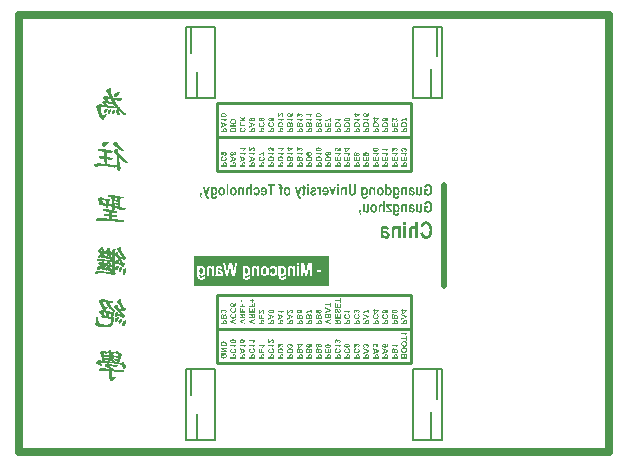
<source format=gbo>
G04*
G04 #@! TF.GenerationSoftware,Altium Limited,Altium Designer,20.0.2 (26)*
G04*
G04 Layer_Color=32896*
%FSLAX25Y25*%
%MOIN*%
G70*
G01*
G75*
%ADD15C,0.01000*%
%ADD19C,0.02500*%
%ADD20C,0.00600*%
%ADD21C,0.02000*%
%ADD108C,0.00100*%
G36*
X106719Y88672D02*
X106126D01*
Y89340D01*
X106719D01*
Y88672D01*
D02*
G37*
G36*
X96672D02*
X96080D01*
Y89340D01*
X96672D01*
Y88672D01*
D02*
G37*
G36*
X77788Y85582D02*
X77195D01*
Y86947D01*
Y87037D01*
X77191Y87120D01*
X77184Y87198D01*
X77176Y87266D01*
X77165Y87330D01*
X77157Y87386D01*
X77146Y87435D01*
X77131Y87480D01*
X77120Y87517D01*
X77109Y87547D01*
X77101Y87577D01*
X77090Y87596D01*
X77083Y87615D01*
X77075Y87626D01*
X77071Y87629D01*
Y87633D01*
X77045Y87667D01*
X77019Y87693D01*
X76992Y87720D01*
X76963Y87738D01*
X76903Y87772D01*
X76846Y87795D01*
X76797Y87806D01*
X76756Y87813D01*
X76741Y87817D01*
X76681D01*
X76644Y87809D01*
X76580Y87791D01*
X76528Y87761D01*
X76486Y87731D01*
X76452Y87701D01*
X76430Y87671D01*
X76419Y87652D01*
X76415Y87648D01*
Y87644D01*
X76404Y87618D01*
X76393Y87581D01*
X76385Y87539D01*
X76377Y87494D01*
X76363Y87393D01*
X76355Y87284D01*
X76351Y87232D01*
Y87183D01*
Y87138D01*
X76348Y87097D01*
Y87067D01*
Y87041D01*
Y87026D01*
Y87018D01*
Y85582D01*
X75755D01*
Y87179D01*
Y87262D01*
X75759Y87337D01*
Y87408D01*
X75762Y87472D01*
X75770Y87532D01*
X75774Y87585D01*
X75778Y87633D01*
X75785Y87674D01*
X75789Y87708D01*
X75796Y87742D01*
X75800Y87768D01*
X75804Y87787D01*
X75807Y87806D01*
X75811Y87817D01*
X75815Y87821D01*
Y87824D01*
X75849Y87915D01*
X75886Y87997D01*
X75928Y88064D01*
X75969Y88121D01*
X76010Y88166D01*
X76040Y88200D01*
X76063Y88218D01*
X76066Y88226D01*
X76070D01*
X76141Y88275D01*
X76216Y88308D01*
X76291Y88335D01*
X76359Y88349D01*
X76423Y88361D01*
X76449Y88364D01*
X76471D01*
X76490Y88368D01*
X76516D01*
X76587Y88364D01*
X76659Y88353D01*
X76723Y88335D01*
X76775Y88316D01*
X76824Y88297D01*
X76858Y88278D01*
X76880Y88267D01*
X76884Y88263D01*
X76888D01*
X76947Y88222D01*
X77008Y88173D01*
X77060Y88125D01*
X77105Y88072D01*
X77143Y88031D01*
X77169Y87993D01*
X77180Y87978D01*
X77188Y87967D01*
X77195Y87963D01*
Y89340D01*
X77788D01*
Y85582D01*
D02*
G37*
G36*
X126061Y88364D02*
X126133Y88353D01*
X126196Y88335D01*
X126260Y88312D01*
X126320Y88286D01*
X126373Y88256D01*
X126425Y88222D01*
X126470Y88192D01*
X126511Y88158D01*
X126549Y88125D01*
X126583Y88095D01*
X126609Y88068D01*
X126631Y88046D01*
X126646Y88027D01*
X126654Y88016D01*
X126657Y88012D01*
X126706Y87941D01*
X126748Y87866D01*
X126785Y87783D01*
X126815Y87697D01*
X126841Y87611D01*
X126864Y87521D01*
X126883Y87435D01*
X126898Y87352D01*
X126909Y87273D01*
X126916Y87198D01*
X126924Y87131D01*
X126927Y87075D01*
Y87026D01*
X126931Y86988D01*
Y86966D01*
Y86962D01*
Y86958D01*
X126927Y86838D01*
X126920Y86726D01*
X126905Y86617D01*
X126886Y86519D01*
X126864Y86426D01*
X126841Y86339D01*
X126815Y86261D01*
X126785Y86190D01*
X126759Y86129D01*
X126733Y86073D01*
X126710Y86024D01*
X126688Y85987D01*
X126669Y85957D01*
X126654Y85935D01*
X126646Y85919D01*
X126643Y85916D01*
X126594Y85856D01*
X126541Y85807D01*
X126489Y85762D01*
X126436Y85725D01*
X126384Y85691D01*
X126331Y85664D01*
X126283Y85642D01*
X126234Y85623D01*
X126189Y85608D01*
X126147Y85601D01*
X126110Y85593D01*
X126076Y85586D01*
X126054D01*
X126031Y85582D01*
X126016D01*
X125941Y85586D01*
X125874Y85601D01*
X125810Y85616D01*
X125758Y85638D01*
X125713Y85657D01*
X125679Y85676D01*
X125656Y85687D01*
X125649Y85691D01*
X125589Y85736D01*
X125529Y85788D01*
X125480Y85844D01*
X125435Y85897D01*
X125398Y85946D01*
X125367Y85983D01*
X125360Y85998D01*
X125353Y86010D01*
X125345Y86017D01*
Y85623D01*
Y85575D01*
X125349Y85530D01*
X125353Y85451D01*
X125360Y85387D01*
X125367Y85334D01*
X125379Y85297D01*
X125386Y85271D01*
X125390Y85252D01*
X125394Y85248D01*
X125412Y85211D01*
X125431Y85177D01*
X125454Y85151D01*
X125476Y85132D01*
X125495Y85113D01*
X125510Y85102D01*
X125521Y85098D01*
X125525Y85094D01*
X125574Y85072D01*
X125626Y85057D01*
X125679Y85042D01*
X125727Y85035D01*
X125773Y85031D01*
X125806Y85027D01*
X125840D01*
X125900Y85031D01*
X125949Y85038D01*
X125994Y85046D01*
X126028Y85061D01*
X126054Y85072D01*
X126073Y85079D01*
X126084Y85087D01*
X126087Y85091D01*
X126114Y85117D01*
X126133Y85151D01*
X126147Y85185D01*
X126159Y85218D01*
X126170Y85252D01*
X126174Y85278D01*
X126178Y85293D01*
Y85301D01*
X126853Y85402D01*
Y85316D01*
X126849Y85222D01*
X126834Y85140D01*
X126815Y85061D01*
X126793Y84997D01*
X126774Y84941D01*
X126762Y84918D01*
X126755Y84899D01*
X126748Y84885D01*
X126740Y84873D01*
X126736Y84869D01*
Y84866D01*
X126688Y84798D01*
X126635Y84738D01*
X126579Y84689D01*
X126526Y84648D01*
X126478Y84614D01*
X126440Y84592D01*
X126425Y84584D01*
X126414Y84577D01*
X126406Y84573D01*
X126402D01*
X126312Y84540D01*
X126219Y84517D01*
X126118Y84498D01*
X126024Y84487D01*
X125982Y84483D01*
X125941Y84479D01*
X125904D01*
X125874Y84476D01*
X125742D01*
X125671Y84483D01*
X125608Y84487D01*
X125548Y84498D01*
X125495Y84506D01*
X125443Y84517D01*
X125398Y84532D01*
X125356Y84543D01*
X125319Y84554D01*
X125285Y84570D01*
X125259Y84581D01*
X125236Y84588D01*
X125217Y84600D01*
X125206Y84603D01*
X125199Y84611D01*
X125195D01*
X125116Y84667D01*
X125049Y84731D01*
X124989Y84798D01*
X124944Y84862D01*
X124906Y84922D01*
X124895Y84944D01*
X124880Y84967D01*
X124873Y84986D01*
X124865Y85001D01*
X124861Y85008D01*
Y85012D01*
X124843Y85065D01*
X124824Y85124D01*
X124812Y85188D01*
X124797Y85256D01*
X124779Y85395D01*
X124767Y85533D01*
X124760Y85601D01*
X124756Y85661D01*
Y85717D01*
X124752Y85766D01*
Y85803D01*
Y85833D01*
Y85852D01*
Y85860D01*
Y88305D01*
X125308D01*
Y87922D01*
X125360Y88001D01*
X125412Y88068D01*
X125465Y88125D01*
X125510Y88173D01*
X125555Y88207D01*
X125585Y88233D01*
X125608Y88252D01*
X125611Y88256D01*
X125615D01*
X125679Y88293D01*
X125746Y88319D01*
X125806Y88342D01*
X125866Y88353D01*
X125915Y88361D01*
X125956Y88368D01*
X125990D01*
X126061Y88364D01*
D02*
G37*
G36*
X115546D02*
X115618Y88353D01*
X115681Y88335D01*
X115745Y88312D01*
X115805Y88286D01*
X115858Y88256D01*
X115910Y88222D01*
X115955Y88192D01*
X115996Y88158D01*
X116034Y88125D01*
X116068Y88095D01*
X116094Y88068D01*
X116116Y88046D01*
X116131Y88027D01*
X116139Y88016D01*
X116142Y88012D01*
X116191Y87941D01*
X116233Y87866D01*
X116270Y87783D01*
X116300Y87697D01*
X116326Y87611D01*
X116349Y87521D01*
X116367Y87435D01*
X116383Y87352D01*
X116394Y87273D01*
X116401Y87198D01*
X116409Y87131D01*
X116412Y87075D01*
Y87026D01*
X116416Y86988D01*
Y86966D01*
Y86962D01*
Y86958D01*
X116412Y86838D01*
X116405Y86726D01*
X116390Y86617D01*
X116371Y86519D01*
X116349Y86426D01*
X116326Y86339D01*
X116300Y86261D01*
X116270Y86190D01*
X116244Y86129D01*
X116218Y86073D01*
X116195Y86024D01*
X116173Y85987D01*
X116154Y85957D01*
X116139Y85935D01*
X116131Y85919D01*
X116128Y85916D01*
X116079Y85856D01*
X116026Y85807D01*
X115974Y85762D01*
X115921Y85725D01*
X115869Y85691D01*
X115816Y85664D01*
X115768Y85642D01*
X115719Y85623D01*
X115674Y85608D01*
X115632Y85601D01*
X115595Y85593D01*
X115561Y85586D01*
X115539D01*
X115516Y85582D01*
X115501D01*
X115426Y85586D01*
X115359Y85601D01*
X115295Y85616D01*
X115243Y85638D01*
X115198Y85657D01*
X115164Y85676D01*
X115141Y85687D01*
X115134Y85691D01*
X115074Y85736D01*
X115014Y85788D01*
X114965Y85844D01*
X114920Y85897D01*
X114883Y85946D01*
X114852Y85983D01*
X114845Y85998D01*
X114838Y86010D01*
X114830Y86017D01*
Y85623D01*
Y85575D01*
X114834Y85530D01*
X114838Y85451D01*
X114845Y85387D01*
X114852Y85334D01*
X114864Y85297D01*
X114871Y85271D01*
X114875Y85252D01*
X114879Y85248D01*
X114898Y85211D01*
X114916Y85177D01*
X114939Y85151D01*
X114961Y85132D01*
X114980Y85113D01*
X114995Y85102D01*
X115006Y85098D01*
X115010Y85094D01*
X115059Y85072D01*
X115111Y85057D01*
X115164Y85042D01*
X115213Y85035D01*
X115258Y85031D01*
X115291Y85027D01*
X115325D01*
X115385Y85031D01*
X115434Y85038D01*
X115479Y85046D01*
X115513Y85061D01*
X115539Y85072D01*
X115558Y85079D01*
X115569Y85087D01*
X115573Y85091D01*
X115599Y85117D01*
X115618Y85151D01*
X115632Y85185D01*
X115644Y85218D01*
X115655Y85252D01*
X115659Y85278D01*
X115663Y85293D01*
Y85301D01*
X116338Y85402D01*
Y85316D01*
X116334Y85222D01*
X116319Y85140D01*
X116300Y85061D01*
X116278Y84997D01*
X116259Y84941D01*
X116247Y84918D01*
X116240Y84899D01*
X116233Y84885D01*
X116225Y84873D01*
X116221Y84869D01*
Y84866D01*
X116173Y84798D01*
X116120Y84738D01*
X116064Y84689D01*
X116011Y84648D01*
X115963Y84614D01*
X115925Y84592D01*
X115910Y84584D01*
X115899Y84577D01*
X115891Y84573D01*
X115887D01*
X115797Y84540D01*
X115704Y84517D01*
X115603Y84498D01*
X115509Y84487D01*
X115468Y84483D01*
X115426Y84479D01*
X115389D01*
X115359Y84476D01*
X115227D01*
X115156Y84483D01*
X115093Y84487D01*
X115032Y84498D01*
X114980Y84506D01*
X114927Y84517D01*
X114883Y84532D01*
X114841Y84543D01*
X114804Y84554D01*
X114770Y84570D01*
X114744Y84581D01*
X114721Y84588D01*
X114702Y84600D01*
X114691Y84603D01*
X114684Y84611D01*
X114680D01*
X114601Y84667D01*
X114534Y84731D01*
X114474Y84798D01*
X114429Y84862D01*
X114391Y84922D01*
X114380Y84944D01*
X114365Y84967D01*
X114357Y84986D01*
X114350Y85001D01*
X114346Y85008D01*
Y85012D01*
X114328Y85065D01*
X114309Y85124D01*
X114297Y85188D01*
X114283Y85256D01*
X114264Y85395D01*
X114252Y85533D01*
X114245Y85601D01*
X114241Y85661D01*
Y85717D01*
X114237Y85766D01*
Y85803D01*
Y85833D01*
Y85852D01*
Y85860D01*
Y88305D01*
X114793D01*
Y87922D01*
X114845Y88001D01*
X114898Y88068D01*
X114950Y88125D01*
X114995Y88173D01*
X115040Y88207D01*
X115070Y88233D01*
X115093Y88252D01*
X115096Y88256D01*
X115100D01*
X115164Y88293D01*
X115231Y88319D01*
X115291Y88342D01*
X115351Y88353D01*
X115400Y88361D01*
X115441Y88368D01*
X115475D01*
X115546Y88364D01*
D02*
G37*
G36*
X65338Y88364D02*
X65409Y88353D01*
X65473Y88335D01*
X65536Y88312D01*
X65596Y88286D01*
X65649Y88256D01*
X65701Y88222D01*
X65746Y88192D01*
X65788Y88158D01*
X65825Y88125D01*
X65859Y88095D01*
X65885Y88068D01*
X65908Y88046D01*
X65922Y88027D01*
X65930Y88016D01*
X65934Y88012D01*
X65983Y87941D01*
X66024Y87866D01*
X66061Y87783D01*
X66091Y87697D01*
X66118Y87611D01*
X66140Y87521D01*
X66159Y87435D01*
X66174Y87352D01*
X66185Y87273D01*
X66193Y87198D01*
X66200Y87131D01*
X66204Y87075D01*
Y87026D01*
X66207Y86988D01*
Y86966D01*
Y86962D01*
Y86958D01*
X66204Y86838D01*
X66196Y86726D01*
X66181Y86617D01*
X66163Y86519D01*
X66140Y86426D01*
X66118Y86339D01*
X66091Y86261D01*
X66061Y86190D01*
X66035Y86129D01*
X66009Y86073D01*
X65986Y86024D01*
X65964Y85987D01*
X65945Y85957D01*
X65930Y85935D01*
X65922Y85919D01*
X65919Y85916D01*
X65870Y85856D01*
X65817Y85807D01*
X65765Y85762D01*
X65712Y85725D01*
X65660Y85691D01*
X65608Y85664D01*
X65559Y85642D01*
X65510Y85623D01*
X65465Y85608D01*
X65424Y85601D01*
X65386Y85593D01*
X65352Y85586D01*
X65330D01*
X65307Y85582D01*
X65293D01*
X65218Y85586D01*
X65150Y85601D01*
X65086Y85616D01*
X65034Y85638D01*
X64989Y85657D01*
X64955Y85676D01*
X64933Y85687D01*
X64925Y85691D01*
X64865Y85736D01*
X64805Y85788D01*
X64756Y85844D01*
X64711Y85897D01*
X64674Y85946D01*
X64644Y85983D01*
X64636Y85998D01*
X64629Y86010D01*
X64621Y86017D01*
Y85623D01*
Y85575D01*
X64625Y85530D01*
X64629Y85451D01*
X64636Y85387D01*
X64644Y85334D01*
X64655Y85297D01*
X64662Y85271D01*
X64666Y85252D01*
X64670Y85248D01*
X64689Y85211D01*
X64707Y85177D01*
X64730Y85151D01*
X64753Y85132D01*
X64771Y85113D01*
X64786Y85102D01*
X64798Y85098D01*
X64801Y85094D01*
X64850Y85072D01*
X64903Y85057D01*
X64955Y85042D01*
X65004Y85035D01*
X65049Y85031D01*
X65083Y85027D01*
X65116D01*
X65176Y85031D01*
X65225Y85038D01*
X65270Y85046D01*
X65304Y85061D01*
X65330Y85072D01*
X65349Y85079D01*
X65360Y85087D01*
X65364Y85091D01*
X65390Y85117D01*
X65409Y85151D01*
X65424Y85185D01*
X65435Y85218D01*
X65446Y85252D01*
X65450Y85278D01*
X65454Y85293D01*
Y85301D01*
X66129Y85402D01*
Y85316D01*
X66125Y85222D01*
X66110Y85140D01*
X66091Y85061D01*
X66069Y84997D01*
X66050Y84941D01*
X66039Y84918D01*
X66031Y84899D01*
X66024Y84885D01*
X66016Y84873D01*
X66013Y84869D01*
Y84866D01*
X65964Y84798D01*
X65911Y84738D01*
X65855Y84689D01*
X65803Y84648D01*
X65754Y84614D01*
X65716Y84592D01*
X65701Y84584D01*
X65690Y84577D01*
X65683Y84573D01*
X65679D01*
X65589Y84540D01*
X65495Y84517D01*
X65394Y84498D01*
X65300Y84487D01*
X65259Y84483D01*
X65218Y84479D01*
X65180D01*
X65150Y84476D01*
X65019D01*
X64947Y84483D01*
X64884Y84487D01*
X64824Y84498D01*
X64771Y84506D01*
X64719Y84517D01*
X64674Y84532D01*
X64632Y84543D01*
X64595Y84554D01*
X64561Y84570D01*
X64535Y84581D01*
X64512Y84588D01*
X64494Y84600D01*
X64482Y84603D01*
X64475Y84611D01*
X64471D01*
X64393Y84667D01*
X64325Y84731D01*
X64265Y84798D01*
X64220Y84862D01*
X64183Y84922D01*
X64171Y84944D01*
X64156Y84967D01*
X64149Y84986D01*
X64141Y85001D01*
X64138Y85008D01*
Y85012D01*
X64119Y85065D01*
X64100Y85124D01*
X64089Y85188D01*
X64074Y85256D01*
X64055Y85395D01*
X64044Y85533D01*
X64036Y85601D01*
X64033Y85661D01*
Y85717D01*
X64029Y85766D01*
Y85803D01*
Y85833D01*
Y85852D01*
Y85860D01*
Y88305D01*
X64584D01*
Y87922D01*
X64636Y88001D01*
X64689Y88068D01*
X64741Y88125D01*
X64786Y88173D01*
X64831Y88207D01*
X64861Y88233D01*
X64884Y88252D01*
X64887Y88256D01*
X64891D01*
X64955Y88293D01*
X65022Y88319D01*
X65083Y88342D01*
X65143Y88353D01*
X65191Y88361D01*
X65232Y88368D01*
X65266D01*
X65338Y88364D01*
D02*
G37*
G36*
X131026Y88364D02*
X131097Y88361D01*
X131165Y88353D01*
X131229Y88338D01*
X131285Y88327D01*
X131337Y88312D01*
X131386Y88293D01*
X131431Y88278D01*
X131469Y88260D01*
X131502Y88244D01*
X131533Y88226D01*
X131555Y88214D01*
X131574Y88203D01*
X131585Y88192D01*
X131593Y88188D01*
X131596Y88184D01*
X131638Y88147D01*
X131675Y88106D01*
X131739Y88016D01*
X131795Y87918D01*
X131840Y87821D01*
X131855Y87776D01*
X131874Y87731D01*
X131885Y87693D01*
X131896Y87660D01*
X131904Y87629D01*
X131911Y87611D01*
X131915Y87596D01*
Y87592D01*
X131379Y87476D01*
X131356Y87543D01*
X131334Y87599D01*
X131307Y87644D01*
X131285Y87682D01*
X131263Y87708D01*
X131247Y87727D01*
X131236Y87738D01*
X131233Y87742D01*
X131195Y87768D01*
X131154Y87787D01*
X131113Y87798D01*
X131071Y87809D01*
X131037Y87813D01*
X131008Y87817D01*
X130925D01*
X130876Y87809D01*
X130835Y87802D01*
X130801Y87795D01*
X130771Y87787D01*
X130753Y87779D01*
X130741Y87776D01*
X130737Y87772D01*
X130708Y87753D01*
X130681Y87735D01*
X130663Y87716D01*
X130644Y87697D01*
X130632Y87682D01*
X130625Y87667D01*
X130617Y87660D01*
Y87656D01*
X130606Y87622D01*
X130599Y87581D01*
X130591Y87532D01*
X130587Y87480D01*
X130584Y87435D01*
Y87397D01*
Y87382D01*
Y87371D01*
Y87363D01*
Y87359D01*
X130617Y87344D01*
X130655Y87330D01*
X130696Y87311D01*
X130741Y87296D01*
X130839Y87266D01*
X130932Y87239D01*
X130977Y87225D01*
X131019Y87213D01*
X131056Y87206D01*
X131090Y87195D01*
X131120Y87191D01*
X131139Y87183D01*
X131154Y87179D01*
X131158D01*
X131218Y87164D01*
X131278Y87150D01*
X131330Y87134D01*
X131379Y87120D01*
X131424Y87101D01*
X131465Y87086D01*
X131499Y87071D01*
X131533Y87059D01*
X131562Y87045D01*
X131585Y87033D01*
X131607Y87022D01*
X131623Y87015D01*
X131638Y87007D01*
X131645Y86999D01*
X131652Y86996D01*
X131705Y86954D01*
X131754Y86910D01*
X131795Y86865D01*
X131829Y86819D01*
X131859Y86782D01*
X131878Y86752D01*
X131889Y86730D01*
X131893Y86726D01*
Y86722D01*
X131919Y86655D01*
X131941Y86587D01*
X131956Y86519D01*
X131964Y86456D01*
X131971Y86403D01*
X131975Y86358D01*
Y86343D01*
Y86332D01*
Y86325D01*
Y86321D01*
X131971Y86253D01*
X131967Y86190D01*
X131956Y86133D01*
X131941Y86077D01*
X131926Y86024D01*
X131911Y85976D01*
X131893Y85931D01*
X131870Y85893D01*
X131851Y85856D01*
X131833Y85826D01*
X131817Y85799D01*
X131802Y85777D01*
X131788Y85758D01*
X131776Y85747D01*
X131772Y85739D01*
X131769Y85736D01*
X131728Y85698D01*
X131686Y85664D01*
X131641Y85634D01*
X131600Y85612D01*
X131555Y85589D01*
X131510Y85571D01*
X131424Y85545D01*
X131349Y85530D01*
X131319Y85526D01*
X131289Y85522D01*
X131266Y85518D01*
X131236D01*
X131165Y85522D01*
X131097Y85533D01*
X131034Y85548D01*
X130977Y85563D01*
X130932Y85578D01*
X130899Y85593D01*
X130876Y85605D01*
X130869Y85608D01*
X130805Y85646D01*
X130745Y85687D01*
X130689Y85732D01*
X130640Y85777D01*
X130599Y85818D01*
X130569Y85848D01*
X130550Y85871D01*
X130543Y85874D01*
Y85878D01*
X130464Y85582D01*
X129879D01*
X129905Y85653D01*
X129928Y85721D01*
X129946Y85785D01*
X129961Y85841D01*
X129973Y85886D01*
X129980Y85919D01*
X129988Y85942D01*
Y85949D01*
X129991Y85983D01*
X129995Y86021D01*
X130002Y86103D01*
X130006Y86193D01*
X130010Y86276D01*
X130014Y86355D01*
Y86388D01*
Y86418D01*
Y86441D01*
Y86459D01*
Y86471D01*
Y86475D01*
X130006Y87318D01*
Y87405D01*
X130010Y87483D01*
X130014Y87555D01*
X130021Y87622D01*
X130025Y87682D01*
X130033Y87735D01*
X130040Y87783D01*
X130048Y87824D01*
X130059Y87862D01*
X130066Y87892D01*
X130074Y87918D01*
X130078Y87941D01*
X130085Y87956D01*
X130089Y87967D01*
X130093Y87971D01*
Y87975D01*
X130130Y88038D01*
X130175Y88095D01*
X130220Y88143D01*
X130269Y88184D01*
X130310Y88218D01*
X130344Y88241D01*
X130370Y88256D01*
X130374Y88260D01*
X130377D01*
X130415Y88278D01*
X130456Y88297D01*
X130550Y88323D01*
X130644Y88342D01*
X130734Y88353D01*
X130779Y88361D01*
X130820Y88364D01*
X130854D01*
X130887Y88368D01*
X130947D01*
X131026Y88364D01*
D02*
G37*
G36*
X104915Y85582D02*
X104379D01*
X103498Y88305D01*
X104105D01*
X104529Y86913D01*
X104653Y86448D01*
X104776Y86913D01*
X105192Y88305D01*
X105811D01*
X104915Y85582D01*
D02*
G37*
G36*
X93477Y85571D02*
X93493Y85518D01*
X93504Y85470D01*
X93519Y85425D01*
X93534Y85383D01*
X93553Y85346D01*
X93568Y85312D01*
X93594Y85256D01*
X93620Y85215D01*
X93639Y85185D01*
X93654Y85166D01*
X93657Y85162D01*
X93699Y85124D01*
X93748Y85098D01*
X93792Y85076D01*
X93837Y85065D01*
X93875Y85057D01*
X93905Y85053D01*
X93928Y85049D01*
X93935D01*
X94021Y85053D01*
X94063Y85061D01*
X94100Y85068D01*
X94134Y85072D01*
X94160Y85079D01*
X94175Y85083D01*
X94182D01*
X94130Y84521D01*
X94070Y84506D01*
X94010Y84495D01*
X93954Y84487D01*
X93901Y84483D01*
X93860Y84479D01*
X93826Y84476D01*
X93796D01*
X93717Y84479D01*
X93642Y84487D01*
X93579Y84498D01*
X93526Y84513D01*
X93481Y84528D01*
X93448Y84540D01*
X93429Y84547D01*
X93421Y84551D01*
X93365Y84581D01*
X93316Y84614D01*
X93275Y84648D01*
X93238Y84682D01*
X93208Y84712D01*
X93189Y84734D01*
X93174Y84750D01*
X93170Y84757D01*
X93133Y84813D01*
X93099Y84877D01*
X93065Y84948D01*
X93035Y85016D01*
X93009Y85079D01*
X92997Y85106D01*
X92990Y85128D01*
X92983Y85151D01*
X92975Y85166D01*
X92971Y85173D01*
Y85177D01*
X92821Y85683D01*
X92030Y88305D01*
X92645D01*
X93166Y86366D01*
X93695Y88305D01*
X94325D01*
X93477Y85571D01*
D02*
G37*
G36*
X62878D02*
X62893Y85518D01*
X62904Y85470D01*
X62919Y85425D01*
X62934Y85383D01*
X62953Y85346D01*
X62967Y85312D01*
X62994Y85256D01*
X63020Y85215D01*
X63039Y85185D01*
X63054Y85166D01*
X63058Y85162D01*
X63099Y85124D01*
X63147Y85098D01*
X63192Y85076D01*
X63238Y85065D01*
X63275Y85057D01*
X63305Y85053D01*
X63327Y85049D01*
X63335D01*
X63421Y85053D01*
X63463Y85061D01*
X63500Y85068D01*
X63534Y85072D01*
X63560Y85079D01*
X63575Y85083D01*
X63582D01*
X63530Y84521D01*
X63470Y84506D01*
X63410Y84495D01*
X63354Y84487D01*
X63301Y84483D01*
X63260Y84479D01*
X63226Y84476D01*
X63196D01*
X63117Y84479D01*
X63042Y84487D01*
X62979Y84498D01*
X62926Y84513D01*
X62881Y84528D01*
X62848Y84540D01*
X62829Y84547D01*
X62821Y84551D01*
X62765Y84581D01*
X62716Y84614D01*
X62675Y84648D01*
X62638Y84682D01*
X62608Y84712D01*
X62589Y84734D01*
X62574Y84750D01*
X62570Y84757D01*
X62533Y84813D01*
X62499Y84877D01*
X62465Y84948D01*
X62435Y85016D01*
X62409Y85079D01*
X62397Y85106D01*
X62390Y85128D01*
X62383Y85151D01*
X62375Y85166D01*
X62371Y85173D01*
Y85177D01*
X62221Y85683D01*
X61430Y88305D01*
X62045D01*
X62566Y86366D01*
X63095Y88305D01*
X63725D01*
X62878Y85571D01*
D02*
G37*
G36*
X136456Y89399D02*
X136539Y89392D01*
X136618Y89385D01*
X136689Y89369D01*
X136760Y89351D01*
X136824Y89332D01*
X136884Y89313D01*
X136940Y89294D01*
X136989Y89272D01*
X137034Y89253D01*
X137071Y89235D01*
X137101Y89216D01*
X137127Y89201D01*
X137146Y89193D01*
X137157Y89186D01*
X137161Y89182D01*
X137221Y89137D01*
X137277Y89092D01*
X137382Y88987D01*
X137472Y88878D01*
X137514Y88822D01*
X137551Y88770D01*
X137581Y88721D01*
X137611Y88672D01*
X137637Y88631D01*
X137656Y88593D01*
X137671Y88563D01*
X137682Y88541D01*
X137690Y88526D01*
X137694Y88522D01*
X137731Y88440D01*
X137761Y88349D01*
X137787Y88263D01*
X137814Y88173D01*
X137851Y87993D01*
X137863Y87911D01*
X137874Y87828D01*
X137881Y87753D01*
X137889Y87682D01*
X137892Y87622D01*
X137896Y87569D01*
X137900Y87524D01*
Y87491D01*
Y87472D01*
Y87464D01*
X137896Y87352D01*
X137892Y87247D01*
X137881Y87142D01*
X137870Y87045D01*
X137851Y86954D01*
X137836Y86865D01*
X137818Y86786D01*
X137799Y86711D01*
X137780Y86643D01*
X137761Y86583D01*
X137742Y86535D01*
X137727Y86489D01*
X137716Y86456D01*
X137705Y86433D01*
X137701Y86414D01*
X137698Y86411D01*
X137656Y86328D01*
X137615Y86253D01*
X137570Y86182D01*
X137525Y86118D01*
X137480Y86058D01*
X137435Y86002D01*
X137390Y85953D01*
X137345Y85908D01*
X137304Y85867D01*
X137266Y85833D01*
X137232Y85807D01*
X137203Y85781D01*
X137180Y85762D01*
X137161Y85751D01*
X137150Y85743D01*
X137146Y85739D01*
X137079Y85702D01*
X137011Y85668D01*
X136944Y85638D01*
X136872Y85612D01*
X136805Y85589D01*
X136738Y85571D01*
X136674Y85559D01*
X136614Y85545D01*
X136554Y85537D01*
X136501Y85530D01*
X136456Y85526D01*
X136415Y85522D01*
X136385Y85518D01*
X136340D01*
X136269Y85522D01*
X136201Y85526D01*
X136066Y85545D01*
X135942Y85571D01*
X135882Y85586D01*
X135830Y85605D01*
X135781Y85619D01*
X135736Y85634D01*
X135695Y85650D01*
X135661Y85661D01*
X135635Y85672D01*
X135612Y85680D01*
X135601Y85687D01*
X135598D01*
X135530Y85721D01*
X135466Y85755D01*
X135406Y85788D01*
X135350Y85826D01*
X135298Y85860D01*
X135249Y85893D01*
X135207Y85927D01*
X135166Y85957D01*
X135133Y85987D01*
X135102Y86013D01*
X135080Y86040D01*
X135057Y86058D01*
X135043Y86077D01*
X135028Y86088D01*
X135024Y86096D01*
X135020Y86099D01*
Y87596D01*
X136359D01*
Y86958D01*
X135646D01*
Y86482D01*
X135706Y86430D01*
X135766Y86384D01*
X135826Y86343D01*
X135882Y86309D01*
X135927Y86283D01*
X135965Y86264D01*
X135980Y86257D01*
X135991Y86253D01*
X135995Y86250D01*
X135999D01*
X136070Y86223D01*
X136141Y86201D01*
X136205Y86186D01*
X136261Y86178D01*
X136310Y86171D01*
X136344Y86167D01*
X136378D01*
X136449Y86171D01*
X136516Y86182D01*
X136580Y86197D01*
X136640Y86216D01*
X136693Y86238D01*
X136745Y86264D01*
X136790Y86291D01*
X136831Y86321D01*
X136869Y86347D01*
X136902Y86373D01*
X136933Y86400D01*
X136955Y86422D01*
X136974Y86444D01*
X136985Y86459D01*
X136993Y86467D01*
X136996Y86471D01*
X137041Y86542D01*
X137083Y86617D01*
X137120Y86696D01*
X137150Y86782D01*
X137176Y86865D01*
X137199Y86951D01*
X137214Y87037D01*
X137229Y87120D01*
X137240Y87198D01*
X137248Y87270D01*
X137255Y87333D01*
X137259Y87389D01*
X137262Y87438D01*
Y87472D01*
Y87494D01*
Y87502D01*
X137259Y87618D01*
X137251Y87723D01*
X137240Y87824D01*
X137225Y87918D01*
X137206Y88001D01*
X137184Y88080D01*
X137165Y88147D01*
X137139Y88211D01*
X137116Y88267D01*
X137098Y88312D01*
X137075Y88353D01*
X137056Y88387D01*
X137041Y88410D01*
X137030Y88428D01*
X137022Y88440D01*
X137019Y88443D01*
X136970Y88499D01*
X136921Y88544D01*
X136869Y88590D01*
X136812Y88623D01*
X136760Y88653D01*
X136707Y88679D01*
X136655Y88698D01*
X136602Y88717D01*
X136557Y88728D01*
X136512Y88740D01*
X136475Y88743D01*
X136441Y88751D01*
X136411D01*
X136392Y88754D01*
X136374D01*
X136280Y88747D01*
X136197Y88732D01*
X136123Y88706D01*
X136059Y88679D01*
X136006Y88649D01*
X135969Y88623D01*
X135954Y88616D01*
X135942Y88608D01*
X135939Y88601D01*
X135935D01*
X135871Y88537D01*
X135815Y88466D01*
X135770Y88394D01*
X135736Y88323D01*
X135710Y88260D01*
X135699Y88230D01*
X135691Y88207D01*
X135684Y88184D01*
X135680Y88169D01*
X135676Y88162D01*
Y88158D01*
X135061Y88301D01*
X135084Y88398D01*
X135106Y88492D01*
X135136Y88578D01*
X135170Y88657D01*
X135204Y88732D01*
X135241Y88800D01*
X135279Y88859D01*
X135312Y88916D01*
X135350Y88961D01*
X135380Y89006D01*
X135414Y89039D01*
X135440Y89069D01*
X135462Y89092D01*
X135477Y89111D01*
X135489Y89118D01*
X135493Y89122D01*
X135556Y89171D01*
X135624Y89216D01*
X135695Y89253D01*
X135770Y89283D01*
X135841Y89313D01*
X135916Y89336D01*
X135987Y89354D01*
X136055Y89369D01*
X136123Y89381D01*
X136182Y89388D01*
X136235Y89396D01*
X136284Y89399D01*
X136321Y89403D01*
X136374D01*
X136456Y89399D01*
D02*
G37*
G36*
X112460Y87333D02*
Y87179D01*
X112456Y87041D01*
X112449Y86913D01*
X112441Y86797D01*
X112434Y86692D01*
X112423Y86594D01*
X112411Y86512D01*
X112400Y86437D01*
X112389Y86373D01*
X112378Y86317D01*
X112366Y86272D01*
X112359Y86238D01*
X112351Y86208D01*
X112344Y86190D01*
X112340Y86178D01*
Y86174D01*
X112287Y86066D01*
X112227Y85968D01*
X112164Y85886D01*
X112100Y85814D01*
X112040Y85762D01*
X112018Y85739D01*
X111995Y85725D01*
X111976Y85710D01*
X111961Y85698D01*
X111954Y85694D01*
X111950Y85691D01*
X111898Y85661D01*
X111837Y85634D01*
X111717Y85589D01*
X111590Y85559D01*
X111470Y85541D01*
X111414Y85533D01*
X111361Y85526D01*
X111316Y85522D01*
X111275D01*
X111241Y85518D01*
X111196D01*
X111110Y85522D01*
X111031Y85526D01*
X110956Y85537D01*
X110885Y85552D01*
X110818Y85567D01*
X110758Y85582D01*
X110701Y85601D01*
X110649Y85623D01*
X110604Y85642D01*
X110563Y85661D01*
X110529Y85676D01*
X110503Y85691D01*
X110480Y85706D01*
X110461Y85717D01*
X110454Y85721D01*
X110450Y85725D01*
X110398Y85766D01*
X110353Y85807D01*
X110311Y85852D01*
X110274Y85897D01*
X110240Y85946D01*
X110210Y85991D01*
X110158Y86077D01*
X110139Y86118D01*
X110124Y86156D01*
X110109Y86186D01*
X110101Y86216D01*
X110090Y86238D01*
X110086Y86257D01*
X110082Y86268D01*
Y86272D01*
X110067Y86339D01*
X110056Y86414D01*
X110045Y86497D01*
X110034Y86583D01*
X110019Y86767D01*
X110015Y86857D01*
X110011Y86943D01*
X110008Y87029D01*
X110004Y87108D01*
Y87179D01*
X110000Y87239D01*
Y87292D01*
Y87330D01*
Y87344D01*
Y87356D01*
Y87359D01*
Y87363D01*
Y89340D01*
X110619D01*
Y87258D01*
Y87157D01*
X110623Y87067D01*
Y86984D01*
X110626Y86910D01*
X110630Y86842D01*
X110634Y86782D01*
X110641Y86730D01*
X110645Y86685D01*
X110649Y86643D01*
X110656Y86610D01*
X110660Y86583D01*
X110664Y86564D01*
X110668Y86546D01*
Y86535D01*
X110671Y86531D01*
Y86527D01*
X110694Y86467D01*
X110720Y86414D01*
X110754Y86370D01*
X110784Y86332D01*
X110814Y86302D01*
X110836Y86279D01*
X110851Y86264D01*
X110859Y86261D01*
X110911Y86231D01*
X110971Y86208D01*
X111031Y86190D01*
X111084Y86178D01*
X111136Y86171D01*
X111174Y86167D01*
X111211D01*
X111301Y86174D01*
X111384Y86190D01*
X111455Y86208D01*
X111511Y86234D01*
X111560Y86261D01*
X111594Y86279D01*
X111616Y86295D01*
X111624Y86302D01*
X111676Y86358D01*
X111717Y86418D01*
X111751Y86482D01*
X111777Y86546D01*
X111796Y86598D01*
X111811Y86643D01*
X111815Y86662D01*
Y86673D01*
X111819Y86681D01*
Y86685D01*
X111822Y86715D01*
X111826Y86752D01*
X111830Y86793D01*
Y86842D01*
X111837Y86943D01*
Y87048D01*
Y87097D01*
X111841Y87146D01*
Y87187D01*
Y87228D01*
Y87258D01*
Y87284D01*
Y87300D01*
Y87303D01*
Y89340D01*
X112460D01*
Y87333D01*
D02*
G37*
G36*
X95450Y88845D02*
Y88305D01*
X95720D01*
Y87731D01*
X95450D01*
Y86542D01*
Y86459D01*
Y86384D01*
X95446Y86317D01*
Y86253D01*
X95442Y86197D01*
X95439Y86148D01*
X95435Y86103D01*
X95431Y86066D01*
Y86036D01*
X95428Y86006D01*
X95424Y85983D01*
X95420Y85965D01*
Y85953D01*
X95416Y85942D01*
Y85938D01*
Y85935D01*
X95394Y85863D01*
X95367Y85799D01*
X95341Y85747D01*
X95307Y85702D01*
X95281Y85668D01*
X95259Y85642D01*
X95244Y85627D01*
X95236Y85623D01*
X95180Y85589D01*
X95120Y85563D01*
X95060Y85545D01*
X95004Y85533D01*
X94951Y85526D01*
X94910Y85518D01*
X94872D01*
X94779Y85522D01*
X94689Y85533D01*
X94610Y85552D01*
X94542Y85571D01*
X94486Y85589D01*
X94464Y85601D01*
X94445Y85608D01*
X94426Y85612D01*
X94415Y85619D01*
X94411Y85623D01*
X94407D01*
X94460Y86182D01*
X94512Y86159D01*
X94561Y86145D01*
X94603Y86129D01*
X94636Y86122D01*
X94662Y86118D01*
X94681Y86115D01*
X94696D01*
X94734Y86118D01*
X94764Y86129D01*
X94790Y86148D01*
X94809Y86167D01*
X94824Y86182D01*
X94835Y86201D01*
X94839Y86212D01*
X94842Y86216D01*
X94846Y86231D01*
Y86250D01*
X94850Y86276D01*
Y86306D01*
X94854Y86370D01*
Y86444D01*
X94858Y86512D01*
Y86546D01*
Y86572D01*
Y86594D01*
Y86613D01*
Y86624D01*
Y86628D01*
Y87731D01*
X94456D01*
Y88305D01*
X94858D01*
Y89265D01*
X95450Y88845D01*
D02*
G37*
G36*
X79317Y88364D02*
X79400Y88353D01*
X79479Y88335D01*
X79554Y88312D01*
X79625Y88282D01*
X79689Y88252D01*
X79749Y88218D01*
X79801Y88184D01*
X79850Y88151D01*
X79891Y88117D01*
X79925Y88087D01*
X79955Y88057D01*
X79981Y88034D01*
X79996Y88016D01*
X80007Y88004D01*
X80011Y88001D01*
X80064Y87929D01*
X80109Y87851D01*
X80150Y87765D01*
X80184Y87678D01*
X80210Y87592D01*
X80236Y87502D01*
X80255Y87412D01*
X80270Y87330D01*
X80281Y87247D01*
X80292Y87172D01*
X80300Y87104D01*
X80304Y87048D01*
Y86999D01*
X80308Y86962D01*
Y86940D01*
Y86936D01*
Y86932D01*
X80304Y86823D01*
X80296Y86722D01*
X80285Y86621D01*
X80266Y86531D01*
X80247Y86441D01*
X80225Y86358D01*
X80199Y86283D01*
X80176Y86212D01*
X80150Y86148D01*
X80128Y86092D01*
X80105Y86047D01*
X80086Y86006D01*
X80067Y85972D01*
X80056Y85949D01*
X80049Y85935D01*
X80045Y85931D01*
X79993Y85860D01*
X79936Y85796D01*
X79873Y85739D01*
X79809Y85691D01*
X79741Y85653D01*
X79674Y85619D01*
X79606Y85593D01*
X79542Y85571D01*
X79479Y85552D01*
X79422Y85541D01*
X79370Y85530D01*
X79325Y85526D01*
X79287Y85522D01*
X79258Y85518D01*
X79235D01*
X79156Y85522D01*
X79081Y85530D01*
X79010Y85545D01*
X78946Y85559D01*
X78882Y85582D01*
X78822Y85608D01*
X78714Y85672D01*
X78616Y85747D01*
X78530Y85830D01*
X78459Y85919D01*
X78395Y86013D01*
X78346Y86103D01*
X78301Y86193D01*
X78268Y86276D01*
X78241Y86351D01*
X78223Y86414D01*
X78215Y86441D01*
X78207Y86463D01*
X78204Y86482D01*
Y86493D01*
X78200Y86501D01*
Y86505D01*
X78781Y86624D01*
X78793Y86572D01*
X78804Y86523D01*
X78815Y86478D01*
X78826Y86437D01*
X78838Y86400D01*
X78852Y86370D01*
X78879Y86313D01*
X78901Y86272D01*
X78920Y86242D01*
X78935Y86223D01*
X78939Y86220D01*
X78980Y86182D01*
X79029Y86156D01*
X79074Y86133D01*
X79115Y86122D01*
X79156Y86115D01*
X79186Y86111D01*
X79205Y86107D01*
X79212D01*
X79254Y86111D01*
X79291Y86115D01*
X79362Y86137D01*
X79426Y86171D01*
X79475Y86208D01*
X79516Y86242D01*
X79546Y86276D01*
X79565Y86298D01*
X79572Y86302D01*
Y86306D01*
X79595Y86347D01*
X79618Y86392D01*
X79633Y86444D01*
X79647Y86497D01*
X79670Y86610D01*
X79689Y86722D01*
X79693Y86778D01*
X79696Y86827D01*
X79700Y86872D01*
Y86913D01*
X79704Y86947D01*
Y86970D01*
Y86988D01*
Y86992D01*
Y87071D01*
X79696Y87146D01*
X79693Y87213D01*
X79681Y87273D01*
X79674Y87330D01*
X79663Y87382D01*
X79651Y87427D01*
X79636Y87468D01*
X79625Y87502D01*
X79614Y87532D01*
X79602Y87558D01*
X79591Y87581D01*
X79584Y87596D01*
X79576Y87607D01*
X79572Y87611D01*
Y87615D01*
X79546Y87648D01*
X79520Y87678D01*
X79490Y87701D01*
X79460Y87723D01*
X79400Y87757D01*
X79344Y87779D01*
X79295Y87791D01*
X79254Y87798D01*
X79239Y87802D01*
X79216D01*
X79156Y87798D01*
X79100Y87783D01*
X79055Y87765D01*
X79010Y87735D01*
X78973Y87704D01*
X78939Y87667D01*
X78913Y87629D01*
X78886Y87588D01*
X78868Y87547D01*
X78849Y87510D01*
X78838Y87472D01*
X78826Y87442D01*
X78819Y87416D01*
X78815Y87393D01*
X78811Y87378D01*
Y87375D01*
X78230Y87502D01*
X78253Y87585D01*
X78275Y87660D01*
X78305Y87731D01*
X78331Y87795D01*
X78361Y87854D01*
X78391Y87907D01*
X78421Y87956D01*
X78448Y88001D01*
X78478Y88038D01*
X78504Y88068D01*
X78526Y88098D01*
X78545Y88121D01*
X78564Y88136D01*
X78575Y88147D01*
X78583Y88155D01*
X78586Y88158D01*
X78635Y88196D01*
X78684Y88230D01*
X78736Y88256D01*
X78793Y88278D01*
X78898Y88316D01*
X78999Y88342D01*
X79048Y88349D01*
X79089Y88357D01*
X79130Y88361D01*
X79164Y88364D01*
X79190Y88368D01*
X79228D01*
X79317Y88364D01*
D02*
G37*
G36*
X134461Y86580D02*
Y86505D01*
X134458Y86437D01*
X134454Y86373D01*
X134450Y86313D01*
X134442Y86257D01*
X134435Y86204D01*
X134427Y86159D01*
X134420Y86118D01*
X134413Y86081D01*
X134405Y86051D01*
X134397Y86024D01*
X134390Y86002D01*
X134386Y85983D01*
X134382Y85972D01*
X134379Y85965D01*
Y85961D01*
X134341Y85886D01*
X134300Y85818D01*
X134259Y85762D01*
X134218Y85717D01*
X134180Y85680D01*
X134150Y85653D01*
X134127Y85634D01*
X134120Y85631D01*
X134053Y85593D01*
X133985Y85567D01*
X133917Y85545D01*
X133854Y85533D01*
X133801Y85526D01*
X133760Y85522D01*
X133745Y85518D01*
X133722D01*
X133644Y85522D01*
X133569Y85537D01*
X133498Y85556D01*
X133438Y85582D01*
X133385Y85605D01*
X133344Y85623D01*
X133329Y85631D01*
X133317Y85638D01*
X133314Y85642D01*
X133310D01*
X133239Y85691D01*
X133175Y85747D01*
X133119Y85807D01*
X133070Y85860D01*
X133033Y85912D01*
X133006Y85949D01*
X132995Y85965D01*
X132987Y85976D01*
X132984Y85983D01*
Y85582D01*
X132432D01*
Y88305D01*
X133025D01*
Y87153D01*
Y87056D01*
Y86966D01*
X133029Y86883D01*
X133033Y86808D01*
X133036Y86744D01*
Y86685D01*
X133040Y86632D01*
X133044Y86587D01*
X133047Y86550D01*
X133051Y86519D01*
X133055Y86493D01*
X133059Y86471D01*
X133063Y86456D01*
Y86444D01*
X133066Y86441D01*
Y86437D01*
X133085Y86381D01*
X133107Y86328D01*
X133138Y86283D01*
X133164Y86242D01*
X133190Y86212D01*
X133212Y86190D01*
X133228Y86174D01*
X133231Y86171D01*
X133280Y86137D01*
X133325Y86111D01*
X133374Y86096D01*
X133415Y86081D01*
X133452Y86073D01*
X133479Y86070D01*
X133505D01*
X133550Y86073D01*
X133595Y86081D01*
X133633Y86096D01*
X133662Y86111D01*
X133689Y86122D01*
X133711Y86137D01*
X133722Y86145D01*
X133726Y86148D01*
X133756Y86182D01*
X133782Y86216D01*
X133801Y86253D01*
X133816Y86287D01*
X133827Y86321D01*
X133835Y86347D01*
X133843Y86362D01*
Y86370D01*
X133846Y86403D01*
X133850Y86441D01*
X133854Y86486D01*
X133858Y86538D01*
X133861Y86651D01*
X133865Y86767D01*
Y86823D01*
X133869Y86876D01*
Y86924D01*
Y86966D01*
Y87003D01*
Y87029D01*
Y87045D01*
Y87052D01*
Y88305D01*
X134461D01*
Y86580D01*
D02*
G37*
G36*
X102361Y88364D02*
X102436Y88353D01*
X102507Y88335D01*
X102575Y88316D01*
X102635Y88286D01*
X102695Y88260D01*
X102747Y88226D01*
X102796Y88196D01*
X102838Y88162D01*
X102875Y88128D01*
X102909Y88102D01*
X102935Y88076D01*
X102957Y88053D01*
X102972Y88034D01*
X102980Y88023D01*
X102984Y88020D01*
X103040Y87941D01*
X103089Y87854D01*
X103130Y87768D01*
X103167Y87674D01*
X103198Y87585D01*
X103224Y87494D01*
X103246Y87405D01*
X103261Y87318D01*
X103276Y87239D01*
X103284Y87164D01*
X103291Y87097D01*
X103299Y87037D01*
Y86992D01*
X103303Y86954D01*
Y86932D01*
Y86928D01*
Y86924D01*
X103299Y86797D01*
X103287Y86681D01*
X103272Y86568D01*
X103254Y86467D01*
X103227Y86370D01*
X103201Y86279D01*
X103175Y86201D01*
X103145Y86129D01*
X103115Y86062D01*
X103089Y86006D01*
X103059Y85961D01*
X103036Y85919D01*
X103017Y85890D01*
X103003Y85867D01*
X102991Y85852D01*
X102988Y85848D01*
X102935Y85792D01*
X102879Y85739D01*
X102815Y85694D01*
X102755Y85657D01*
X102691Y85627D01*
X102628Y85601D01*
X102564Y85578D01*
X102504Y85559D01*
X102447Y85545D01*
X102395Y85537D01*
X102346Y85530D01*
X102305Y85522D01*
X102271D01*
X102245Y85518D01*
X102223D01*
X102159Y85522D01*
X102095Y85526D01*
X101979Y85548D01*
X101926Y85563D01*
X101874Y85578D01*
X101829Y85597D01*
X101787Y85616D01*
X101750Y85634D01*
X101716Y85653D01*
X101686Y85668D01*
X101664Y85683D01*
X101645Y85694D01*
X101630Y85706D01*
X101622Y85710D01*
X101619Y85713D01*
X101574Y85755D01*
X101529Y85796D01*
X101454Y85893D01*
X101390Y85994D01*
X101338Y86092D01*
X101319Y86141D01*
X101300Y86182D01*
X101281Y86223D01*
X101270Y86257D01*
X101259Y86287D01*
X101251Y86306D01*
X101248Y86321D01*
Y86325D01*
X101836Y86444D01*
X101855Y86377D01*
X101881Y86317D01*
X101908Y86264D01*
X101937Y86220D01*
X101968Y86186D01*
X102001Y86152D01*
X102031Y86126D01*
X102065Y86107D01*
X102095Y86092D01*
X102125Y86077D01*
X102151Y86070D01*
X102174Y86066D01*
X102192Y86062D01*
X102208Y86058D01*
X102219D01*
X102256Y86062D01*
X102290Y86066D01*
X102354Y86085D01*
X102414Y86115D01*
X102462Y86148D01*
X102500Y86178D01*
X102530Y86208D01*
X102549Y86227D01*
X102556Y86234D01*
X102601Y86306D01*
X102639Y86388D01*
X102661Y86471D01*
X102680Y86553D01*
X102691Y86624D01*
X102695Y86655D01*
Y86685D01*
X102699Y86707D01*
Y86722D01*
Y86733D01*
Y86737D01*
X101217D01*
Y86816D01*
X101221Y86958D01*
X101233Y87093D01*
X101248Y87221D01*
X101266Y87337D01*
X101289Y87446D01*
X101315Y87543D01*
X101345Y87629D01*
X101371Y87712D01*
X101401Y87779D01*
X101431Y87843D01*
X101458Y87896D01*
X101480Y87937D01*
X101499Y87971D01*
X101514Y87993D01*
X101525Y88008D01*
X101529Y88012D01*
X101581Y88076D01*
X101641Y88128D01*
X101701Y88177D01*
X101761Y88218D01*
X101825Y88252D01*
X101889Y88282D01*
X101949Y88305D01*
X102009Y88323D01*
X102065Y88338D01*
X102118Y88349D01*
X102163Y88357D01*
X102204Y88364D01*
X102237D01*
X102260Y88368D01*
X102283D01*
X102361Y88364D01*
D02*
G37*
G36*
X81800D02*
X81875Y88353D01*
X81946Y88335D01*
X82014Y88316D01*
X82074Y88286D01*
X82134Y88260D01*
X82186Y88226D01*
X82235Y88196D01*
X82276Y88162D01*
X82314Y88128D01*
X82348Y88102D01*
X82374Y88076D01*
X82396Y88053D01*
X82411Y88034D01*
X82419Y88023D01*
X82423Y88020D01*
X82479Y87941D01*
X82528Y87854D01*
X82569Y87768D01*
X82606Y87674D01*
X82636Y87585D01*
X82662Y87494D01*
X82685Y87405D01*
X82700Y87318D01*
X82715Y87239D01*
X82723Y87164D01*
X82730Y87097D01*
X82737Y87037D01*
Y86992D01*
X82741Y86954D01*
Y86932D01*
Y86928D01*
Y86924D01*
X82737Y86797D01*
X82726Y86681D01*
X82711Y86568D01*
X82692Y86467D01*
X82666Y86370D01*
X82640Y86279D01*
X82614Y86201D01*
X82584Y86129D01*
X82554Y86062D01*
X82528Y86006D01*
X82498Y85961D01*
X82475Y85919D01*
X82456Y85890D01*
X82441Y85867D01*
X82430Y85852D01*
X82426Y85848D01*
X82374Y85792D01*
X82318Y85739D01*
X82254Y85694D01*
X82194Y85657D01*
X82130Y85627D01*
X82066Y85601D01*
X82003Y85578D01*
X81942Y85559D01*
X81886Y85545D01*
X81834Y85537D01*
X81785Y85530D01*
X81744Y85522D01*
X81710D01*
X81684Y85518D01*
X81661D01*
X81598Y85522D01*
X81534Y85526D01*
X81418Y85548D01*
X81365Y85563D01*
X81313Y85578D01*
X81267Y85597D01*
X81226Y85616D01*
X81189Y85634D01*
X81155Y85653D01*
X81125Y85668D01*
X81103Y85683D01*
X81084Y85694D01*
X81069Y85706D01*
X81061Y85710D01*
X81058Y85713D01*
X81012Y85755D01*
X80967Y85796D01*
X80892Y85893D01*
X80829Y85994D01*
X80776Y86092D01*
X80757Y86141D01*
X80739Y86182D01*
X80720Y86223D01*
X80709Y86257D01*
X80698Y86287D01*
X80690Y86306D01*
X80686Y86321D01*
Y86325D01*
X81275Y86444D01*
X81294Y86377D01*
X81320Y86317D01*
X81346Y86264D01*
X81376Y86220D01*
X81406Y86186D01*
X81440Y86152D01*
X81470Y86126D01*
X81504Y86107D01*
X81534Y86092D01*
X81564Y86077D01*
X81590Y86070D01*
X81612Y86066D01*
X81631Y86062D01*
X81646Y86058D01*
X81657D01*
X81695Y86062D01*
X81729Y86066D01*
X81792Y86085D01*
X81853Y86115D01*
X81901Y86148D01*
X81939Y86178D01*
X81969Y86208D01*
X81988Y86227D01*
X81995Y86234D01*
X82040Y86306D01*
X82077Y86388D01*
X82100Y86471D01*
X82119Y86553D01*
X82130Y86624D01*
X82134Y86655D01*
Y86685D01*
X82138Y86707D01*
Y86722D01*
Y86733D01*
Y86737D01*
X80656D01*
Y86816D01*
X80660Y86958D01*
X80671Y87093D01*
X80686Y87221D01*
X80705Y87337D01*
X80727Y87446D01*
X80754Y87543D01*
X80784Y87629D01*
X80810Y87712D01*
X80840Y87779D01*
X80870Y87843D01*
X80896Y87896D01*
X80919Y87937D01*
X80937Y87971D01*
X80953Y87993D01*
X80964Y88008D01*
X80967Y88012D01*
X81020Y88076D01*
X81080Y88128D01*
X81140Y88177D01*
X81200Y88218D01*
X81264Y88252D01*
X81327Y88282D01*
X81388Y88305D01*
X81447Y88323D01*
X81504Y88338D01*
X81556Y88349D01*
X81601Y88357D01*
X81643Y88364D01*
X81676D01*
X81699Y88368D01*
X81721D01*
X81800Y88364D01*
D02*
G37*
G36*
X128233Y88364D02*
X128307Y88349D01*
X128379Y88331D01*
X128439Y88312D01*
X128488Y88289D01*
X128525Y88271D01*
X128540Y88263D01*
X128551Y88256D01*
X128555Y88252D01*
X128559D01*
X128622Y88203D01*
X128686Y88147D01*
X128743Y88091D01*
X128788Y88034D01*
X128829Y87982D01*
X128859Y87941D01*
X128870Y87926D01*
X128877Y87915D01*
X128885Y87907D01*
Y88305D01*
X129432D01*
Y85582D01*
X128840D01*
Y86816D01*
Y86902D01*
X128836Y86977D01*
Y87048D01*
X128832Y87112D01*
X128829Y87172D01*
X128825Y87225D01*
X128821Y87270D01*
X128817Y87311D01*
X128814Y87344D01*
X128810Y87375D01*
X128806Y87401D01*
X128803Y87419D01*
X128799Y87435D01*
X128795Y87446D01*
Y87450D01*
Y87453D01*
X128772Y87513D01*
X128746Y87566D01*
X128720Y87611D01*
X128694Y87648D01*
X128667Y87678D01*
X128645Y87701D01*
X128630Y87716D01*
X128626Y87720D01*
X128577Y87753D01*
X128533Y87776D01*
X128488Y87795D01*
X128446Y87806D01*
X128409Y87813D01*
X128383Y87817D01*
X128356D01*
X128315Y87813D01*
X128274Y87806D01*
X128240Y87795D01*
X128210Y87779D01*
X128184Y87765D01*
X128165Y87753D01*
X128154Y87746D01*
X128150Y87742D01*
X128116Y87712D01*
X128090Y87678D01*
X128068Y87641D01*
X128052Y87607D01*
X128038Y87577D01*
X128030Y87551D01*
X128023Y87536D01*
Y87528D01*
X128015Y87498D01*
X128011Y87464D01*
X128007Y87427D01*
X128004Y87382D01*
X127996Y87292D01*
X127992Y87198D01*
X127989Y87108D01*
Y87071D01*
Y87037D01*
Y87011D01*
Y86988D01*
Y86973D01*
Y86970D01*
Y85582D01*
X127396D01*
Y87273D01*
Y87344D01*
X127400Y87416D01*
X127404Y87480D01*
X127408Y87539D01*
X127411Y87592D01*
X127419Y87644D01*
X127426Y87690D01*
X127430Y87731D01*
X127437Y87765D01*
X127445Y87798D01*
X127453Y87824D01*
X127456Y87847D01*
X127460Y87862D01*
X127464Y87873D01*
X127468Y87881D01*
Y87884D01*
X127497Y87959D01*
X127535Y88031D01*
X127576Y88091D01*
X127618Y88139D01*
X127655Y88181D01*
X127685Y88211D01*
X127708Y88226D01*
X127711Y88233D01*
X127715D01*
X127782Y88278D01*
X127857Y88312D01*
X127929Y88335D01*
X128000Y88353D01*
X128060Y88361D01*
X128086Y88364D01*
X128105D01*
X128124Y88368D01*
X128150D01*
X128233Y88364D01*
D02*
G37*
G36*
X117718D02*
X117792Y88349D01*
X117864Y88331D01*
X117924Y88312D01*
X117973Y88289D01*
X118010Y88271D01*
X118025Y88263D01*
X118036Y88256D01*
X118040Y88252D01*
X118044D01*
X118107Y88203D01*
X118171Y88147D01*
X118228Y88091D01*
X118272Y88034D01*
X118314Y87982D01*
X118344Y87941D01*
X118355Y87926D01*
X118362Y87915D01*
X118370Y87907D01*
Y88305D01*
X118918D01*
Y85582D01*
X118325D01*
Y86816D01*
Y86902D01*
X118321Y86977D01*
Y87048D01*
X118317Y87112D01*
X118314Y87172D01*
X118310Y87225D01*
X118306Y87270D01*
X118303Y87311D01*
X118299Y87344D01*
X118295Y87375D01*
X118291Y87401D01*
X118288Y87419D01*
X118284Y87435D01*
X118280Y87446D01*
Y87450D01*
Y87453D01*
X118257Y87513D01*
X118231Y87566D01*
X118205Y87611D01*
X118179Y87648D01*
X118152Y87678D01*
X118130Y87701D01*
X118115Y87716D01*
X118111Y87720D01*
X118062Y87753D01*
X118017Y87776D01*
X117973Y87795D01*
X117931Y87806D01*
X117894Y87813D01*
X117868Y87817D01*
X117841D01*
X117800Y87813D01*
X117759Y87806D01*
X117725Y87795D01*
X117695Y87779D01*
X117669Y87765D01*
X117650Y87753D01*
X117639Y87746D01*
X117635Y87742D01*
X117601Y87712D01*
X117575Y87678D01*
X117552Y87641D01*
X117537Y87607D01*
X117523Y87577D01*
X117515Y87551D01*
X117508Y87536D01*
Y87528D01*
X117500Y87498D01*
X117496Y87464D01*
X117492Y87427D01*
X117489Y87382D01*
X117481Y87292D01*
X117478Y87198D01*
X117474Y87108D01*
Y87071D01*
Y87037D01*
Y87011D01*
Y86988D01*
Y86973D01*
Y86970D01*
Y85582D01*
X116881D01*
Y87273D01*
Y87344D01*
X116885Y87416D01*
X116889Y87480D01*
X116893Y87539D01*
X116896Y87592D01*
X116904Y87644D01*
X116911Y87690D01*
X116915Y87731D01*
X116922Y87765D01*
X116930Y87798D01*
X116937Y87824D01*
X116941Y87847D01*
X116945Y87862D01*
X116949Y87873D01*
X116953Y87881D01*
Y87884D01*
X116982Y87959D01*
X117020Y88031D01*
X117061Y88091D01*
X117103Y88139D01*
X117140Y88181D01*
X117170Y88211D01*
X117192Y88226D01*
X117196Y88233D01*
X117200D01*
X117268Y88278D01*
X117342Y88312D01*
X117414Y88335D01*
X117485Y88353D01*
X117545Y88361D01*
X117571Y88364D01*
X117590D01*
X117609Y88368D01*
X117635D01*
X117718Y88364D01*
D02*
G37*
G36*
X108155Y88364D02*
X108230Y88349D01*
X108301Y88331D01*
X108361Y88312D01*
X108410Y88289D01*
X108448Y88271D01*
X108463Y88263D01*
X108474Y88256D01*
X108477Y88252D01*
X108481D01*
X108545Y88203D01*
X108609Y88147D01*
X108665Y88091D01*
X108710Y88034D01*
X108751Y87982D01*
X108781Y87941D01*
X108792Y87926D01*
X108800Y87915D01*
X108808Y87907D01*
Y88305D01*
X109355Y88305D01*
Y85582D01*
X108763Y85582D01*
Y86816D01*
Y86902D01*
X108759Y86977D01*
Y87048D01*
X108755Y87112D01*
X108751Y87172D01*
X108747Y87225D01*
X108744Y87270D01*
X108740Y87311D01*
X108736Y87344D01*
X108732Y87375D01*
X108729Y87401D01*
X108725Y87419D01*
X108721Y87435D01*
X108718Y87446D01*
Y87450D01*
Y87453D01*
X108695Y87513D01*
X108669Y87566D01*
X108642Y87611D01*
X108616Y87648D01*
X108590Y87678D01*
X108568Y87701D01*
X108553Y87716D01*
X108549Y87720D01*
X108500Y87753D01*
X108455Y87776D01*
X108410Y87795D01*
X108369Y87806D01*
X108331Y87813D01*
X108305Y87817D01*
X108279D01*
X108238Y87813D01*
X108196Y87806D01*
X108162Y87795D01*
X108133Y87779D01*
X108106Y87765D01*
X108088Y87753D01*
X108076Y87746D01*
X108072Y87742D01*
X108039Y87712D01*
X108012Y87678D01*
X107990Y87641D01*
X107975Y87607D01*
X107960Y87577D01*
X107952Y87551D01*
X107945Y87536D01*
Y87528D01*
X107938Y87498D01*
X107934Y87464D01*
X107930Y87427D01*
X107926Y87382D01*
X107919Y87292D01*
X107915Y87198D01*
X107911Y87108D01*
Y87071D01*
Y87037D01*
Y87011D01*
Y86988D01*
Y86973D01*
Y86970D01*
Y85582D01*
X107319D01*
Y87273D01*
Y87344D01*
X107323Y87416D01*
X107326Y87480D01*
X107330Y87539D01*
X107334Y87592D01*
X107341Y87644D01*
X107349Y87690D01*
X107352Y87731D01*
X107360Y87765D01*
X107368Y87798D01*
X107375Y87824D01*
X107379Y87847D01*
X107383Y87862D01*
X107386Y87873D01*
X107390Y87881D01*
Y87884D01*
X107420Y87959D01*
X107457Y88031D01*
X107499Y88091D01*
X107540Y88139D01*
X107578Y88181D01*
X107607Y88211D01*
X107630Y88226D01*
X107634Y88233D01*
X107638D01*
X107705Y88278D01*
X107780Y88312D01*
X107851Y88335D01*
X107922Y88353D01*
X107983Y88361D01*
X108009Y88364D01*
X108028D01*
X108046Y88368D01*
X108072D01*
X108155Y88364D01*
D02*
G37*
G36*
X106719Y85582D02*
X106126D01*
Y88305D01*
X106719D01*
Y85582D01*
D02*
G37*
G36*
X99762Y88364D02*
X99811Y88353D01*
X99856Y88338D01*
X99894Y88323D01*
X99924Y88308D01*
X99950Y88293D01*
X99965Y88282D01*
X99969Y88278D01*
X99988Y88260D01*
X100010Y88237D01*
X100055Y88184D01*
X100096Y88125D01*
X100134Y88064D01*
X100168Y88004D01*
X100194Y87959D01*
X100201Y87941D01*
X100209Y87926D01*
X100216Y87918D01*
Y88305D01*
X100764D01*
Y85582D01*
X100171D01*
Y86422D01*
Y86538D01*
Y86643D01*
X100168Y86741D01*
X100164Y86831D01*
Y86910D01*
X100160Y86981D01*
X100156Y87045D01*
X100153Y87101D01*
X100149Y87150D01*
X100145Y87191D01*
X100141Y87225D01*
Y87255D01*
X100137Y87273D01*
X100134Y87288D01*
Y87296D01*
Y87300D01*
X100115Y87382D01*
X100096Y87453D01*
X100074Y87510D01*
X100051Y87555D01*
X100029Y87588D01*
X100014Y87611D01*
X100003Y87626D01*
X99999Y87629D01*
X99961Y87660D01*
X99924Y87682D01*
X99890Y87701D01*
X99856Y87712D01*
X99826Y87720D01*
X99804Y87723D01*
X99781D01*
X99733Y87720D01*
X99684Y87704D01*
X99639Y87686D01*
X99598Y87663D01*
X99560Y87641D01*
X99534Y87622D01*
X99515Y87607D01*
X99507Y87603D01*
X99320Y88230D01*
X99391Y88275D01*
X99459Y88308D01*
X99526Y88335D01*
X99586Y88349D01*
X99635Y88361D01*
X99676Y88364D01*
X99691Y88368D01*
X99710D01*
X99762Y88364D01*
D02*
G37*
G36*
X96672Y85582D02*
X96080D01*
Y88305D01*
X96672D01*
Y85582D01*
D02*
G37*
G36*
X87147Y89399D02*
X87226Y89388D01*
X87290Y89373D01*
X87350Y89354D01*
X87395Y89336D01*
X87429Y89321D01*
X87451Y89310D01*
X87455Y89306D01*
X87459D01*
X87515Y89268D01*
X87560Y89227D01*
X87601Y89182D01*
X87631Y89141D01*
X87657Y89103D01*
X87673Y89069D01*
X87684Y89051D01*
X87687Y89047D01*
Y89043D01*
X87699Y89009D01*
X87710Y88972D01*
X87725Y88889D01*
X87740Y88800D01*
X87748Y88713D01*
X87751Y88635D01*
Y88597D01*
X87755Y88567D01*
Y88541D01*
Y88522D01*
Y88511D01*
Y88507D01*
Y88305D01*
X88085D01*
Y87738D01*
X87755D01*
Y85582D01*
X87163D01*
Y87738D01*
X86720D01*
Y88305D01*
X87163D01*
Y88496D01*
X87159Y88567D01*
X87155Y88627D01*
X87144Y88676D01*
X87133Y88717D01*
X87125Y88743D01*
X87114Y88762D01*
X87110Y88773D01*
X87106Y88777D01*
X87084Y88803D01*
X87054Y88822D01*
X87024Y88833D01*
X86994Y88845D01*
X86967Y88848D01*
X86945Y88852D01*
X86874D01*
X86825Y88845D01*
X86780Y88841D01*
X86735Y88833D01*
X86701Y88826D01*
X86671Y88818D01*
X86656Y88815D01*
X86649Y88811D01*
X86570Y89310D01*
X86660Y89340D01*
X86750Y89362D01*
X86832Y89381D01*
X86908Y89392D01*
X86971Y89399D01*
X86997D01*
X87020Y89403D01*
X87065D01*
X87147Y89399D01*
D02*
G37*
G36*
X85415Y88702D02*
X84500D01*
Y85582D01*
X83881D01*
Y88702D01*
X82970D01*
Y89340D01*
X85415D01*
Y88702D01*
D02*
G37*
G36*
X73962Y88364D02*
X74037Y88349D01*
X74109Y88331D01*
X74169Y88312D01*
X74217Y88289D01*
X74255Y88271D01*
X74270Y88263D01*
X74281Y88256D01*
X74285Y88252D01*
X74289D01*
X74353Y88203D01*
X74416Y88147D01*
X74472Y88091D01*
X74518Y88034D01*
X74559Y87982D01*
X74589Y87941D01*
X74600Y87926D01*
X74607Y87915D01*
X74615Y87907D01*
Y88305D01*
X75163D01*
Y85582D01*
X74570D01*
Y86816D01*
Y86902D01*
X74566Y86977D01*
Y87048D01*
X74563Y87112D01*
X74559Y87172D01*
X74555Y87225D01*
X74551Y87270D01*
X74547Y87311D01*
X74544Y87344D01*
X74540Y87375D01*
X74536Y87401D01*
X74533Y87419D01*
X74529Y87435D01*
X74525Y87446D01*
Y87450D01*
Y87453D01*
X74502Y87513D01*
X74476Y87566D01*
X74450Y87611D01*
X74424Y87648D01*
X74397Y87678D01*
X74375Y87701D01*
X74360Y87716D01*
X74356Y87720D01*
X74308Y87753D01*
X74262Y87776D01*
X74217Y87795D01*
X74176Y87806D01*
X74139Y87813D01*
X74112Y87817D01*
X74086D01*
X74045Y87813D01*
X74004Y87806D01*
X73970Y87795D01*
X73940Y87779D01*
X73914Y87765D01*
X73895Y87753D01*
X73884Y87746D01*
X73880Y87742D01*
X73846Y87712D01*
X73820Y87678D01*
X73798Y87641D01*
X73782Y87607D01*
X73768Y87577D01*
X73760Y87551D01*
X73752Y87536D01*
Y87528D01*
X73745Y87498D01*
X73741Y87464D01*
X73738Y87427D01*
X73734Y87382D01*
X73726Y87292D01*
X73722Y87198D01*
X73719Y87108D01*
Y87071D01*
Y87037D01*
Y87011D01*
Y86988D01*
Y86973D01*
Y86970D01*
Y85582D01*
X73126D01*
Y87273D01*
Y87344D01*
X73130Y87416D01*
X73134Y87480D01*
X73137Y87539D01*
X73141Y87592D01*
X73149Y87644D01*
X73156Y87690D01*
X73160Y87731D01*
X73168Y87765D01*
X73175Y87798D01*
X73182Y87824D01*
X73186Y87847D01*
X73190Y87862D01*
X73194Y87873D01*
X73198Y87881D01*
Y87884D01*
X73228Y87959D01*
X73265Y88031D01*
X73306Y88091D01*
X73348Y88139D01*
X73385Y88181D01*
X73415Y88211D01*
X73438Y88226D01*
X73441Y88233D01*
X73445D01*
X73513Y88278D01*
X73588Y88312D01*
X73659Y88335D01*
X73730Y88353D01*
X73790Y88361D01*
X73816Y88364D01*
X73835D01*
X73854Y88368D01*
X73880D01*
X73962Y88364D01*
D02*
G37*
G36*
X69898Y85582D02*
X69305D01*
Y89340D01*
X69898D01*
Y85582D01*
D02*
G37*
G36*
X122716Y87986D02*
X122769Y88053D01*
X122821Y88109D01*
X122874Y88158D01*
X122919Y88200D01*
X122956Y88230D01*
X122990Y88252D01*
X123009Y88267D01*
X123012Y88271D01*
X123016D01*
X123076Y88305D01*
X123140Y88327D01*
X123196Y88346D01*
X123252Y88357D01*
X123298Y88364D01*
X123331Y88368D01*
X123365D01*
X123436Y88364D01*
X123507Y88353D01*
X123575Y88335D01*
X123635Y88312D01*
X123695Y88286D01*
X123751Y88256D01*
X123800Y88222D01*
X123849Y88192D01*
X123890Y88158D01*
X123927Y88125D01*
X123958Y88095D01*
X123984Y88068D01*
X124006Y88046D01*
X124021Y88027D01*
X124029Y88016D01*
X124032Y88012D01*
X124081Y87941D01*
X124123Y87866D01*
X124156Y87783D01*
X124190Y87697D01*
X124216Y87611D01*
X124235Y87521D01*
X124254Y87435D01*
X124269Y87352D01*
X124280Y87273D01*
X124287Y87198D01*
X124295Y87131D01*
X124299Y87075D01*
Y87026D01*
X124302Y86988D01*
Y86966D01*
Y86962D01*
Y86958D01*
X124299Y86831D01*
X124291Y86715D01*
X124276Y86602D01*
X124258Y86497D01*
X124239Y86403D01*
X124216Y86317D01*
X124190Y86234D01*
X124164Y86163D01*
X124137Y86099D01*
X124111Y86043D01*
X124089Y85998D01*
X124070Y85961D01*
X124051Y85927D01*
X124036Y85908D01*
X124029Y85893D01*
X124025Y85890D01*
X123972Y85826D01*
X123916Y85766D01*
X123860Y85717D01*
X123808Y85676D01*
X123751Y85638D01*
X123695Y85608D01*
X123643Y85586D01*
X123594Y85563D01*
X123549Y85548D01*
X123507Y85537D01*
X123466Y85530D01*
X123436Y85526D01*
X123410Y85522D01*
X123388Y85518D01*
X123372D01*
X123301Y85522D01*
X123230Y85537D01*
X123166Y85556D01*
X123110Y85578D01*
X123061Y85597D01*
X123024Y85616D01*
X123012Y85623D01*
X123001Y85631D01*
X122997Y85634D01*
X122994D01*
X122926Y85683D01*
X122866Y85736D01*
X122810Y85796D01*
X122765Y85852D01*
X122724Y85901D01*
X122697Y85942D01*
X122686Y85957D01*
X122679Y85968D01*
X122671Y85976D01*
Y85582D01*
X122124D01*
Y89340D01*
X122716D01*
Y87986D01*
D02*
G37*
G36*
X120642Y88361D02*
X120751Y88342D01*
X120852Y88316D01*
X120897Y88301D01*
X120939Y88286D01*
X120976Y88271D01*
X121010Y88256D01*
X121036Y88241D01*
X121063Y88230D01*
X121081Y88218D01*
X121096Y88211D01*
X121104Y88207D01*
X121107Y88203D01*
X121152Y88169D01*
X121197Y88136D01*
X121280Y88057D01*
X121351Y87975D01*
X121407Y87896D01*
X121456Y87821D01*
X121475Y87791D01*
X121490Y87761D01*
X121505Y87738D01*
X121512Y87723D01*
X121516Y87712D01*
X121520Y87708D01*
X121572Y87585D01*
X121610Y87457D01*
X121640Y87333D01*
X121648Y87277D01*
X121659Y87221D01*
X121662Y87172D01*
X121670Y87123D01*
X121674Y87086D01*
Y87048D01*
X121677Y87018D01*
Y86999D01*
Y86984D01*
Y86981D01*
X121674Y86853D01*
X121662Y86733D01*
X121648Y86621D01*
X121625Y86516D01*
X121602Y86418D01*
X121572Y86328D01*
X121546Y86246D01*
X121512Y86174D01*
X121483Y86111D01*
X121452Y86054D01*
X121426Y86006D01*
X121404Y85968D01*
X121381Y85938D01*
X121366Y85916D01*
X121355Y85901D01*
X121351Y85897D01*
X121288Y85830D01*
X121220Y85773D01*
X121152Y85721D01*
X121081Y85680D01*
X121014Y85642D01*
X120946Y85612D01*
X120879Y85586D01*
X120815Y85567D01*
X120755Y85548D01*
X120699Y85537D01*
X120650Y85530D01*
X120609Y85526D01*
X120575Y85522D01*
X120549Y85518D01*
X120526D01*
X120470Y85522D01*
X120414Y85526D01*
X120305Y85545D01*
X120208Y85571D01*
X120125Y85605D01*
X120088Y85619D01*
X120054Y85634D01*
X120027Y85650D01*
X120001Y85661D01*
X119983Y85672D01*
X119967Y85680D01*
X119960Y85687D01*
X119956D01*
X119907Y85721D01*
X119862Y85758D01*
X119780Y85841D01*
X119705Y85923D01*
X119645Y86006D01*
X119596Y86081D01*
X119578Y86115D01*
X119562Y86141D01*
X119547Y86163D01*
X119540Y86182D01*
X119533Y86193D01*
Y86197D01*
X119502Y86261D01*
X119480Y86328D01*
X119439Y86459D01*
X119409Y86587D01*
X119401Y86647D01*
X119390Y86703D01*
X119386Y86760D01*
X119379Y86808D01*
X119375Y86849D01*
Y86887D01*
X119371Y86917D01*
Y86940D01*
Y86954D01*
Y86958D01*
X119375Y87063D01*
X119386Y87161D01*
X119401Y87258D01*
X119420Y87348D01*
X119442Y87435D01*
X119469Y87517D01*
X119499Y87592D01*
X119525Y87663D01*
X119555Y87727D01*
X119585Y87779D01*
X119611Y87828D01*
X119634Y87870D01*
X119652Y87903D01*
X119667Y87926D01*
X119679Y87941D01*
X119683Y87945D01*
X119743Y88020D01*
X119806Y88083D01*
X119874Y88139D01*
X119945Y88188D01*
X120012Y88230D01*
X120084Y88263D01*
X120155Y88293D01*
X120219Y88316D01*
X120282Y88335D01*
X120339Y88346D01*
X120391Y88357D01*
X120436Y88361D01*
X120474Y88364D01*
X120504Y88368D01*
X120586D01*
X120642Y88361D01*
D02*
G37*
G36*
X98334Y88364D02*
X98413Y88357D01*
X98488Y88346D01*
X98555Y88335D01*
X98619Y88316D01*
X98675Y88297D01*
X98728Y88275D01*
X98776Y88256D01*
X98817Y88233D01*
X98851Y88211D01*
X98881Y88192D01*
X98908Y88177D01*
X98926Y88162D01*
X98941Y88151D01*
X98949Y88143D01*
X98953Y88139D01*
X98994Y88095D01*
X99031Y88050D01*
X99065Y87997D01*
X99091Y87948D01*
X99114Y87896D01*
X99133Y87847D01*
X99163Y87749D01*
X99174Y87704D01*
X99181Y87663D01*
X99185Y87626D01*
X99189Y87592D01*
X99193Y87566D01*
Y87547D01*
Y87532D01*
Y87528D01*
X99189Y87461D01*
X99181Y87393D01*
X99170Y87333D01*
X99155Y87277D01*
X99136Y87221D01*
X99114Y87172D01*
X99095Y87127D01*
X99069Y87090D01*
X99046Y87052D01*
X99028Y87022D01*
X99005Y86996D01*
X98986Y86973D01*
X98971Y86954D01*
X98960Y86943D01*
X98953Y86936D01*
X98949Y86932D01*
X98904Y86898D01*
X98851Y86865D01*
X98787Y86831D01*
X98720Y86801D01*
X98645Y86767D01*
X98570Y86737D01*
X98413Y86681D01*
X98334Y86655D01*
X98263Y86632D01*
X98199Y86613D01*
X98139Y86594D01*
X98090Y86580D01*
X98053Y86568D01*
X98041Y86564D01*
X98030D01*
X98026Y86561D01*
X98023D01*
X97974Y86546D01*
X97932Y86531D01*
X97899Y86516D01*
X97873Y86505D01*
X97854Y86493D01*
X97843Y86482D01*
X97835Y86478D01*
X97831Y86475D01*
X97816Y86452D01*
X97801Y86430D01*
X97790Y86384D01*
X97786Y86362D01*
X97782Y86347D01*
Y86336D01*
Y86332D01*
X97786Y86287D01*
X97798Y86242D01*
X97816Y86208D01*
X97835Y86174D01*
X97854Y86152D01*
X97873Y86133D01*
X97884Y86122D01*
X97887Y86118D01*
X97932Y86092D01*
X97981Y86073D01*
X98034Y86058D01*
X98086Y86051D01*
X98131Y86043D01*
X98172Y86040D01*
X98206D01*
X98277Y86043D01*
X98341Y86058D01*
X98397Y86081D01*
X98446Y86107D01*
X98491Y86137D01*
X98529Y86174D01*
X98563Y86212D01*
X98593Y86253D01*
X98615Y86295D01*
X98634Y86332D01*
X98649Y86370D01*
X98660Y86400D01*
X98668Y86430D01*
X98675Y86448D01*
X98679Y86463D01*
Y86467D01*
X99271Y86355D01*
X99252Y86279D01*
X99230Y86212D01*
X99208Y86145D01*
X99177Y86085D01*
X99151Y86028D01*
X99117Y85979D01*
X99088Y85931D01*
X99058Y85890D01*
X99031Y85852D01*
X99001Y85822D01*
X98979Y85796D01*
X98956Y85773D01*
X98937Y85755D01*
X98922Y85743D01*
X98915Y85736D01*
X98911Y85732D01*
X98859Y85694D01*
X98803Y85661D01*
X98746Y85634D01*
X98686Y85608D01*
X98626Y85589D01*
X98566Y85571D01*
X98457Y85545D01*
X98405Y85537D01*
X98356Y85530D01*
X98315Y85526D01*
X98277Y85522D01*
X98247Y85518D01*
X98206D01*
X98120Y85522D01*
X98037Y85530D01*
X97959Y85541D01*
X97887Y85559D01*
X97824Y85578D01*
X97760Y85601D01*
X97704Y85623D01*
X97655Y85646D01*
X97610Y85668D01*
X97569Y85694D01*
X97539Y85713D01*
X97509Y85732D01*
X97486Y85751D01*
X97471Y85762D01*
X97464Y85769D01*
X97460Y85773D01*
X97411Y85822D01*
X97370Y85874D01*
X97333Y85927D01*
X97303Y85983D01*
X97276Y86040D01*
X97254Y86092D01*
X97235Y86145D01*
X97220Y86197D01*
X97209Y86242D01*
X97201Y86287D01*
X97194Y86325D01*
X97190Y86358D01*
X97186Y86388D01*
Y86407D01*
Y86422D01*
Y86426D01*
Y86486D01*
X97194Y86542D01*
X97212Y86647D01*
X97242Y86737D01*
X97258Y86774D01*
X97272Y86812D01*
X97291Y86842D01*
X97306Y86872D01*
X97321Y86895D01*
X97336Y86913D01*
X97347Y86932D01*
X97355Y86943D01*
X97359Y86947D01*
X97363Y86951D01*
X97400Y86988D01*
X97441Y87022D01*
X97490Y87056D01*
X97543Y87086D01*
X97651Y87146D01*
X97764Y87195D01*
X97816Y87217D01*
X97869Y87236D01*
X97914Y87251D01*
X97955Y87262D01*
X97985Y87273D01*
X98011Y87281D01*
X98026Y87288D01*
X98034D01*
X98112Y87311D01*
X98184Y87333D01*
X98247Y87352D01*
X98304Y87371D01*
X98352Y87386D01*
X98394Y87401D01*
X98431Y87416D01*
X98465Y87427D01*
X98491Y87438D01*
X98510Y87446D01*
X98529Y87453D01*
X98544Y87461D01*
X98559Y87468D01*
X98563Y87472D01*
X98589Y87494D01*
X98611Y87521D01*
X98626Y87547D01*
X98634Y87569D01*
X98641Y87592D01*
X98645Y87607D01*
Y87618D01*
Y87622D01*
X98641Y87660D01*
X98630Y87690D01*
X98615Y87720D01*
X98600Y87742D01*
X98585Y87761D01*
X98570Y87776D01*
X98559Y87783D01*
X98555Y87787D01*
X98514Y87809D01*
X98465Y87824D01*
X98413Y87836D01*
X98364Y87843D01*
X98315Y87847D01*
X98277Y87851D01*
X98240D01*
X98176Y87847D01*
X98120Y87836D01*
X98071Y87821D01*
X98026Y87798D01*
X97989Y87776D01*
X97951Y87746D01*
X97921Y87716D01*
X97899Y87686D01*
X97876Y87656D01*
X97857Y87626D01*
X97843Y87596D01*
X97835Y87573D01*
X97824Y87551D01*
X97820Y87536D01*
X97816Y87524D01*
Y87521D01*
X97261Y87644D01*
X97280Y87712D01*
X97303Y87776D01*
X97325Y87836D01*
X97351Y87892D01*
X97378Y87941D01*
X97404Y87986D01*
X97430Y88027D01*
X97456Y88061D01*
X97483Y88095D01*
X97505Y88121D01*
X97527Y88143D01*
X97546Y88162D01*
X97561Y88177D01*
X97572Y88188D01*
X97580Y88192D01*
X97584Y88196D01*
X97629Y88226D01*
X97677Y88252D01*
X97786Y88297D01*
X97895Y88327D01*
X98004Y88346D01*
X98053Y88353D01*
X98101Y88361D01*
X98142Y88364D01*
X98180D01*
X98210Y88368D01*
X98251D01*
X98334Y88364D01*
D02*
G37*
G36*
X89559Y88361D02*
X89667Y88342D01*
X89769Y88316D01*
X89814Y88301D01*
X89855Y88286D01*
X89893Y88271D01*
X89926Y88256D01*
X89952Y88241D01*
X89979Y88230D01*
X89998Y88218D01*
X90013Y88211D01*
X90020Y88207D01*
X90024Y88203D01*
X90069Y88169D01*
X90114Y88136D01*
X90196Y88057D01*
X90267Y87975D01*
X90324Y87896D01*
X90373Y87821D01*
X90391Y87791D01*
X90406Y87761D01*
X90421Y87738D01*
X90429Y87723D01*
X90433Y87712D01*
X90436Y87708D01*
X90489Y87585D01*
X90526Y87457D01*
X90556Y87333D01*
X90564Y87277D01*
X90575Y87221D01*
X90579Y87172D01*
X90586Y87123D01*
X90590Y87086D01*
Y87048D01*
X90594Y87018D01*
Y86999D01*
Y86984D01*
Y86981D01*
X90590Y86853D01*
X90579Y86733D01*
X90564Y86621D01*
X90541Y86516D01*
X90519Y86418D01*
X90489Y86328D01*
X90462Y86246D01*
X90429Y86174D01*
X90399Y86111D01*
X90369Y86054D01*
X90342Y86006D01*
X90320Y85968D01*
X90298Y85938D01*
X90282Y85916D01*
X90271Y85901D01*
X90267Y85897D01*
X90204Y85830D01*
X90136Y85773D01*
X90069Y85721D01*
X89998Y85680D01*
X89930Y85642D01*
X89863Y85612D01*
X89795Y85586D01*
X89731Y85567D01*
X89671Y85548D01*
X89615Y85537D01*
X89566Y85530D01*
X89525Y85526D01*
X89491Y85522D01*
X89465Y85518D01*
X89442D01*
X89386Y85522D01*
X89330Y85526D01*
X89221Y85545D01*
X89124Y85571D01*
X89041Y85605D01*
X89004Y85619D01*
X88970Y85634D01*
X88944Y85650D01*
X88917Y85661D01*
X88899Y85672D01*
X88884Y85680D01*
X88876Y85687D01*
X88872D01*
X88824Y85721D01*
X88779Y85758D01*
X88696Y85841D01*
X88621Y85923D01*
X88561Y86006D01*
X88512Y86081D01*
X88494Y86115D01*
X88479Y86141D01*
X88464Y86163D01*
X88456Y86182D01*
X88449Y86193D01*
Y86197D01*
X88419Y86261D01*
X88396Y86328D01*
X88355Y86459D01*
X88325Y86587D01*
X88318Y86647D01*
X88306Y86703D01*
X88302Y86760D01*
X88295Y86808D01*
X88291Y86849D01*
Y86887D01*
X88288Y86917D01*
Y86940D01*
Y86954D01*
Y86958D01*
X88291Y87063D01*
X88302Y87161D01*
X88318Y87258D01*
X88336Y87348D01*
X88359Y87435D01*
X88385Y87517D01*
X88415Y87592D01*
X88441Y87663D01*
X88471Y87727D01*
X88501Y87779D01*
X88528Y87828D01*
X88550Y87870D01*
X88569Y87903D01*
X88584Y87926D01*
X88595Y87941D01*
X88599Y87945D01*
X88659Y88020D01*
X88722Y88083D01*
X88790Y88139D01*
X88861Y88188D01*
X88929Y88230D01*
X89000Y88263D01*
X89071Y88293D01*
X89135Y88316D01*
X89199Y88335D01*
X89255Y88346D01*
X89307Y88357D01*
X89353Y88361D01*
X89390Y88364D01*
X89420Y88368D01*
X89503D01*
X89559Y88361D01*
D02*
G37*
G36*
X71630D02*
X71739Y88342D01*
X71840Y88316D01*
X71885Y88301D01*
X71926Y88286D01*
X71964Y88271D01*
X71997Y88256D01*
X72024Y88241D01*
X72050Y88230D01*
X72069Y88218D01*
X72084Y88211D01*
X72091Y88207D01*
X72095Y88203D01*
X72140Y88169D01*
X72185Y88136D01*
X72268Y88057D01*
X72339Y87975D01*
X72395Y87896D01*
X72444Y87821D01*
X72462Y87791D01*
X72478Y87761D01*
X72492Y87738D01*
X72500Y87723D01*
X72504Y87712D01*
X72508Y87708D01*
X72560Y87585D01*
X72597Y87457D01*
X72628Y87333D01*
X72635Y87277D01*
X72646Y87221D01*
X72650Y87172D01*
X72658Y87123D01*
X72661Y87086D01*
Y87048D01*
X72665Y87018D01*
Y86999D01*
Y86984D01*
Y86981D01*
X72661Y86853D01*
X72650Y86733D01*
X72635Y86621D01*
X72613Y86516D01*
X72590Y86418D01*
X72560Y86328D01*
X72534Y86246D01*
X72500Y86174D01*
X72470Y86111D01*
X72440Y86054D01*
X72414Y86006D01*
X72391Y85968D01*
X72369Y85938D01*
X72354Y85916D01*
X72342Y85901D01*
X72339Y85897D01*
X72275Y85830D01*
X72207Y85773D01*
X72140Y85721D01*
X72069Y85680D01*
X72001Y85642D01*
X71934Y85612D01*
X71866Y85586D01*
X71803Y85567D01*
X71742Y85548D01*
X71686Y85537D01*
X71637Y85530D01*
X71596Y85526D01*
X71562Y85522D01*
X71536Y85518D01*
X71514D01*
X71457Y85522D01*
X71401Y85526D01*
X71293Y85545D01*
X71195Y85571D01*
X71113Y85605D01*
X71075Y85619D01*
X71041Y85634D01*
X71015Y85650D01*
X70989Y85661D01*
X70970Y85672D01*
X70955Y85680D01*
X70947Y85687D01*
X70944D01*
X70895Y85721D01*
X70850Y85758D01*
X70767Y85841D01*
X70692Y85923D01*
X70632Y86006D01*
X70584Y86081D01*
X70565Y86115D01*
X70550Y86141D01*
X70535Y86163D01*
X70527Y86182D01*
X70520Y86193D01*
Y86197D01*
X70490Y86261D01*
X70468Y86328D01*
X70426Y86459D01*
X70396Y86587D01*
X70389Y86647D01*
X70377Y86703D01*
X70374Y86760D01*
X70366Y86808D01*
X70363Y86849D01*
Y86887D01*
X70359Y86917D01*
Y86940D01*
Y86954D01*
Y86958D01*
X70363Y87063D01*
X70374Y87161D01*
X70389Y87258D01*
X70407Y87348D01*
X70430Y87435D01*
X70456Y87517D01*
X70486Y87592D01*
X70512Y87663D01*
X70543Y87727D01*
X70573Y87779D01*
X70599Y87828D01*
X70621Y87870D01*
X70640Y87903D01*
X70655Y87926D01*
X70666Y87941D01*
X70670Y87945D01*
X70730Y88020D01*
X70794Y88083D01*
X70861Y88139D01*
X70933Y88188D01*
X71000Y88230D01*
X71071Y88263D01*
X71143Y88293D01*
X71206Y88316D01*
X71270Y88335D01*
X71326Y88346D01*
X71379Y88357D01*
X71424Y88361D01*
X71461Y88364D01*
X71491Y88368D01*
X71574D01*
X71630Y88361D01*
D02*
G37*
G36*
X67805D02*
X67914Y88342D01*
X68015Y88316D01*
X68060Y88301D01*
X68101Y88286D01*
X68139Y88271D01*
X68173Y88256D01*
X68199Y88241D01*
X68225Y88230D01*
X68244Y88218D01*
X68259Y88211D01*
X68266Y88207D01*
X68270Y88203D01*
X68315Y88169D01*
X68360Y88136D01*
X68442Y88057D01*
X68514Y87975D01*
X68570Y87896D01*
X68619Y87821D01*
X68638Y87791D01*
X68652Y87761D01*
X68668Y87738D01*
X68675Y87723D01*
X68679Y87712D01*
X68682Y87708D01*
X68735Y87585D01*
X68773Y87457D01*
X68802Y87333D01*
X68810Y87277D01*
X68821Y87221D01*
X68825Y87172D01*
X68832Y87123D01*
X68836Y87086D01*
Y87048D01*
X68840Y87018D01*
Y86999D01*
Y86984D01*
Y86981D01*
X68836Y86853D01*
X68825Y86733D01*
X68810Y86621D01*
X68787Y86516D01*
X68765Y86418D01*
X68735Y86328D01*
X68709Y86246D01*
X68675Y86174D01*
X68645Y86111D01*
X68615Y86054D01*
X68589Y86006D01*
X68566Y85968D01*
X68544Y85938D01*
X68529Y85916D01*
X68518Y85901D01*
X68514Y85897D01*
X68450Y85830D01*
X68383Y85773D01*
X68315Y85721D01*
X68244Y85680D01*
X68176Y85642D01*
X68109Y85612D01*
X68041Y85586D01*
X67977Y85567D01*
X67918Y85548D01*
X67861Y85537D01*
X67813Y85530D01*
X67771Y85526D01*
X67738Y85522D01*
X67711Y85518D01*
X67689D01*
X67633Y85522D01*
X67576Y85526D01*
X67467Y85545D01*
X67370Y85571D01*
X67287Y85605D01*
X67250Y85619D01*
X67216Y85634D01*
X67190Y85650D01*
X67164Y85661D01*
X67145Y85672D01*
X67130Y85680D01*
X67123Y85687D01*
X67119D01*
X67070Y85721D01*
X67025Y85758D01*
X66943Y85841D01*
X66868Y85923D01*
X66808Y86006D01*
X66759Y86081D01*
X66740Y86115D01*
X66725Y86141D01*
X66710Y86163D01*
X66703Y86182D01*
X66695Y86193D01*
Y86197D01*
X66665Y86261D01*
X66642Y86328D01*
X66601Y86459D01*
X66571Y86587D01*
X66564Y86647D01*
X66553Y86703D01*
X66549Y86760D01*
X66541Y86808D01*
X66537Y86849D01*
Y86887D01*
X66534Y86917D01*
Y86940D01*
Y86954D01*
Y86958D01*
X66537Y87063D01*
X66549Y87161D01*
X66564Y87258D01*
X66583Y87348D01*
X66605Y87435D01*
X66631Y87517D01*
X66661Y87592D01*
X66688Y87663D01*
X66717Y87727D01*
X66747Y87779D01*
X66774Y87828D01*
X66796Y87870D01*
X66815Y87903D01*
X66830Y87926D01*
X66841Y87941D01*
X66845Y87945D01*
X66905Y88020D01*
X66969Y88083D01*
X67036Y88139D01*
X67107Y88188D01*
X67175Y88230D01*
X67246Y88263D01*
X67317Y88293D01*
X67381Y88316D01*
X67445Y88335D01*
X67501Y88346D01*
X67554Y88357D01*
X67599Y88361D01*
X67636Y88364D01*
X67666Y88368D01*
X67749D01*
X67805Y88361D01*
D02*
G37*
G36*
X61066Y85582D02*
X60781D01*
X60789Y85503D01*
X60796Y85432D01*
X60811Y85376D01*
X60826Y85327D01*
X60841Y85286D01*
X60856Y85259D01*
X60864Y85245D01*
X60868Y85237D01*
X60901Y85192D01*
X60939Y85154D01*
X60980Y85121D01*
X61018Y85094D01*
X61055Y85072D01*
X61085Y85057D01*
X61107Y85046D01*
X61111Y85042D01*
X61115D01*
X61002Y84742D01*
X60950Y84768D01*
X60897Y84798D01*
X60852Y84828D01*
X60811Y84858D01*
X60774Y84892D01*
X60740Y84926D01*
X60680Y84990D01*
X60639Y85046D01*
X60620Y85072D01*
X60605Y85094D01*
X60597Y85110D01*
X60590Y85124D01*
X60583Y85132D01*
Y85136D01*
X60564Y85177D01*
X60549Y85226D01*
X60523Y85327D01*
X60504Y85436D01*
X60489Y85541D01*
X60485Y85589D01*
X60481Y85634D01*
Y85676D01*
X60478Y85713D01*
Y85743D01*
Y85766D01*
Y85781D01*
Y85785D01*
Y86302D01*
X61066D01*
Y85582D01*
D02*
G37*
G36*
X122019Y79903D02*
X121426D01*
Y81268D01*
Y81358D01*
X121423Y81441D01*
X121415Y81519D01*
X121407Y81587D01*
X121396Y81651D01*
X121389Y81707D01*
X121378Y81756D01*
X121362Y81801D01*
X121351Y81838D01*
X121340Y81868D01*
X121333Y81898D01*
X121321Y81917D01*
X121314Y81936D01*
X121306Y81947D01*
X121302Y81950D01*
Y81954D01*
X121276Y81988D01*
X121250Y82014D01*
X121224Y82041D01*
X121194Y82059D01*
X121134Y82093D01*
X121078Y82116D01*
X121029Y82127D01*
X120987Y82134D01*
X120973Y82138D01*
X120913D01*
X120875Y82130D01*
X120811Y82112D01*
X120759Y82082D01*
X120718Y82052D01*
X120684Y82022D01*
X120661Y81992D01*
X120650Y81973D01*
X120646Y81969D01*
Y81966D01*
X120635Y81939D01*
X120624Y81902D01*
X120616Y81861D01*
X120609Y81815D01*
X120594Y81714D01*
X120586Y81605D01*
X120582Y81553D01*
Y81504D01*
Y81459D01*
X120579Y81418D01*
Y81388D01*
Y81362D01*
Y81347D01*
Y81339D01*
Y79903D01*
X119986D01*
Y81501D01*
Y81583D01*
X119990Y81658D01*
Y81729D01*
X119994Y81793D01*
X120001Y81853D01*
X120005Y81906D01*
X120009Y81954D01*
X120016Y81995D01*
X120020Y82029D01*
X120027Y82063D01*
X120031Y82089D01*
X120035Y82108D01*
X120039Y82127D01*
X120043Y82138D01*
X120046Y82142D01*
Y82146D01*
X120080Y82235D01*
X120117Y82318D01*
X120159Y82385D01*
X120200Y82442D01*
X120241Y82487D01*
X120271Y82521D01*
X120294Y82539D01*
X120298Y82547D01*
X120301D01*
X120372Y82595D01*
X120448Y82629D01*
X120522Y82656D01*
X120590Y82670D01*
X120654Y82682D01*
X120680Y82686D01*
X120703D01*
X120721Y82689D01*
X120747D01*
X120819Y82686D01*
X120890Y82674D01*
X120954Y82656D01*
X121006Y82637D01*
X121055Y82618D01*
X121089Y82599D01*
X121111Y82588D01*
X121115Y82584D01*
X121119D01*
X121179Y82543D01*
X121239Y82494D01*
X121291Y82446D01*
X121336Y82393D01*
X121374Y82352D01*
X121400Y82314D01*
X121411Y82299D01*
X121419Y82288D01*
X121426Y82284D01*
Y83661D01*
X122019D01*
Y79903D01*
D02*
G37*
G36*
X126061Y82686D02*
X126133Y82674D01*
X126196Y82656D01*
X126260Y82633D01*
X126320Y82607D01*
X126373Y82577D01*
X126425Y82543D01*
X126470Y82513D01*
X126511Y82479D01*
X126549Y82446D01*
X126583Y82415D01*
X126609Y82389D01*
X126631Y82367D01*
X126646Y82348D01*
X126654Y82337D01*
X126657Y82333D01*
X126706Y82262D01*
X126748Y82187D01*
X126785Y82104D01*
X126815Y82018D01*
X126841Y81932D01*
X126864Y81842D01*
X126883Y81756D01*
X126898Y81673D01*
X126909Y81594D01*
X126916Y81519D01*
X126924Y81452D01*
X126927Y81396D01*
Y81347D01*
X126931Y81309D01*
Y81287D01*
Y81283D01*
Y81279D01*
X126927Y81159D01*
X126920Y81047D01*
X126905Y80938D01*
X126886Y80840D01*
X126864Y80747D01*
X126841Y80660D01*
X126815Y80582D01*
X126785Y80510D01*
X126759Y80450D01*
X126733Y80394D01*
X126710Y80345D01*
X126688Y80308D01*
X126669Y80278D01*
X126654Y80256D01*
X126646Y80240D01*
X126643Y80237D01*
X126594Y80177D01*
X126541Y80128D01*
X126489Y80083D01*
X126436Y80045D01*
X126384Y80012D01*
X126331Y79985D01*
X126283Y79963D01*
X126234Y79944D01*
X126189Y79929D01*
X126147Y79922D01*
X126110Y79914D01*
X126076Y79907D01*
X126054D01*
X126031Y79903D01*
X126016D01*
X125941Y79907D01*
X125874Y79922D01*
X125810Y79937D01*
X125758Y79959D01*
X125713Y79978D01*
X125679Y79997D01*
X125656Y80008D01*
X125649Y80012D01*
X125589Y80057D01*
X125529Y80109D01*
X125480Y80165D01*
X125435Y80218D01*
X125398Y80267D01*
X125367Y80304D01*
X125360Y80319D01*
X125353Y80330D01*
X125345Y80338D01*
Y79944D01*
Y79896D01*
X125349Y79851D01*
X125353Y79772D01*
X125360Y79708D01*
X125367Y79655D01*
X125379Y79618D01*
X125386Y79592D01*
X125390Y79573D01*
X125394Y79569D01*
X125412Y79532D01*
X125431Y79498D01*
X125454Y79472D01*
X125476Y79453D01*
X125495Y79434D01*
X125510Y79423D01*
X125521Y79419D01*
X125525Y79416D01*
X125574Y79393D01*
X125626Y79378D01*
X125679Y79363D01*
X125727Y79356D01*
X125773Y79352D01*
X125806Y79348D01*
X125840D01*
X125900Y79352D01*
X125949Y79359D01*
X125994Y79367D01*
X126028Y79382D01*
X126054Y79393D01*
X126073Y79400D01*
X126084Y79408D01*
X126087Y79412D01*
X126114Y79438D01*
X126133Y79472D01*
X126147Y79505D01*
X126159Y79539D01*
X126170Y79573D01*
X126174Y79599D01*
X126178Y79614D01*
Y79622D01*
X126853Y79723D01*
Y79637D01*
X126849Y79543D01*
X126834Y79461D01*
X126815Y79382D01*
X126793Y79318D01*
X126774Y79262D01*
X126762Y79239D01*
X126755Y79220D01*
X126748Y79206D01*
X126740Y79194D01*
X126736Y79190D01*
Y79187D01*
X126688Y79119D01*
X126635Y79059D01*
X126579Y79010D01*
X126526Y78969D01*
X126478Y78935D01*
X126440Y78913D01*
X126425Y78905D01*
X126414Y78898D01*
X126406Y78894D01*
X126402D01*
X126312Y78860D01*
X126219Y78838D01*
X126118Y78819D01*
X126024Y78808D01*
X125982Y78804D01*
X125941Y78800D01*
X125904D01*
X125874Y78797D01*
X125742D01*
X125671Y78804D01*
X125608Y78808D01*
X125548Y78819D01*
X125495Y78827D01*
X125443Y78838D01*
X125398Y78853D01*
X125356Y78864D01*
X125319Y78875D01*
X125285Y78891D01*
X125259Y78902D01*
X125236Y78909D01*
X125217Y78921D01*
X125206Y78924D01*
X125199Y78932D01*
X125195D01*
X125116Y78988D01*
X125049Y79052D01*
X124989Y79119D01*
X124944Y79183D01*
X124906Y79243D01*
X124895Y79265D01*
X124880Y79288D01*
X124873Y79307D01*
X124865Y79322D01*
X124861Y79329D01*
Y79333D01*
X124843Y79386D01*
X124824Y79445D01*
X124812Y79509D01*
X124797Y79577D01*
X124779Y79716D01*
X124767Y79854D01*
X124760Y79922D01*
X124756Y79982D01*
Y80038D01*
X124752Y80087D01*
Y80124D01*
Y80154D01*
Y80173D01*
Y80181D01*
Y82626D01*
X125308D01*
Y82243D01*
X125360Y82322D01*
X125412Y82389D01*
X125465Y82446D01*
X125510Y82494D01*
X125555Y82528D01*
X125585Y82554D01*
X125608Y82573D01*
X125611Y82577D01*
X125615D01*
X125679Y82614D01*
X125746Y82640D01*
X125806Y82663D01*
X125866Y82674D01*
X125915Y82682D01*
X125956Y82689D01*
X125990D01*
X126061Y82686D01*
D02*
G37*
G36*
X124325Y82029D02*
X123541Y82033D01*
X123429D01*
X123380Y82037D01*
X123309D01*
X123286Y82041D01*
X123267D01*
X123286Y82018D01*
X123309Y81988D01*
X123357Y81928D01*
X123406Y81861D01*
X123455Y81793D01*
X123500Y81733D01*
X123519Y81707D01*
X123538Y81681D01*
X123553Y81662D01*
X123564Y81647D01*
X123567Y81639D01*
X123571Y81635D01*
X124407Y80462D01*
Y79903D01*
X122413D01*
Y80537D01*
X123361D01*
X123403Y80533D01*
X123451Y80529D01*
X123504D01*
X123553Y80525D01*
X123594Y80522D01*
X123612Y80518D01*
X123635D01*
X123339Y80915D01*
X122480Y82112D01*
Y82626D01*
X124325D01*
Y82029D01*
D02*
G37*
G36*
X131026Y82686D02*
X131097Y82682D01*
X131165Y82674D01*
X131229Y82659D01*
X131285Y82648D01*
X131337Y82633D01*
X131386Y82614D01*
X131431Y82599D01*
X131469Y82581D01*
X131502Y82565D01*
X131533Y82547D01*
X131555Y82535D01*
X131574Y82524D01*
X131585Y82513D01*
X131593Y82509D01*
X131596Y82506D01*
X131638Y82468D01*
X131675Y82427D01*
X131739Y82337D01*
X131795Y82239D01*
X131840Y82142D01*
X131855Y82097D01*
X131874Y82052D01*
X131885Y82014D01*
X131896Y81981D01*
X131904Y81950D01*
X131911Y81932D01*
X131915Y81917D01*
Y81913D01*
X131379Y81797D01*
X131356Y81864D01*
X131334Y81920D01*
X131307Y81966D01*
X131285Y82003D01*
X131263Y82029D01*
X131247Y82048D01*
X131236Y82059D01*
X131233Y82063D01*
X131195Y82089D01*
X131154Y82108D01*
X131113Y82119D01*
X131071Y82130D01*
X131037Y82134D01*
X131008Y82138D01*
X130925D01*
X130876Y82130D01*
X130835Y82123D01*
X130801Y82116D01*
X130771Y82108D01*
X130753Y82100D01*
X130741Y82097D01*
X130737Y82093D01*
X130708Y82074D01*
X130681Y82055D01*
X130663Y82037D01*
X130644Y82018D01*
X130632Y82003D01*
X130625Y81988D01*
X130617Y81981D01*
Y81977D01*
X130606Y81943D01*
X130599Y81902D01*
X130591Y81853D01*
X130587Y81801D01*
X130584Y81756D01*
Y81718D01*
Y81703D01*
Y81692D01*
Y81684D01*
Y81681D01*
X130617Y81665D01*
X130655Y81651D01*
X130696Y81632D01*
X130741Y81617D01*
X130839Y81587D01*
X130932Y81560D01*
X130977Y81546D01*
X131019Y81534D01*
X131056Y81527D01*
X131090Y81516D01*
X131120Y81512D01*
X131139Y81504D01*
X131154Y81501D01*
X131158D01*
X131218Y81485D01*
X131278Y81471D01*
X131330Y81455D01*
X131379Y81441D01*
X131424Y81422D01*
X131465Y81407D01*
X131499Y81392D01*
X131533Y81380D01*
X131562Y81366D01*
X131585Y81354D01*
X131607Y81343D01*
X131623Y81336D01*
X131638Y81328D01*
X131645Y81321D01*
X131652Y81317D01*
X131705Y81275D01*
X131754Y81230D01*
X131795Y81186D01*
X131829Y81141D01*
X131859Y81103D01*
X131878Y81073D01*
X131889Y81050D01*
X131893Y81047D01*
Y81043D01*
X131919Y80976D01*
X131941Y80908D01*
X131956Y80840D01*
X131964Y80777D01*
X131971Y80724D01*
X131975Y80679D01*
Y80664D01*
Y80653D01*
Y80646D01*
Y80642D01*
X131971Y80574D01*
X131967Y80510D01*
X131956Y80454D01*
X131941Y80398D01*
X131926Y80345D01*
X131911Y80297D01*
X131893Y80252D01*
X131870Y80214D01*
X131851Y80177D01*
X131833Y80147D01*
X131817Y80120D01*
X131802Y80098D01*
X131788Y80079D01*
X131776Y80068D01*
X131772Y80060D01*
X131769Y80057D01*
X131728Y80019D01*
X131686Y79985D01*
X131641Y79956D01*
X131600Y79933D01*
X131555Y79910D01*
X131510Y79892D01*
X131424Y79865D01*
X131349Y79851D01*
X131319Y79847D01*
X131289Y79843D01*
X131266Y79839D01*
X131236D01*
X131165Y79843D01*
X131097Y79854D01*
X131034Y79869D01*
X130977Y79884D01*
X130932Y79899D01*
X130899Y79914D01*
X130876Y79926D01*
X130869Y79929D01*
X130805Y79967D01*
X130745Y80008D01*
X130689Y80053D01*
X130640Y80098D01*
X130599Y80139D01*
X130569Y80169D01*
X130550Y80192D01*
X130543Y80195D01*
Y80199D01*
X130464Y79903D01*
X129879D01*
X129905Y79974D01*
X129928Y80042D01*
X129946Y80106D01*
X129961Y80162D01*
X129973Y80207D01*
X129980Y80240D01*
X129988Y80263D01*
Y80270D01*
X129991Y80304D01*
X129995Y80342D01*
X130002Y80424D01*
X130006Y80514D01*
X130010Y80597D01*
X130014Y80676D01*
Y80709D01*
Y80739D01*
Y80762D01*
Y80781D01*
Y80792D01*
Y80796D01*
X130006Y81639D01*
Y81726D01*
X130010Y81804D01*
X130014Y81875D01*
X130021Y81943D01*
X130025Y82003D01*
X130033Y82055D01*
X130040Y82104D01*
X130048Y82146D01*
X130059Y82183D01*
X130066Y82213D01*
X130074Y82239D01*
X130078Y82262D01*
X130085Y82277D01*
X130089Y82288D01*
X130093Y82292D01*
Y82296D01*
X130130Y82359D01*
X130175Y82415D01*
X130220Y82464D01*
X130269Y82506D01*
X130310Y82539D01*
X130344Y82562D01*
X130370Y82577D01*
X130374Y82581D01*
X130377D01*
X130415Y82599D01*
X130456Y82618D01*
X130550Y82644D01*
X130644Y82663D01*
X130734Y82674D01*
X130779Y82682D01*
X130820Y82686D01*
X130854D01*
X130887Y82689D01*
X130947D01*
X131026Y82686D01*
D02*
G37*
G36*
X136456Y83720D02*
X136539Y83713D01*
X136618Y83706D01*
X136689Y83691D01*
X136760Y83672D01*
X136824Y83653D01*
X136884Y83634D01*
X136940Y83615D01*
X136989Y83593D01*
X137034Y83574D01*
X137071Y83556D01*
X137101Y83537D01*
X137127Y83522D01*
X137146Y83514D01*
X137157Y83507D01*
X137161Y83503D01*
X137221Y83458D01*
X137277Y83413D01*
X137382Y83308D01*
X137472Y83199D01*
X137514Y83143D01*
X137551Y83091D01*
X137581Y83042D01*
X137611Y82993D01*
X137637Y82952D01*
X137656Y82914D01*
X137671Y82884D01*
X137682Y82862D01*
X137690Y82847D01*
X137694Y82843D01*
X137731Y82761D01*
X137761Y82670D01*
X137787Y82584D01*
X137814Y82494D01*
X137851Y82314D01*
X137863Y82232D01*
X137874Y82149D01*
X137881Y82074D01*
X137889Y82003D01*
X137892Y81943D01*
X137896Y81890D01*
X137900Y81845D01*
Y81812D01*
Y81793D01*
Y81786D01*
X137896Y81673D01*
X137892Y81568D01*
X137881Y81463D01*
X137870Y81366D01*
X137851Y81275D01*
X137836Y81186D01*
X137818Y81107D01*
X137799Y81032D01*
X137780Y80964D01*
X137761Y80904D01*
X137742Y80856D01*
X137727Y80810D01*
X137716Y80777D01*
X137705Y80754D01*
X137701Y80735D01*
X137698Y80732D01*
X137656Y80649D01*
X137615Y80574D01*
X137570Y80503D01*
X137525Y80439D01*
X137480Y80379D01*
X137435Y80323D01*
X137390Y80274D01*
X137345Y80229D01*
X137304Y80188D01*
X137266Y80154D01*
X137232Y80128D01*
X137203Y80102D01*
X137180Y80083D01*
X137161Y80072D01*
X137150Y80064D01*
X137146Y80060D01*
X137079Y80023D01*
X137011Y79989D01*
X136944Y79959D01*
X136872Y79933D01*
X136805Y79910D01*
X136738Y79892D01*
X136674Y79880D01*
X136614Y79865D01*
X136554Y79858D01*
X136501Y79851D01*
X136456Y79847D01*
X136415Y79843D01*
X136385Y79839D01*
X136340D01*
X136269Y79843D01*
X136201Y79847D01*
X136066Y79865D01*
X135942Y79892D01*
X135882Y79907D01*
X135830Y79926D01*
X135781Y79940D01*
X135736Y79956D01*
X135695Y79971D01*
X135661Y79982D01*
X135635Y79993D01*
X135612Y80001D01*
X135601Y80008D01*
X135598D01*
X135530Y80042D01*
X135466Y80076D01*
X135406Y80109D01*
X135350Y80147D01*
X135298Y80181D01*
X135249Y80214D01*
X135207Y80248D01*
X135166Y80278D01*
X135133Y80308D01*
X135102Y80334D01*
X135080Y80361D01*
X135057Y80379D01*
X135043Y80398D01*
X135028Y80409D01*
X135024Y80417D01*
X135020Y80421D01*
Y81917D01*
X136359D01*
Y81279D01*
X135646D01*
Y80803D01*
X135706Y80751D01*
X135766Y80705D01*
X135826Y80664D01*
X135882Y80630D01*
X135927Y80604D01*
X135965Y80585D01*
X135980Y80578D01*
X135991Y80574D01*
X135995Y80571D01*
X135999D01*
X136070Y80544D01*
X136141Y80522D01*
X136205Y80507D01*
X136261Y80499D01*
X136310Y80492D01*
X136344Y80488D01*
X136378D01*
X136449Y80492D01*
X136516Y80503D01*
X136580Y80518D01*
X136640Y80537D01*
X136693Y80559D01*
X136745Y80585D01*
X136790Y80612D01*
X136831Y80642D01*
X136869Y80668D01*
X136902Y80694D01*
X136933Y80721D01*
X136955Y80743D01*
X136974Y80765D01*
X136985Y80781D01*
X136993Y80788D01*
X136996Y80792D01*
X137041Y80863D01*
X137083Y80938D01*
X137120Y81017D01*
X137150Y81103D01*
X137176Y81186D01*
X137199Y81272D01*
X137214Y81358D01*
X137229Y81441D01*
X137240Y81519D01*
X137248Y81590D01*
X137255Y81654D01*
X137259Y81710D01*
X137262Y81759D01*
Y81793D01*
Y81815D01*
Y81823D01*
X137259Y81939D01*
X137251Y82044D01*
X137240Y82146D01*
X137225Y82239D01*
X137206Y82322D01*
X137184Y82401D01*
X137165Y82468D01*
X137139Y82532D01*
X137116Y82588D01*
X137098Y82633D01*
X137075Y82674D01*
X137056Y82708D01*
X137041Y82731D01*
X137030Y82749D01*
X137022Y82761D01*
X137019Y82764D01*
X136970Y82820D01*
X136921Y82866D01*
X136869Y82911D01*
X136812Y82944D01*
X136760Y82974D01*
X136707Y83000D01*
X136655Y83019D01*
X136602Y83038D01*
X136557Y83049D01*
X136512Y83060D01*
X136475Y83064D01*
X136441Y83072D01*
X136411D01*
X136392Y83075D01*
X136374D01*
X136280Y83068D01*
X136197Y83053D01*
X136123Y83027D01*
X136059Y83000D01*
X136006Y82970D01*
X135969Y82944D01*
X135954Y82937D01*
X135942Y82929D01*
X135939Y82922D01*
X135935D01*
X135871Y82858D01*
X135815Y82787D01*
X135770Y82715D01*
X135736Y82644D01*
X135710Y82581D01*
X135699Y82551D01*
X135691Y82528D01*
X135684Y82506D01*
X135680Y82490D01*
X135676Y82483D01*
Y82479D01*
X135061Y82622D01*
X135084Y82719D01*
X135106Y82813D01*
X135136Y82899D01*
X135170Y82978D01*
X135204Y83053D01*
X135241Y83121D01*
X135279Y83180D01*
X135312Y83237D01*
X135350Y83282D01*
X135380Y83327D01*
X135414Y83360D01*
X135440Y83390D01*
X135462Y83413D01*
X135477Y83432D01*
X135489Y83439D01*
X135493Y83443D01*
X135556Y83492D01*
X135624Y83537D01*
X135695Y83574D01*
X135770Y83604D01*
X135841Y83634D01*
X135916Y83657D01*
X135987Y83675D01*
X136055Y83691D01*
X136123Y83702D01*
X136182Y83709D01*
X136235Y83717D01*
X136284Y83720D01*
X136321Y83724D01*
X136374D01*
X136456Y83720D01*
D02*
G37*
G36*
X134461Y80901D02*
Y80826D01*
X134458Y80758D01*
X134454Y80694D01*
X134450Y80634D01*
X134442Y80578D01*
X134435Y80525D01*
X134427Y80480D01*
X134420Y80439D01*
X134413Y80402D01*
X134405Y80372D01*
X134397Y80345D01*
X134390Y80323D01*
X134386Y80304D01*
X134382Y80293D01*
X134379Y80286D01*
Y80282D01*
X134341Y80207D01*
X134300Y80139D01*
X134259Y80083D01*
X134218Y80038D01*
X134180Y80001D01*
X134150Y79974D01*
X134127Y79956D01*
X134120Y79952D01*
X134053Y79914D01*
X133985Y79888D01*
X133917Y79865D01*
X133854Y79854D01*
X133801Y79847D01*
X133760Y79843D01*
X133745Y79839D01*
X133722D01*
X133644Y79843D01*
X133569Y79858D01*
X133498Y79877D01*
X133438Y79903D01*
X133385Y79926D01*
X133344Y79944D01*
X133329Y79952D01*
X133317Y79959D01*
X133314Y79963D01*
X133310D01*
X133239Y80012D01*
X133175Y80068D01*
X133119Y80128D01*
X133070Y80181D01*
X133033Y80233D01*
X133006Y80270D01*
X132995Y80286D01*
X132987Y80297D01*
X132984Y80304D01*
Y79903D01*
X132432D01*
Y82626D01*
X133025D01*
Y81474D01*
Y81377D01*
Y81287D01*
X133029Y81204D01*
X133033Y81129D01*
X133036Y81065D01*
Y81006D01*
X133040Y80953D01*
X133044Y80908D01*
X133047Y80870D01*
X133051Y80840D01*
X133055Y80814D01*
X133059Y80792D01*
X133063Y80777D01*
Y80765D01*
X133066Y80762D01*
Y80758D01*
X133085Y80702D01*
X133107Y80649D01*
X133138Y80604D01*
X133164Y80563D01*
X133190Y80533D01*
X133212Y80510D01*
X133228Y80496D01*
X133231Y80492D01*
X133280Y80458D01*
X133325Y80432D01*
X133374Y80417D01*
X133415Y80402D01*
X133452Y80394D01*
X133479Y80391D01*
X133505D01*
X133550Y80394D01*
X133595Y80402D01*
X133633Y80417D01*
X133662Y80432D01*
X133689Y80443D01*
X133711Y80458D01*
X133722Y80466D01*
X133726Y80469D01*
X133756Y80503D01*
X133782Y80537D01*
X133801Y80574D01*
X133816Y80608D01*
X133827Y80642D01*
X133835Y80668D01*
X133843Y80683D01*
Y80690D01*
X133846Y80724D01*
X133850Y80762D01*
X133854Y80807D01*
X133858Y80859D01*
X133861Y80972D01*
X133865Y81088D01*
Y81144D01*
X133869Y81197D01*
Y81245D01*
Y81287D01*
Y81324D01*
Y81350D01*
Y81366D01*
Y81373D01*
Y82626D01*
X134461D01*
Y80901D01*
D02*
G37*
G36*
X116772D02*
Y80826D01*
X116769Y80758D01*
X116765Y80694D01*
X116761Y80634D01*
X116754Y80578D01*
X116746Y80525D01*
X116739Y80480D01*
X116731Y80439D01*
X116724Y80402D01*
X116716Y80372D01*
X116709Y80345D01*
X116701Y80323D01*
X116698Y80304D01*
X116694Y80293D01*
X116690Y80286D01*
Y80282D01*
X116653Y80207D01*
X116611Y80139D01*
X116570Y80083D01*
X116529Y80038D01*
X116491Y80001D01*
X116461Y79974D01*
X116439Y79956D01*
X116431Y79952D01*
X116364Y79914D01*
X116296Y79888D01*
X116229Y79865D01*
X116165Y79854D01*
X116112Y79847D01*
X116071Y79843D01*
X116056Y79839D01*
X116034D01*
X115955Y79843D01*
X115880Y79858D01*
X115809Y79877D01*
X115749Y79903D01*
X115696Y79926D01*
X115655Y79944D01*
X115640Y79952D01*
X115629Y79959D01*
X115625Y79963D01*
X115621D01*
X115550Y80012D01*
X115486Y80068D01*
X115430Y80128D01*
X115381Y80181D01*
X115344Y80233D01*
X115317Y80270D01*
X115306Y80286D01*
X115299Y80297D01*
X115295Y80304D01*
Y79903D01*
X114744D01*
Y82626D01*
X115336D01*
Y81474D01*
Y81377D01*
Y81287D01*
X115340Y81204D01*
X115344Y81129D01*
X115348Y81065D01*
Y81006D01*
X115351Y80953D01*
X115355Y80908D01*
X115359Y80870D01*
X115363Y80840D01*
X115366Y80814D01*
X115370Y80792D01*
X115374Y80777D01*
Y80765D01*
X115377Y80762D01*
Y80758D01*
X115396Y80702D01*
X115419Y80649D01*
X115449Y80604D01*
X115475Y80563D01*
X115501Y80533D01*
X115524Y80510D01*
X115539Y80496D01*
X115542Y80492D01*
X115591Y80458D01*
X115636Y80432D01*
X115685Y80417D01*
X115726Y80402D01*
X115764Y80394D01*
X115790Y80391D01*
X115816D01*
X115861Y80394D01*
X115906Y80402D01*
X115944Y80417D01*
X115974Y80432D01*
X116000Y80443D01*
X116023Y80458D01*
X116034Y80466D01*
X116037Y80469D01*
X116068Y80503D01*
X116094Y80537D01*
X116112Y80574D01*
X116128Y80608D01*
X116139Y80642D01*
X116146Y80668D01*
X116154Y80683D01*
Y80690D01*
X116157Y80724D01*
X116161Y80762D01*
X116165Y80807D01*
X116169Y80859D01*
X116173Y80972D01*
X116176Y81088D01*
Y81144D01*
X116180Y81197D01*
Y81245D01*
Y81287D01*
Y81324D01*
Y81350D01*
Y81366D01*
Y81373D01*
Y82626D01*
X116772D01*
Y80901D01*
D02*
G37*
G36*
X128233Y82686D02*
X128307Y82670D01*
X128379Y82652D01*
X128439Y82633D01*
X128488Y82610D01*
X128525Y82592D01*
X128540Y82584D01*
X128551Y82577D01*
X128555Y82573D01*
X128559D01*
X128622Y82524D01*
X128686Y82468D01*
X128743Y82412D01*
X128788Y82355D01*
X128829Y82303D01*
X128859Y82262D01*
X128870Y82247D01*
X128877Y82235D01*
X128885Y82228D01*
Y82626D01*
X129432D01*
Y79903D01*
X128840D01*
Y81137D01*
Y81223D01*
X128836Y81298D01*
Y81369D01*
X128832Y81433D01*
X128829Y81493D01*
X128825Y81546D01*
X128821Y81590D01*
X128817Y81632D01*
X128814Y81665D01*
X128810Y81695D01*
X128806Y81722D01*
X128803Y81740D01*
X128799Y81756D01*
X128795Y81767D01*
Y81770D01*
Y81774D01*
X128772Y81834D01*
X128746Y81887D01*
X128720Y81932D01*
X128694Y81969D01*
X128667Y81999D01*
X128645Y82022D01*
X128630Y82037D01*
X128626Y82041D01*
X128577Y82074D01*
X128533Y82097D01*
X128488Y82116D01*
X128446Y82127D01*
X128409Y82134D01*
X128383Y82138D01*
X128356D01*
X128315Y82134D01*
X128274Y82127D01*
X128240Y82116D01*
X128210Y82100D01*
X128184Y82086D01*
X128165Y82074D01*
X128154Y82067D01*
X128150Y82063D01*
X128116Y82033D01*
X128090Y81999D01*
X128068Y81962D01*
X128052Y81928D01*
X128038Y81898D01*
X128030Y81872D01*
X128023Y81857D01*
Y81849D01*
X128015Y81819D01*
X128011Y81786D01*
X128007Y81748D01*
X128004Y81703D01*
X127996Y81613D01*
X127992Y81519D01*
X127989Y81429D01*
Y81392D01*
Y81358D01*
Y81332D01*
Y81309D01*
Y81294D01*
Y81291D01*
Y79903D01*
X127396D01*
Y81594D01*
Y81665D01*
X127400Y81737D01*
X127404Y81801D01*
X127408Y81861D01*
X127411Y81913D01*
X127419Y81966D01*
X127426Y82011D01*
X127430Y82052D01*
X127437Y82086D01*
X127445Y82119D01*
X127453Y82146D01*
X127456Y82168D01*
X127460Y82183D01*
X127464Y82194D01*
X127468Y82202D01*
Y82205D01*
X127497Y82280D01*
X127535Y82352D01*
X127576Y82412D01*
X127618Y82460D01*
X127655Y82502D01*
X127685Y82532D01*
X127708Y82547D01*
X127711Y82554D01*
X127715D01*
X127782Y82599D01*
X127857Y82633D01*
X127929Y82656D01*
X128000Y82674D01*
X128060Y82682D01*
X128086Y82686D01*
X128105D01*
X128124Y82689D01*
X128150D01*
X128233Y82686D01*
D02*
G37*
G36*
X118490Y82682D02*
X118599Y82663D01*
X118700Y82637D01*
X118745Y82622D01*
X118786Y82607D01*
X118824Y82592D01*
X118858Y82577D01*
X118884Y82562D01*
X118910Y82551D01*
X118929Y82539D01*
X118944Y82532D01*
X118951Y82528D01*
X118955Y82524D01*
X119000Y82490D01*
X119045Y82457D01*
X119128Y82378D01*
X119199Y82296D01*
X119255Y82217D01*
X119304Y82142D01*
X119323Y82112D01*
X119337Y82082D01*
X119352Y82059D01*
X119360Y82044D01*
X119364Y82033D01*
X119368Y82029D01*
X119420Y81906D01*
X119457Y81778D01*
X119488Y81654D01*
X119495Y81598D01*
X119506Y81542D01*
X119510Y81493D01*
X119518Y81444D01*
X119521Y81407D01*
Y81369D01*
X119525Y81339D01*
Y81321D01*
Y81305D01*
Y81302D01*
X119521Y81174D01*
X119510Y81054D01*
X119495Y80942D01*
X119473Y80837D01*
X119450Y80739D01*
X119420Y80649D01*
X119394Y80567D01*
X119360Y80496D01*
X119330Y80432D01*
X119300Y80375D01*
X119274Y80327D01*
X119251Y80289D01*
X119229Y80259D01*
X119214Y80237D01*
X119202Y80222D01*
X119199Y80218D01*
X119135Y80151D01*
X119068Y80094D01*
X119000Y80042D01*
X118929Y80001D01*
X118861Y79963D01*
X118794Y79933D01*
X118726Y79907D01*
X118663Y79888D01*
X118603Y79869D01*
X118546Y79858D01*
X118498Y79851D01*
X118456Y79847D01*
X118422Y79843D01*
X118396Y79839D01*
X118374D01*
X118317Y79843D01*
X118261Y79847D01*
X118152Y79865D01*
X118055Y79892D01*
X117973Y79926D01*
X117935Y79940D01*
X117901Y79956D01*
X117875Y79971D01*
X117849Y79982D01*
X117830Y79993D01*
X117815Y80001D01*
X117807Y80008D01*
X117804D01*
X117755Y80042D01*
X117710Y80079D01*
X117628Y80162D01*
X117552Y80244D01*
X117492Y80327D01*
X117444Y80402D01*
X117425Y80436D01*
X117410Y80462D01*
X117395Y80484D01*
X117387Y80503D01*
X117380Y80514D01*
Y80518D01*
X117350Y80582D01*
X117327Y80649D01*
X117286Y80781D01*
X117256Y80908D01*
X117249Y80968D01*
X117237Y81024D01*
X117234Y81081D01*
X117226Y81129D01*
X117222Y81170D01*
Y81208D01*
X117219Y81238D01*
Y81261D01*
Y81275D01*
Y81279D01*
X117222Y81384D01*
X117234Y81482D01*
X117249Y81579D01*
X117268Y81669D01*
X117290Y81756D01*
X117316Y81838D01*
X117346Y81913D01*
X117373Y81984D01*
X117403Y82048D01*
X117432Y82100D01*
X117459Y82149D01*
X117481Y82191D01*
X117500Y82224D01*
X117515Y82247D01*
X117526Y82262D01*
X117530Y82266D01*
X117590Y82341D01*
X117654Y82404D01*
X117721Y82460D01*
X117792Y82509D01*
X117860Y82551D01*
X117931Y82584D01*
X118002Y82614D01*
X118066Y82637D01*
X118130Y82656D01*
X118186Y82667D01*
X118239Y82678D01*
X118284Y82682D01*
X118321Y82686D01*
X118351Y82689D01*
X118434D01*
X118490Y82682D01*
D02*
G37*
G36*
X114144Y79903D02*
X113859D01*
X113866Y79824D01*
X113874Y79753D01*
X113889Y79697D01*
X113904Y79648D01*
X113919Y79607D01*
X113934Y79580D01*
X113941Y79566D01*
X113945Y79558D01*
X113979Y79513D01*
X114016Y79475D01*
X114058Y79442D01*
X114095Y79416D01*
X114132Y79393D01*
X114163Y79378D01*
X114185Y79367D01*
X114189Y79363D01*
X114192D01*
X114080Y79063D01*
X114028Y79089D01*
X113975Y79119D01*
X113930Y79149D01*
X113889Y79179D01*
X113851Y79213D01*
X113818Y79247D01*
X113758Y79311D01*
X113716Y79367D01*
X113698Y79393D01*
X113682Y79416D01*
X113675Y79431D01*
X113668Y79445D01*
X113660Y79453D01*
Y79457D01*
X113641Y79498D01*
X113626Y79547D01*
X113600Y79648D01*
X113581Y79757D01*
X113566Y79862D01*
X113563Y79910D01*
X113559Y79956D01*
Y79997D01*
X113555Y80034D01*
Y80064D01*
Y80087D01*
Y80102D01*
Y80106D01*
Y80623D01*
X114144D01*
Y79903D01*
D02*
G37*
G36*
X129144Y75848D02*
X128256D01*
Y76849D01*
X129144D01*
Y75848D01*
D02*
G37*
G36*
X133089Y71217D02*
X132201D01*
Y73263D01*
Y73398D01*
X132196Y73522D01*
X132185Y73640D01*
X132173Y73741D01*
X132156Y73836D01*
X132145Y73921D01*
X132128Y73994D01*
X132106Y74061D01*
X132089Y74117D01*
X132072Y74162D01*
X132061Y74207D01*
X132044Y74235D01*
X132033Y74264D01*
X132021Y74280D01*
X132016Y74286D01*
Y74292D01*
X131976Y74342D01*
X131937Y74382D01*
X131898Y74421D01*
X131853Y74449D01*
X131763Y74499D01*
X131679Y74533D01*
X131606Y74550D01*
X131544Y74561D01*
X131521Y74567D01*
X131431D01*
X131375Y74556D01*
X131280Y74528D01*
X131201Y74483D01*
X131139Y74438D01*
X131089Y74393D01*
X131055Y74348D01*
X131038Y74320D01*
X131032Y74314D01*
Y74309D01*
X131016Y74269D01*
X130999Y74213D01*
X130987Y74151D01*
X130976Y74084D01*
X130954Y73932D01*
X130942Y73769D01*
X130937Y73690D01*
Y73617D01*
Y73550D01*
X130931Y73488D01*
Y73443D01*
Y73404D01*
Y73381D01*
Y73370D01*
Y71217D01*
X130043D01*
Y73612D01*
Y73735D01*
X130049Y73848D01*
Y73954D01*
X130054Y74050D01*
X130066Y74140D01*
X130071Y74218D01*
X130077Y74292D01*
X130088Y74353D01*
X130094Y74404D01*
X130105Y74455D01*
X130111Y74494D01*
X130116Y74522D01*
X130122Y74550D01*
X130128Y74567D01*
X130133Y74573D01*
Y74578D01*
X130184Y74713D01*
X130240Y74837D01*
X130302Y74938D01*
X130364Y75022D01*
X130425Y75090D01*
X130470Y75140D01*
X130504Y75168D01*
X130510Y75179D01*
X130515D01*
X130622Y75253D01*
X130735Y75303D01*
X130847Y75343D01*
X130948Y75365D01*
X131044Y75382D01*
X131083Y75388D01*
X131117D01*
X131145Y75393D01*
X131184D01*
X131291Y75388D01*
X131398Y75371D01*
X131493Y75343D01*
X131572Y75314D01*
X131645Y75286D01*
X131695Y75258D01*
X131729Y75241D01*
X131735Y75236D01*
X131740D01*
X131830Y75174D01*
X131920Y75101D01*
X131999Y75028D01*
X132066Y74949D01*
X132123Y74887D01*
X132162Y74831D01*
X132179Y74809D01*
X132190Y74792D01*
X132201Y74786D01*
Y76849D01*
X133089D01*
Y71217D01*
D02*
G37*
G36*
X122226Y75388D02*
X122333Y75382D01*
X122434Y75371D01*
X122529Y75348D01*
X122614Y75331D01*
X122692Y75309D01*
X122765Y75281D01*
X122833Y75258D01*
X122889Y75230D01*
X122940Y75208D01*
X122985Y75179D01*
X123018Y75163D01*
X123046Y75146D01*
X123063Y75129D01*
X123074Y75123D01*
X123080Y75118D01*
X123142Y75062D01*
X123198Y75000D01*
X123294Y74865D01*
X123378Y74719D01*
X123445Y74573D01*
X123468Y74505D01*
X123496Y74438D01*
X123513Y74382D01*
X123530Y74331D01*
X123541Y74286D01*
X123552Y74258D01*
X123558Y74235D01*
Y74230D01*
X122754Y74056D01*
X122720Y74157D01*
X122687Y74241D01*
X122647Y74309D01*
X122614Y74365D01*
X122580Y74404D01*
X122557Y74432D01*
X122540Y74449D01*
X122535Y74455D01*
X122479Y74494D01*
X122417Y74522D01*
X122355Y74539D01*
X122293Y74556D01*
X122243Y74561D01*
X122198Y74567D01*
X122074D01*
X122001Y74556D01*
X121939Y74545D01*
X121889Y74533D01*
X121844Y74522D01*
X121816Y74511D01*
X121799Y74505D01*
X121793Y74499D01*
X121748Y74471D01*
X121709Y74443D01*
X121681Y74415D01*
X121653Y74387D01*
X121636Y74365D01*
X121625Y74342D01*
X121613Y74331D01*
Y74325D01*
X121596Y74275D01*
X121585Y74213D01*
X121574Y74140D01*
X121568Y74061D01*
X121563Y73994D01*
Y73937D01*
Y73915D01*
Y73898D01*
Y73887D01*
Y73881D01*
X121613Y73859D01*
X121669Y73836D01*
X121731Y73808D01*
X121799Y73786D01*
X121945Y73741D01*
X122085Y73702D01*
X122153Y73679D01*
X122215Y73662D01*
X122271Y73651D01*
X122321Y73634D01*
X122366Y73628D01*
X122394Y73617D01*
X122417Y73612D01*
X122423D01*
X122512Y73589D01*
X122602Y73567D01*
X122681Y73544D01*
X122754Y73522D01*
X122821Y73494D01*
X122883Y73471D01*
X122934Y73449D01*
X122985Y73432D01*
X123029Y73409D01*
X123063Y73392D01*
X123097Y73375D01*
X123119Y73364D01*
X123142Y73353D01*
X123153Y73342D01*
X123164Y73336D01*
X123243Y73274D01*
X123316Y73207D01*
X123378Y73140D01*
X123428Y73072D01*
X123474Y73016D01*
X123502Y72971D01*
X123518Y72937D01*
X123524Y72932D01*
Y72926D01*
X123563Y72825D01*
X123597Y72724D01*
X123620Y72623D01*
X123631Y72527D01*
X123642Y72448D01*
X123648Y72381D01*
Y72358D01*
Y72341D01*
Y72330D01*
Y72325D01*
X123642Y72223D01*
X123636Y72128D01*
X123620Y72044D01*
X123597Y71959D01*
X123575Y71881D01*
X123552Y71808D01*
X123524Y71740D01*
X123490Y71684D01*
X123462Y71628D01*
X123434Y71583D01*
X123412Y71543D01*
X123389Y71510D01*
X123367Y71482D01*
X123350Y71465D01*
X123344Y71453D01*
X123339Y71448D01*
X123277Y71392D01*
X123215Y71341D01*
X123147Y71296D01*
X123086Y71262D01*
X123018Y71229D01*
X122951Y71201D01*
X122821Y71161D01*
X122709Y71139D01*
X122664Y71133D01*
X122619Y71127D01*
X122585Y71122D01*
X122540D01*
X122434Y71127D01*
X122333Y71144D01*
X122237Y71167D01*
X122153Y71189D01*
X122085Y71212D01*
X122035Y71234D01*
X122001Y71251D01*
X121990Y71257D01*
X121894Y71313D01*
X121804Y71375D01*
X121720Y71442D01*
X121647Y71510D01*
X121585Y71571D01*
X121540Y71617D01*
X121512Y71650D01*
X121501Y71656D01*
Y71661D01*
X121383Y71217D01*
X120506D01*
X120545Y71324D01*
X120579Y71425D01*
X120607Y71521D01*
X120630Y71605D01*
X120647Y71673D01*
X120658Y71723D01*
X120669Y71757D01*
Y71768D01*
X120675Y71819D01*
X120680Y71875D01*
X120692Y71999D01*
X120697Y72133D01*
X120703Y72257D01*
X120708Y72375D01*
Y72426D01*
Y72471D01*
Y72504D01*
Y72532D01*
Y72549D01*
Y72555D01*
X120697Y73820D01*
Y73949D01*
X120703Y74067D01*
X120708Y74174D01*
X120720Y74275D01*
X120725Y74365D01*
X120737Y74443D01*
X120748Y74516D01*
X120759Y74578D01*
X120776Y74634D01*
X120787Y74679D01*
X120798Y74719D01*
X120804Y74752D01*
X120815Y74775D01*
X120821Y74792D01*
X120826Y74797D01*
Y74803D01*
X120883Y74899D01*
X120950Y74983D01*
X121018Y75056D01*
X121091Y75118D01*
X121152Y75168D01*
X121203Y75202D01*
X121242Y75225D01*
X121248Y75230D01*
X121254D01*
X121310Y75258D01*
X121372Y75286D01*
X121512Y75326D01*
X121653Y75354D01*
X121788Y75371D01*
X121855Y75382D01*
X121917Y75388D01*
X121967D01*
X122018Y75393D01*
X122108D01*
X122226Y75388D01*
D02*
G37*
G36*
X135905Y76939D02*
X136068Y76916D01*
X136225Y76877D01*
X136371Y76832D01*
X136506Y76781D01*
X136630Y76719D01*
X136748Y76658D01*
X136849Y76590D01*
X136945Y76523D01*
X137023Y76461D01*
X137091Y76399D01*
X137153Y76349D01*
X137197Y76303D01*
X137226Y76264D01*
X137248Y76242D01*
X137254Y76236D01*
X137366Y76079D01*
X137467Y75905D01*
X137552Y75725D01*
X137625Y75539D01*
X137692Y75354D01*
X137743Y75163D01*
X137788Y74983D01*
X137821Y74803D01*
X137844Y74634D01*
X137866Y74483D01*
X137878Y74342D01*
X137889Y74218D01*
X137894Y74168D01*
Y74123D01*
X137900Y74078D01*
Y74044D01*
Y74016D01*
Y73999D01*
Y73988D01*
Y73983D01*
X137894Y73735D01*
X137872Y73499D01*
X137838Y73274D01*
X137799Y73066D01*
X137754Y72875D01*
X137698Y72695D01*
X137642Y72532D01*
X137580Y72386D01*
X137518Y72257D01*
X137462Y72139D01*
X137405Y72044D01*
X137361Y71959D01*
X137315Y71898D01*
X137287Y71852D01*
X137265Y71824D01*
X137259Y71813D01*
X137153Y71689D01*
X137034Y71583D01*
X136916Y71493D01*
X136793Y71414D01*
X136669Y71347D01*
X136546Y71290D01*
X136428Y71246D01*
X136315Y71206D01*
X136208Y71178D01*
X136107Y71161D01*
X136017Y71144D01*
X135944Y71133D01*
X135877Y71127D01*
X135832Y71122D01*
X135793D01*
X135658Y71127D01*
X135534Y71139D01*
X135416Y71161D01*
X135298Y71189D01*
X135191Y71223D01*
X135096Y71257D01*
X135000Y71296D01*
X134916Y71341D01*
X134843Y71380D01*
X134775Y71420D01*
X134719Y71453D01*
X134674Y71487D01*
X134635Y71515D01*
X134607Y71538D01*
X134590Y71549D01*
X134584Y71555D01*
X134494Y71645D01*
X134410Y71740D01*
X134337Y71847D01*
X134264Y71959D01*
X134202Y72072D01*
X134140Y72184D01*
X134090Y72302D01*
X134045Y72414D01*
X134005Y72521D01*
X133972Y72617D01*
X133938Y72707D01*
X133915Y72785D01*
X133899Y72853D01*
X133887Y72903D01*
X133876Y72932D01*
Y72943D01*
X134781Y73291D01*
X134803Y73179D01*
X134832Y73072D01*
X134865Y72976D01*
X134893Y72887D01*
X134927Y72802D01*
X134961Y72729D01*
X134994Y72662D01*
X135023Y72600D01*
X135056Y72549D01*
X135084Y72504D01*
X135107Y72465D01*
X135129Y72437D01*
X135146Y72409D01*
X135163Y72392D01*
X135169Y72386D01*
X135174Y72381D01*
X135225Y72330D01*
X135281Y72285D01*
X135332Y72246D01*
X135388Y72218D01*
X135495Y72162D01*
X135590Y72128D01*
X135680Y72111D01*
X135714Y72105D01*
X135748Y72100D01*
X135776Y72094D01*
X135809D01*
X135899Y72100D01*
X135989Y72111D01*
X136074Y72133D01*
X136152Y72162D01*
X136293Y72235D01*
X136354Y72274D01*
X136411Y72319D01*
X136461Y72358D01*
X136506Y72398D01*
X136540Y72437D01*
X136574Y72471D01*
X136596Y72499D01*
X136613Y72521D01*
X136624Y72532D01*
X136630Y72538D01*
X136686Y72628D01*
X136731Y72735D01*
X136776Y72847D01*
X136810Y72965D01*
X136866Y73218D01*
X136905Y73465D01*
X136916Y73584D01*
X136928Y73696D01*
X136933Y73797D01*
X136939Y73881D01*
X136945Y73954D01*
Y74011D01*
Y74027D01*
Y74044D01*
Y74050D01*
Y74056D01*
X136939Y74241D01*
X136933Y74415D01*
X136916Y74573D01*
X136894Y74719D01*
X136872Y74848D01*
X136843Y74972D01*
X136815Y75078D01*
X136782Y75174D01*
X136753Y75258D01*
X136725Y75326D01*
X136697Y75388D01*
X136675Y75438D01*
X136652Y75477D01*
X136635Y75500D01*
X136630Y75517D01*
X136624Y75522D01*
X136562Y75601D01*
X136495Y75669D01*
X136428Y75730D01*
X136354Y75781D01*
X136281Y75826D01*
X136214Y75865D01*
X136147Y75893D01*
X136079Y75916D01*
X136017Y75933D01*
X135961Y75950D01*
X135910Y75961D01*
X135866Y75966D01*
X135832Y75972D01*
X135714D01*
X135652Y75961D01*
X135534Y75933D01*
X135427Y75893D01*
X135337Y75848D01*
X135264Y75803D01*
X135208Y75764D01*
X135191Y75747D01*
X135174Y75736D01*
X135169Y75730D01*
X135163Y75725D01*
X135067Y75624D01*
X134994Y75517D01*
X134933Y75399D01*
X134882Y75286D01*
X134848Y75185D01*
X134832Y75140D01*
X134820Y75101D01*
X134815Y75073D01*
X134809Y75050D01*
X134803Y75033D01*
Y75028D01*
X133882Y75298D01*
X133915Y75432D01*
X133955Y75556D01*
X134000Y75674D01*
X134039Y75781D01*
X134084Y75882D01*
X134135Y75972D01*
X134180Y76056D01*
X134224Y76129D01*
X134264Y76197D01*
X134303Y76253D01*
X134337Y76298D01*
X134371Y76343D01*
X134399Y76371D01*
X134416Y76394D01*
X134427Y76405D01*
X134432Y76410D01*
X134534Y76506D01*
X134640Y76585D01*
X134747Y76658D01*
X134854Y76719D01*
X134966Y76770D01*
X135073Y76815D01*
X135180Y76849D01*
X135275Y76877D01*
X135371Y76899D01*
X135455Y76916D01*
X135534Y76927D01*
X135601Y76939D01*
X135658D01*
X135697Y76944D01*
X135731D01*
X135905Y76939D01*
D02*
G37*
G36*
X129144Y71217D02*
X128256D01*
Y75298D01*
X129144D01*
Y71217D01*
D02*
G37*
G36*
X125564Y75388D02*
X125677Y75365D01*
X125783Y75337D01*
X125873Y75309D01*
X125946Y75275D01*
X126003Y75247D01*
X126025Y75236D01*
X126042Y75225D01*
X126047Y75219D01*
X126053D01*
X126149Y75146D01*
X126244Y75062D01*
X126328Y74977D01*
X126396Y74893D01*
X126458Y74814D01*
X126503Y74752D01*
X126520Y74730D01*
X126531Y74713D01*
X126542Y74702D01*
Y75298D01*
X127363D01*
Y71217D01*
X126474D01*
Y73066D01*
Y73196D01*
X126469Y73308D01*
Y73415D01*
X126463Y73510D01*
X126458Y73600D01*
X126452Y73679D01*
X126446Y73747D01*
X126441Y73808D01*
X126435Y73859D01*
X126430Y73904D01*
X126424Y73943D01*
X126418Y73971D01*
X126413Y73994D01*
X126407Y74011D01*
Y74016D01*
Y74022D01*
X126373Y74112D01*
X126334Y74190D01*
X126295Y74258D01*
X126255Y74314D01*
X126216Y74359D01*
X126182Y74393D01*
X126160Y74415D01*
X126154Y74421D01*
X126081Y74471D01*
X126014Y74505D01*
X125946Y74533D01*
X125884Y74550D01*
X125828Y74561D01*
X125789Y74567D01*
X125750D01*
X125688Y74561D01*
X125626Y74550D01*
X125575Y74533D01*
X125530Y74511D01*
X125491Y74488D01*
X125463Y74471D01*
X125446Y74460D01*
X125441Y74455D01*
X125390Y74410D01*
X125350Y74359D01*
X125317Y74303D01*
X125294Y74252D01*
X125272Y74207D01*
X125261Y74168D01*
X125249Y74146D01*
Y74134D01*
X125238Y74089D01*
X125233Y74039D01*
X125227Y73983D01*
X125221Y73915D01*
X125210Y73780D01*
X125204Y73640D01*
X125199Y73505D01*
Y73449D01*
Y73398D01*
Y73359D01*
Y73325D01*
Y73303D01*
Y73297D01*
Y71217D01*
X124311D01*
Y73752D01*
Y73859D01*
X124317Y73966D01*
X124322Y74061D01*
X124328Y74151D01*
X124333Y74230D01*
X124345Y74309D01*
X124356Y74376D01*
X124361Y74438D01*
X124373Y74488D01*
X124384Y74539D01*
X124395Y74578D01*
X124401Y74612D01*
X124406Y74634D01*
X124412Y74651D01*
X124418Y74663D01*
Y74668D01*
X124463Y74780D01*
X124519Y74887D01*
X124581Y74977D01*
X124642Y75050D01*
X124699Y75112D01*
X124744Y75157D01*
X124777Y75179D01*
X124783Y75191D01*
X124788D01*
X124890Y75258D01*
X125002Y75309D01*
X125109Y75343D01*
X125216Y75371D01*
X125306Y75382D01*
X125345Y75388D01*
X125373D01*
X125401Y75393D01*
X125441D01*
X125564Y75388D01*
D02*
G37*
G36*
X103486Y55273D02*
X58500D01*
Y65394D01*
X103486D01*
Y55273D01*
D02*
G37*
G36*
X129392Y110237D02*
X129050D01*
Y111069D01*
X128988Y111023D01*
X128925Y110978D01*
X128861Y110935D01*
X128795Y110895D01*
X128734Y110860D01*
X128672Y110824D01*
X128612Y110794D01*
X128556Y110766D01*
X128506Y110740D01*
X128457Y110720D01*
X128416Y110699D01*
X128378Y110684D01*
X128364Y110679D01*
X128350Y110673D01*
X128337Y110667D01*
X128328Y110663D01*
X128321Y110660D01*
X128315Y110658D01*
X128311Y110656D01*
X128309D01*
X128233Y110628D01*
X128156Y110604D01*
X128081Y110583D01*
X128008Y110564D01*
X127939Y110549D01*
X127872Y110536D01*
X127808Y110525D01*
X127750Y110516D01*
X127696Y110510D01*
X127647Y110505D01*
X127604Y110499D01*
X127569Y110497D01*
X127552Y110495D01*
X127539D01*
X127528D01*
X127518Y110493D01*
X127509D01*
X127503D01*
X127501D01*
X127499D01*
Y110847D01*
X127548D01*
X127597Y110851D01*
X127696Y110858D01*
X127791Y110873D01*
X127838Y110880D01*
X127881Y110888D01*
X127922Y110895D01*
X127958Y110903D01*
X127991Y110910D01*
X128019Y110916D01*
X128042Y110922D01*
X128059Y110925D01*
X128070Y110929D01*
X128074D01*
X128193Y110965D01*
X128249Y110983D01*
X128305Y111002D01*
X128358Y111023D01*
X128408Y111043D01*
X128455Y111064D01*
X128500Y111082D01*
X128539Y111101D01*
X128575Y111118D01*
X128607Y111135D01*
X128633Y111148D01*
X128655Y111159D01*
X128670Y111167D01*
X128680Y111172D01*
X128683Y111174D01*
X128736Y111204D01*
X128784Y111234D01*
X128831Y111264D01*
X128874Y111292D01*
X128913Y111320D01*
X128949Y111346D01*
X128982Y111370D01*
X129012Y111393D01*
X129039Y111415D01*
X129061Y111434D01*
X129080Y111451D01*
X129096Y111466D01*
X129108Y111477D01*
X129117Y111484D01*
X129123Y111490D01*
X129124Y111492D01*
X129392D01*
Y110237D01*
D02*
G37*
G36*
X128535Y109988D02*
X128580Y109985D01*
X128623Y109981D01*
X128663Y109975D01*
X128700Y109970D01*
X128734Y109964D01*
X128765Y109959D01*
X128794Y109953D01*
X128818Y109947D01*
X128840Y109942D01*
X128857Y109936D01*
X128872Y109932D01*
X128883Y109929D01*
X128889Y109927D01*
X128891D01*
X128958Y109901D01*
X129018Y109871D01*
X129044Y109856D01*
X129070Y109841D01*
X129095Y109826D01*
X129115Y109811D01*
X129134Y109798D01*
X129153Y109785D01*
X129166Y109773D01*
X129179Y109764D01*
X129188Y109755D01*
X129196Y109749D01*
X129199Y109745D01*
X129201Y109743D01*
X129246Y109697D01*
X129283Y109648D01*
X129313Y109599D01*
X129338Y109555D01*
X129347Y109532D01*
X129356Y109513D01*
X129364Y109497D01*
X129369Y109482D01*
X129373Y109470D01*
X129377Y109461D01*
X129379Y109456D01*
Y109454D01*
X129386Y109429D01*
X129392Y109401D01*
X129401Y109343D01*
X129407Y109283D01*
X129412Y109224D01*
Y109197D01*
X129414Y109171D01*
Y109149D01*
X129416Y109128D01*
Y108382D01*
X127499D01*
Y109149D01*
X127501Y109186D01*
X127503Y109222D01*
X127505Y109254D01*
X127509Y109285D01*
X127513Y109313D01*
X127516Y109340D01*
X127520Y109362D01*
X127522Y109383D01*
X127526Y109401D01*
X127529Y109418D01*
X127533Y109429D01*
X127535Y109441D01*
X127537Y109448D01*
X127539Y109452D01*
Y109454D01*
X127561Y109513D01*
X127587Y109568D01*
X127599Y109592D01*
X127612Y109615D01*
X127625Y109635D01*
X127636Y109654D01*
X127647Y109669D01*
X127658Y109684D01*
X127668Y109697D01*
X127675Y109706D01*
X127683Y109714D01*
X127688Y109721D01*
X127690Y109723D01*
X127692Y109725D01*
X127716Y109749D01*
X127744Y109772D01*
X127799Y109815D01*
X127857Y109848D01*
X127909Y109878D01*
X127935Y109891D01*
X127958Y109901D01*
X127978Y109910D01*
X127995Y109917D01*
X128010Y109923D01*
X128021Y109927D01*
X128029Y109931D01*
X128031D01*
X128098Y109951D01*
X128167Y109966D01*
X128234Y109975D01*
X128268Y109979D01*
X128300Y109983D01*
X128328Y109985D01*
X128354Y109987D01*
X128378Y109988D01*
X128399Y109990D01*
X128416D01*
X128427D01*
X128436D01*
X128438D01*
X128487D01*
X128535Y109988D01*
D02*
G37*
G36*
X128868Y108064D02*
X128908Y108061D01*
X128945Y108055D01*
X128981Y108049D01*
X129014Y108040D01*
X129044Y108031D01*
X129072Y108021D01*
X129098Y108010D01*
X129121Y107999D01*
X129141Y107989D01*
X129158Y107980D01*
X129173Y107971D01*
X129184Y107965D01*
X129192Y107959D01*
X129198Y107956D01*
X129199Y107954D01*
X129226Y107933D01*
X129248Y107911D01*
X129270Y107888D01*
X129289Y107864D01*
X129306Y107842D01*
X129323Y107819D01*
X129347Y107774D01*
X129356Y107756D01*
X129366Y107737D01*
X129371Y107720D01*
X129377Y107707D01*
X129381Y107696D01*
X129385Y107686D01*
X129386Y107681D01*
Y107679D01*
X129392Y107657D01*
X129396Y107629D01*
X129399Y107597D01*
X129403Y107563D01*
X129407Y107526D01*
X129409Y107486D01*
X129412Y107410D01*
X129414Y107372D01*
Y107337D01*
X129416Y107305D01*
Y106600D01*
X127499D01*
Y106987D01*
X128223D01*
Y107286D01*
X128225Y107329D01*
Y107372D01*
X128227Y107412D01*
X128229Y107447D01*
X128231Y107479D01*
X128234Y107509D01*
X128236Y107537D01*
X128238Y107559D01*
X128242Y107580D01*
X128244Y107599D01*
X128246Y107612D01*
X128247Y107623D01*
Y107632D01*
X128249Y107636D01*
Y107638D01*
X128261Y107675D01*
X128274Y107713D01*
X128287Y107746D01*
X128304Y107776D01*
X128317Y107802D01*
X128328Y107821D01*
X128333Y107829D01*
X128335Y107834D01*
X128339Y107836D01*
Y107838D01*
X128367Y107873D01*
X128397Y107905D01*
X128429Y107933D01*
X128459Y107956D01*
X128487Y107975D01*
X128507Y107989D01*
X128517Y107995D01*
X128522Y107997D01*
X128526Y108001D01*
X128528D01*
X128577Y108023D01*
X128625Y108038D01*
X128676Y108049D01*
X128723Y108059D01*
X128743Y108061D01*
X128764Y108062D01*
X128780Y108064D01*
X128795D01*
X128808Y108066D01*
X128818D01*
X128823D01*
X128825D01*
X128868Y108064D01*
D02*
G37*
G36*
X124971Y111346D02*
X125003Y111344D01*
X125059Y111333D01*
X125110Y111316D01*
X125132Y111307D01*
X125153Y111299D01*
X125171Y111290D01*
X125188Y111281D01*
X125203Y111271D01*
X125214Y111264D01*
X125224Y111258D01*
X125231Y111253D01*
X125235Y111251D01*
X125237Y111249D01*
X125259Y111230D01*
X125280Y111209D01*
X125296Y111189D01*
X125313Y111167D01*
X125341Y111124D01*
X125362Y111082D01*
X125377Y111045D01*
X125382Y111028D01*
X125386Y111015D01*
X125390Y111002D01*
X125392Y110995D01*
X125394Y110989D01*
Y110987D01*
X125424Y111036D01*
X125455Y111079D01*
X125487Y111116D01*
X125521Y111148D01*
X125555Y111174D01*
X125588Y111196D01*
X125622Y111215D01*
X125652Y111230D01*
X125682Y111241D01*
X125710Y111249D01*
X125734Y111256D01*
X125757Y111260D01*
X125773Y111262D01*
X125786Y111264D01*
X125794D01*
X125798D01*
X125831Y111262D01*
X125863Y111258D01*
X125893Y111251D01*
X125923Y111243D01*
X125977Y111221D01*
X126001Y111209D01*
X126024Y111196D01*
X126044Y111183D01*
X126061Y111172D01*
X126078Y111161D01*
X126091Y111150D01*
X126101Y111142D01*
X126110Y111135D01*
X126114Y111131D01*
X126116Y111129D01*
X126145Y111097D01*
X126173Y111064D01*
X126196Y111028D01*
X126216Y110993D01*
X126233Y110955D01*
X126246Y110920D01*
X126258Y110884D01*
X126267Y110851D01*
X126275Y110817D01*
X126280Y110789D01*
X126284Y110761D01*
X126288Y110738D01*
Y110720D01*
X126289Y110705D01*
Y110693D01*
X126288Y110635D01*
X126280Y110583D01*
X126271Y110535D01*
X126260Y110493D01*
X126254Y110475D01*
X126248Y110458D01*
X126243Y110443D01*
X126239Y110432D01*
X126235Y110422D01*
X126232Y110415D01*
X126230Y110411D01*
Y110409D01*
X126205Y110364D01*
X126179Y110325D01*
X126151Y110290D01*
X126125Y110261D01*
X126101Y110239D01*
X126082Y110222D01*
X126074Y110217D01*
X126071Y110213D01*
X126067Y110209D01*
X126065D01*
X126024Y110185D01*
X125977Y110162D01*
X125930Y110145D01*
X125887Y110131D01*
X125867Y110125D01*
X125846Y110119D01*
X125829Y110114D01*
X125814Y110110D01*
X125803Y110108D01*
X125794Y110106D01*
X125788Y110104D01*
X125786D01*
X125730Y110443D01*
X125775Y110450D01*
X125813Y110462D01*
X125846Y110475D01*
X125872Y110488D01*
X125893Y110501D01*
X125910Y110512D01*
X125917Y110520D01*
X125921Y110523D01*
X125944Y110549D01*
X125958Y110577D01*
X125970Y110604D01*
X125979Y110630D01*
X125983Y110650D01*
X125985Y110669D01*
X125987Y110680D01*
Y110684D01*
X125985Y110718D01*
X125977Y110748D01*
X125968Y110774D01*
X125958Y110796D01*
X125947Y110815D01*
X125938Y110826D01*
X125930Y110836D01*
X125928Y110837D01*
X125906Y110856D01*
X125880Y110871D01*
X125854Y110880D01*
X125829Y110888D01*
X125807Y110892D01*
X125790Y110895D01*
X125783D01*
X125777D01*
X125775D01*
X125773D01*
X125734Y110892D01*
X125698Y110882D01*
X125667Y110871D01*
X125640Y110856D01*
X125620Y110841D01*
X125605Y110830D01*
X125596Y110821D01*
X125592Y110817D01*
X125569Y110785D01*
X125553Y110748D01*
X125541Y110710D01*
X125534Y110673D01*
X125530Y110641D01*
X125528Y110626D01*
Y110589D01*
X125229Y110549D01*
X125239Y110585D01*
X125246Y110617D01*
X125250Y110645D01*
X125253Y110669D01*
X125255Y110690D01*
X125257Y110703D01*
Y110736D01*
X125253Y110755D01*
X125244Y110789D01*
X125231Y110821D01*
X125216Y110847D01*
X125201Y110867D01*
X125188Y110884D01*
X125179Y110893D01*
X125177Y110897D01*
X125175D01*
X125143Y110922D01*
X125108Y110940D01*
X125070Y110953D01*
X125035Y110963D01*
X125005Y110968D01*
X124992Y110970D01*
X124979D01*
X124969Y110972D01*
X124962D01*
X124958D01*
X124956D01*
X124904Y110968D01*
X124859Y110959D01*
X124820Y110948D01*
X124786Y110933D01*
X124760Y110918D01*
X124739Y110907D01*
X124734Y110901D01*
X124728Y110897D01*
X124726Y110895D01*
X124724Y110893D01*
X124709Y110879D01*
X124696Y110864D01*
X124674Y110830D01*
X124659Y110798D01*
X124649Y110768D01*
X124642Y110742D01*
X124640Y110722D01*
X124638Y110714D01*
Y110703D01*
X124642Y110663D01*
X124649Y110630D01*
X124661Y110598D01*
X124674Y110572D01*
X124687Y110551D01*
X124698Y110535D01*
X124706Y110525D01*
X124709Y110521D01*
X124739Y110497D01*
X124773Y110477D01*
X124808Y110462D01*
X124842Y110449D01*
X124872Y110441D01*
X124885Y110437D01*
X124896Y110435D01*
X124906Y110433D01*
X124913Y110432D01*
X124917D01*
X124919D01*
X124874Y110076D01*
X124829Y110084D01*
X124788Y110093D01*
X124749Y110104D01*
X124711Y110117D01*
X124676Y110134D01*
X124644Y110149D01*
X124614Y110168D01*
X124588Y110185D01*
X124563Y110202D01*
X124543Y110219D01*
X124526Y110231D01*
X124511Y110247D01*
X124498Y110258D01*
X124490Y110265D01*
X124485Y110271D01*
X124483Y110273D01*
X124457Y110306D01*
X124434Y110340D01*
X124414Y110377D01*
X124397Y110413D01*
X124382Y110449D01*
X124371Y110486D01*
X124360Y110520D01*
X124352Y110553D01*
X124346Y110585D01*
X124341Y110613D01*
X124337Y110639D01*
X124335Y110662D01*
Y110680D01*
X124333Y110693D01*
Y110705D01*
X124335Y110755D01*
X124341Y110804D01*
X124350Y110849D01*
X124362Y110892D01*
X124374Y110933D01*
X124390Y110970D01*
X124406Y111006D01*
X124423Y111038D01*
X124438Y111066D01*
X124455Y111090D01*
X124470Y111112D01*
X124483Y111129D01*
X124494Y111144D01*
X124504Y111155D01*
X124509Y111161D01*
X124511Y111163D01*
X124545Y111195D01*
X124580Y111224D01*
X124616Y111249D01*
X124653Y111269D01*
X124689Y111288D01*
X124724Y111303D01*
X124760Y111314D01*
X124792Y111326D01*
X124823Y111333D01*
X124851Y111339D01*
X124876Y111342D01*
X124898Y111344D01*
X124915Y111346D01*
X124928Y111348D01*
X124937D01*
X124939D01*
X124971Y111346D01*
D02*
G37*
G36*
X124689Y108773D02*
X125210D01*
Y109734D01*
X125534D01*
Y108773D01*
X125958D01*
Y109805D01*
X126282D01*
Y108386D01*
X124365D01*
Y109843D01*
X124689D01*
Y108773D01*
D02*
G37*
G36*
X125734Y108064D02*
X125773Y108061D01*
X125811Y108055D01*
X125846Y108049D01*
X125880Y108040D01*
X125910Y108030D01*
X125938Y108021D01*
X125964Y108010D01*
X125987Y107999D01*
X126007Y107989D01*
X126024Y107980D01*
X126039Y107971D01*
X126050Y107965D01*
X126058Y107959D01*
X126063Y107956D01*
X126065Y107954D01*
X126091Y107933D01*
X126114Y107911D01*
X126136Y107888D01*
X126155Y107864D01*
X126172Y107842D01*
X126188Y107819D01*
X126213Y107774D01*
X126222Y107756D01*
X126232Y107737D01*
X126237Y107720D01*
X126243Y107707D01*
X126246Y107696D01*
X126250Y107686D01*
X126252Y107681D01*
Y107679D01*
X126258Y107657D01*
X126261Y107629D01*
X126265Y107597D01*
X126269Y107563D01*
X126273Y107526D01*
X126275Y107486D01*
X126278Y107410D01*
X126280Y107372D01*
Y107337D01*
X126282Y107305D01*
Y106600D01*
X124365D01*
Y106987D01*
X125089D01*
Y107286D01*
X125091Y107329D01*
Y107372D01*
X125093Y107412D01*
X125094Y107447D01*
X125096Y107479D01*
X125100Y107509D01*
X125102Y107537D01*
X125104Y107559D01*
X125108Y107580D01*
X125110Y107599D01*
X125111Y107612D01*
X125113Y107623D01*
Y107632D01*
X125115Y107636D01*
Y107638D01*
X125126Y107675D01*
X125139Y107713D01*
X125153Y107746D01*
X125169Y107776D01*
X125182Y107802D01*
X125194Y107821D01*
X125199Y107829D01*
X125201Y107834D01*
X125205Y107836D01*
Y107838D01*
X125233Y107873D01*
X125263Y107905D01*
X125295Y107933D01*
X125324Y107956D01*
X125353Y107975D01*
X125373Y107989D01*
X125382Y107995D01*
X125388Y107997D01*
X125392Y108001D01*
X125394D01*
X125442Y108023D01*
X125491Y108038D01*
X125541Y108049D01*
X125588Y108059D01*
X125609Y108061D01*
X125629Y108062D01*
X125646Y108064D01*
X125661D01*
X125674Y108066D01*
X125683D01*
X125689D01*
X125691D01*
X125734Y108064D01*
D02*
G37*
G36*
X121895Y111529D02*
X121943Y111524D01*
X121990Y111516D01*
X122035Y111505D01*
X122076Y111492D01*
X122114Y111477D01*
X122149Y111462D01*
X122181Y111447D01*
X122209Y111430D01*
X122233Y111415D01*
X122254Y111400D01*
X122273Y111387D01*
X122285Y111376D01*
X122297Y111369D01*
X122302Y111363D01*
X122304Y111361D01*
X122336Y111329D01*
X122364Y111294D01*
X122388Y111260D01*
X122409Y111224D01*
X122426Y111189D01*
X122441Y111155D01*
X122452Y111122D01*
X122461Y111090D01*
X122469Y111062D01*
X122474Y111034D01*
X122478Y111010D01*
X122482Y110989D01*
Y110972D01*
X122484Y110959D01*
Y110948D01*
X122482Y110899D01*
X122474Y110854D01*
X122463Y110811D01*
X122452Y110774D01*
X122441Y110742D01*
X122435Y110729D01*
X122430Y110718D01*
X122426Y110708D01*
X122422Y110703D01*
X122420Y110699D01*
Y110697D01*
X122747Y110753D01*
Y111447D01*
X123091D01*
Y110477D01*
X122093Y110288D01*
X122050Y110585D01*
X122074Y110609D01*
X122097Y110634D01*
X122115Y110658D01*
X122130Y110682D01*
X122145Y110706D01*
X122157Y110729D01*
X122166Y110751D01*
X122173Y110774D01*
X122179Y110793D01*
X122183Y110811D01*
X122186Y110828D01*
X122188Y110841D01*
X122190Y110852D01*
Y110867D01*
X122188Y110890D01*
X122186Y110912D01*
X122177Y110953D01*
X122162Y110989D01*
X122145Y111019D01*
X122128Y111041D01*
X122115Y111058D01*
X122104Y111069D01*
X122102Y111073D01*
X122100D01*
X122084Y111088D01*
X122063Y111099D01*
X122022Y111120D01*
X121977Y111135D01*
X121934Y111144D01*
X121897Y111150D01*
X121878Y111152D01*
X121865D01*
X121852Y111153D01*
X121842D01*
X121837D01*
X121835D01*
X121801D01*
X121769Y111150D01*
X121739Y111146D01*
X121712Y111140D01*
X121687Y111135D01*
X121665Y111127D01*
X121642Y111122D01*
X121625Y111114D01*
X121609Y111107D01*
X121594Y111099D01*
X121582Y111092D01*
X121571Y111086D01*
X121564Y111081D01*
X121558Y111077D01*
X121556Y111075D01*
X121554Y111073D01*
X121538Y111058D01*
X121525Y111041D01*
X121511Y111024D01*
X121500Y111010D01*
X121483Y110976D01*
X121472Y110946D01*
X121467Y110920D01*
X121463Y110897D01*
X121461Y110890D01*
Y110879D01*
X121465Y110841D01*
X121472Y110808D01*
X121483Y110778D01*
X121496Y110751D01*
X121510Y110731D01*
X121521Y110714D01*
X121528Y110705D01*
X121532Y110701D01*
X121562Y110675D01*
X121594Y110654D01*
X121627Y110639D01*
X121659Y110626D01*
X121687Y110619D01*
X121698Y110615D01*
X121710Y110613D01*
X121719Y110611D01*
X121724Y110609D01*
X121728D01*
X121730D01*
X121691Y110243D01*
X121648Y110250D01*
X121607Y110260D01*
X121567Y110273D01*
X121530Y110288D01*
X121496Y110303D01*
X121465Y110319D01*
X121437Y110336D01*
X121410Y110353D01*
X121388Y110370D01*
X121367Y110387D01*
X121351Y110402D01*
X121336Y110415D01*
X121324Y110426D01*
X121317Y110433D01*
X121311Y110439D01*
X121309Y110441D01*
X121285Y110473D01*
X121263Y110508D01*
X121244Y110544D01*
X121227Y110579D01*
X121214Y110617D01*
X121203Y110652D01*
X121194Y110688D01*
X121186Y110722D01*
X121178Y110753D01*
X121175Y110781D01*
X121171Y110808D01*
X121169Y110830D01*
Y110849D01*
X121167Y110864D01*
Y110875D01*
X121171Y110935D01*
X121178Y110993D01*
X121190Y111045D01*
X121207Y111095D01*
X121225Y111142D01*
X121248Y111183D01*
X121270Y111223D01*
X121294Y111258D01*
X121317Y111290D01*
X121339Y111316D01*
X121362Y111339D01*
X121380Y111359D01*
X121397Y111374D01*
X121408Y111383D01*
X121418Y111391D01*
X121420Y111393D01*
X121455Y111417D01*
X121491Y111438D01*
X121528Y111456D01*
X121566Y111473D01*
X121601Y111486D01*
X121635Y111497D01*
X121669Y111507D01*
X121702Y111514D01*
X121730Y111520D01*
X121758Y111524D01*
X121783Y111527D01*
X121803Y111529D01*
X121820Y111531D01*
X121831D01*
X121841D01*
X121842D01*
X121895Y111529D01*
D02*
G37*
G36*
X122235Y109988D02*
X122280Y109985D01*
X122323Y109981D01*
X122362Y109975D01*
X122400Y109970D01*
X122433Y109964D01*
X122465Y109959D01*
X122493Y109953D01*
X122517Y109947D01*
X122540Y109942D01*
X122557Y109936D01*
X122572Y109932D01*
X122583Y109929D01*
X122589Y109927D01*
X122590D01*
X122658Y109900D01*
X122717Y109871D01*
X122744Y109856D01*
X122770Y109841D01*
X122794Y109826D01*
X122815Y109811D01*
X122834Y109798D01*
X122852Y109785D01*
X122865Y109773D01*
X122878Y109764D01*
X122888Y109755D01*
X122895Y109749D01*
X122899Y109745D01*
X122901Y109743D01*
X122946Y109697D01*
X122983Y109648D01*
X123013Y109599D01*
X123037Y109555D01*
X123047Y109532D01*
X123056Y109513D01*
X123064Y109497D01*
X123069Y109482D01*
X123073Y109470D01*
X123077Y109461D01*
X123078Y109456D01*
Y109454D01*
X123086Y109429D01*
X123091Y109401D01*
X123101Y109343D01*
X123107Y109283D01*
X123112Y109224D01*
Y109197D01*
X123114Y109171D01*
Y109149D01*
X123116Y109128D01*
Y108382D01*
X121199D01*
Y109149D01*
X121201Y109186D01*
X121203Y109222D01*
X121205Y109254D01*
X121208Y109285D01*
X121212Y109313D01*
X121216Y109340D01*
X121220Y109362D01*
X121221Y109383D01*
X121225Y109401D01*
X121229Y109418D01*
X121233Y109429D01*
X121235Y109441D01*
X121237Y109448D01*
X121238Y109452D01*
Y109454D01*
X121261Y109513D01*
X121287Y109568D01*
X121298Y109592D01*
X121311Y109614D01*
X121324Y109635D01*
X121336Y109654D01*
X121347Y109669D01*
X121358Y109684D01*
X121367Y109697D01*
X121375Y109706D01*
X121382Y109714D01*
X121388Y109721D01*
X121390Y109723D01*
X121392Y109725D01*
X121416Y109749D01*
X121444Y109772D01*
X121498Y109815D01*
X121556Y109848D01*
X121609Y109878D01*
X121635Y109891D01*
X121657Y109900D01*
X121678Y109910D01*
X121695Y109917D01*
X121710Y109923D01*
X121721Y109927D01*
X121728Y109931D01*
X121730D01*
X121798Y109951D01*
X121867Y109966D01*
X121934Y109975D01*
X121968Y109979D01*
X121999Y109983D01*
X122028Y109985D01*
X122054Y109987D01*
X122078Y109988D01*
X122099Y109990D01*
X122115D01*
X122127D01*
X122136D01*
X122138D01*
X122186D01*
X122235Y109988D01*
D02*
G37*
G36*
X122568Y108064D02*
X122607Y108061D01*
X122645Y108055D01*
X122680Y108049D01*
X122714Y108040D01*
X122744Y108030D01*
X122772Y108021D01*
X122798Y108010D01*
X122820Y107999D01*
X122841Y107989D01*
X122858Y107980D01*
X122873Y107971D01*
X122884Y107965D01*
X122891Y107959D01*
X122897Y107956D01*
X122899Y107954D01*
X122925Y107933D01*
X122948Y107911D01*
X122970Y107888D01*
X122989Y107864D01*
X123005Y107842D01*
X123022Y107819D01*
X123047Y107774D01*
X123056Y107756D01*
X123065Y107737D01*
X123071Y107720D01*
X123077Y107707D01*
X123080Y107696D01*
X123084Y107686D01*
X123086Y107681D01*
Y107679D01*
X123091Y107657D01*
X123095Y107629D01*
X123099Y107597D01*
X123103Y107563D01*
X123107Y107526D01*
X123108Y107486D01*
X123112Y107410D01*
X123114Y107372D01*
Y107337D01*
X123116Y107305D01*
Y106600D01*
X121199D01*
Y106987D01*
X121923D01*
Y107286D01*
X121925Y107329D01*
Y107372D01*
X121926Y107412D01*
X121928Y107447D01*
X121930Y107479D01*
X121934Y107509D01*
X121936Y107537D01*
X121938Y107559D01*
X121941Y107580D01*
X121943Y107599D01*
X121945Y107612D01*
X121947Y107623D01*
Y107632D01*
X121949Y107636D01*
Y107638D01*
X121960Y107675D01*
X121973Y107713D01*
X121986Y107746D01*
X122003Y107776D01*
X122016Y107802D01*
X122028Y107821D01*
X122033Y107829D01*
X122035Y107834D01*
X122039Y107836D01*
Y107838D01*
X122067Y107873D01*
X122097Y107905D01*
X122128Y107933D01*
X122158Y107956D01*
X122186Y107975D01*
X122207Y107989D01*
X122216Y107995D01*
X122222Y107997D01*
X122226Y108001D01*
X122228D01*
X122276Y108023D01*
X122325Y108038D01*
X122375Y108049D01*
X122422Y108059D01*
X122443Y108061D01*
X122463Y108062D01*
X122480Y108064D01*
X122495D01*
X122508Y108066D01*
X122517D01*
X122523D01*
X122525D01*
X122568Y108064D01*
D02*
G37*
G36*
X118740Y111312D02*
X119957D01*
Y111004D01*
X118738Y110172D01*
X118418D01*
Y110957D01*
X118033D01*
Y111312D01*
X118418D01*
Y111550D01*
X118740D01*
Y111312D01*
D02*
G37*
G36*
X119069Y109988D02*
X119114Y109985D01*
X119157Y109981D01*
X119196Y109975D01*
X119234Y109970D01*
X119267Y109964D01*
X119299Y109959D01*
X119327Y109953D01*
X119351Y109947D01*
X119374Y109942D01*
X119391Y109936D01*
X119405Y109932D01*
X119417Y109929D01*
X119422Y109927D01*
X119424D01*
X119492Y109900D01*
X119551Y109871D01*
X119578Y109856D01*
X119604Y109841D01*
X119628Y109826D01*
X119649Y109811D01*
X119667Y109798D01*
X119686Y109785D01*
X119699Y109773D01*
X119712Y109764D01*
X119722Y109755D01*
X119729Y109749D01*
X119733Y109745D01*
X119735Y109743D01*
X119780Y109697D01*
X119817Y109648D01*
X119847Y109599D01*
X119871Y109555D01*
X119880Y109532D01*
X119890Y109513D01*
X119897Y109497D01*
X119903Y109482D01*
X119907Y109470D01*
X119910Y109461D01*
X119912Y109456D01*
Y109454D01*
X119920Y109429D01*
X119925Y109401D01*
X119935Y109343D01*
X119940Y109283D01*
X119946Y109224D01*
Y109197D01*
X119948Y109171D01*
Y109149D01*
X119950Y109128D01*
Y108382D01*
X118033D01*
Y109149D01*
X118035Y109186D01*
X118037Y109222D01*
X118039Y109254D01*
X118042Y109285D01*
X118046Y109313D01*
X118050Y109340D01*
X118053Y109362D01*
X118055Y109383D01*
X118059Y109401D01*
X118063Y109418D01*
X118067Y109429D01*
X118069Y109441D01*
X118070Y109448D01*
X118072Y109452D01*
Y109454D01*
X118095Y109513D01*
X118121Y109568D01*
X118132Y109592D01*
X118145Y109614D01*
X118158Y109635D01*
X118169Y109654D01*
X118181Y109669D01*
X118192Y109684D01*
X118201Y109697D01*
X118209Y109706D01*
X118216Y109714D01*
X118222Y109721D01*
X118224Y109723D01*
X118226Y109725D01*
X118250Y109749D01*
X118278Y109772D01*
X118332Y109815D01*
X118390Y109848D01*
X118442Y109878D01*
X118469Y109891D01*
X118491Y109900D01*
X118512Y109910D01*
X118528Y109917D01*
X118544Y109923D01*
X118555Y109927D01*
X118562Y109931D01*
X118564D01*
X118631Y109951D01*
X118701Y109966D01*
X118768Y109975D01*
X118801Y109979D01*
X118833Y109983D01*
X118861Y109985D01*
X118888Y109987D01*
X118912Y109988D01*
X118932Y109990D01*
X118949D01*
X118960D01*
X118970D01*
X118972D01*
X119020D01*
X119069Y109988D01*
D02*
G37*
G36*
X119402Y108064D02*
X119441Y108061D01*
X119478Y108055D01*
X119514Y108049D01*
X119548Y108040D01*
X119578Y108030D01*
X119606Y108021D01*
X119632Y108010D01*
X119654Y107999D01*
X119675Y107989D01*
X119692Y107980D01*
X119707Y107971D01*
X119718Y107965D01*
X119725Y107959D01*
X119731Y107956D01*
X119733Y107954D01*
X119759Y107933D01*
X119781Y107911D01*
X119804Y107888D01*
X119823Y107864D01*
X119839Y107842D01*
X119856Y107819D01*
X119880Y107774D01*
X119890Y107756D01*
X119899Y107737D01*
X119905Y107720D01*
X119910Y107707D01*
X119914Y107696D01*
X119918Y107686D01*
X119920Y107681D01*
Y107679D01*
X119925Y107657D01*
X119929Y107629D01*
X119933Y107597D01*
X119937Y107563D01*
X119940Y107526D01*
X119942Y107486D01*
X119946Y107410D01*
X119948Y107372D01*
Y107337D01*
X119950Y107305D01*
Y106600D01*
X118033D01*
Y106987D01*
X118757D01*
Y107286D01*
X118758Y107329D01*
Y107372D01*
X118760Y107412D01*
X118762Y107447D01*
X118764Y107479D01*
X118768Y107509D01*
X118770Y107537D01*
X118772Y107559D01*
X118775Y107580D01*
X118777Y107599D01*
X118779Y107612D01*
X118781Y107623D01*
Y107632D01*
X118783Y107636D01*
Y107638D01*
X118794Y107675D01*
X118807Y107713D01*
X118820Y107746D01*
X118837Y107776D01*
X118850Y107802D01*
X118861Y107821D01*
X118867Y107829D01*
X118869Y107834D01*
X118873Y107836D01*
Y107838D01*
X118901Y107873D01*
X118931Y107905D01*
X118962Y107933D01*
X118992Y107956D01*
X119020Y107975D01*
X119041Y107989D01*
X119050Y107995D01*
X119056Y107997D01*
X119060Y108001D01*
X119062D01*
X119110Y108023D01*
X119159Y108038D01*
X119209Y108049D01*
X119256Y108059D01*
X119276Y108061D01*
X119297Y108062D01*
X119314Y108064D01*
X119329D01*
X119342Y108066D01*
X119351D01*
X119357D01*
X119359D01*
X119402Y108064D01*
D02*
G37*
G36*
X115531Y113018D02*
X115579Y113012D01*
X115626Y113005D01*
X115671Y112994D01*
X115712Y112980D01*
X115750Y112966D01*
X115785Y112951D01*
X115817Y112936D01*
X115845Y112919D01*
X115869Y112904D01*
X115890Y112889D01*
X115908Y112876D01*
X115921Y112864D01*
X115933Y112857D01*
X115938Y112851D01*
X115940Y112849D01*
X115972Y112818D01*
X116000Y112782D01*
X116024Y112749D01*
X116045Y112713D01*
X116062Y112678D01*
X116077Y112644D01*
X116088Y112610D01*
X116097Y112578D01*
X116105Y112550D01*
X116110Y112522D01*
X116114Y112498D01*
X116118Y112477D01*
Y112461D01*
X116120Y112448D01*
Y112436D01*
X116118Y112388D01*
X116110Y112343D01*
X116099Y112300D01*
X116088Y112262D01*
X116077Y112231D01*
X116071Y112217D01*
X116066Y112206D01*
X116062Y112197D01*
X116058Y112191D01*
X116056Y112188D01*
Y112186D01*
X116383Y112242D01*
Y112936D01*
X116727D01*
Y111965D01*
X115729Y111776D01*
X115686Y112074D01*
X115710Y112098D01*
X115733Y112122D01*
X115751Y112146D01*
X115766Y112171D01*
X115781Y112195D01*
X115793Y112217D01*
X115802Y112240D01*
X115809Y112262D01*
X115815Y112281D01*
X115819Y112300D01*
X115822Y112317D01*
X115824Y112330D01*
X115826Y112341D01*
Y112356D01*
X115824Y112378D01*
X115822Y112401D01*
X115813Y112442D01*
X115798Y112477D01*
X115781Y112507D01*
X115764Y112530D01*
X115751Y112547D01*
X115740Y112558D01*
X115738Y112562D01*
X115736D01*
X115720Y112576D01*
X115699Y112588D01*
X115658Y112608D01*
X115613Y112623D01*
X115570Y112633D01*
X115533Y112638D01*
X115514Y112640D01*
X115501D01*
X115488Y112642D01*
X115478D01*
X115473D01*
X115471D01*
X115437D01*
X115405Y112638D01*
X115375Y112635D01*
X115347Y112629D01*
X115323Y112623D01*
X115301Y112616D01*
X115278Y112610D01*
X115261Y112603D01*
X115245Y112595D01*
X115230Y112588D01*
X115218Y112580D01*
X115207Y112575D01*
X115200Y112569D01*
X115194Y112565D01*
X115192Y112563D01*
X115190Y112562D01*
X115173Y112547D01*
X115160Y112530D01*
X115147Y112513D01*
X115136Y112498D01*
X115119Y112464D01*
X115108Y112434D01*
X115102Y112408D01*
X115099Y112386D01*
X115097Y112378D01*
Y112367D01*
X115101Y112330D01*
X115108Y112296D01*
X115119Y112266D01*
X115132Y112240D01*
X115146Y112219D01*
X115157Y112203D01*
X115164Y112193D01*
X115168Y112189D01*
X115198Y112163D01*
X115230Y112143D01*
X115263Y112128D01*
X115295Y112115D01*
X115323Y112107D01*
X115334Y112103D01*
X115346Y112101D01*
X115355Y112100D01*
X115360Y112098D01*
X115364D01*
X115366D01*
X115327Y111731D01*
X115284Y111739D01*
X115243Y111748D01*
X115203Y111761D01*
X115166Y111776D01*
X115132Y111791D01*
X115101Y111808D01*
X115073Y111825D01*
X115046Y111842D01*
X115024Y111858D01*
X115003Y111875D01*
X114987Y111890D01*
X114972Y111903D01*
X114960Y111915D01*
X114953Y111922D01*
X114947Y111928D01*
X114945Y111930D01*
X114921Y111961D01*
X114899Y111997D01*
X114880Y112032D01*
X114863Y112068D01*
X114850Y112105D01*
X114839Y112141D01*
X114829Y112176D01*
X114822Y112210D01*
X114814Y112242D01*
X114811Y112270D01*
X114807Y112296D01*
X114805Y112319D01*
Y112337D01*
X114803Y112352D01*
Y112363D01*
X114807Y112423D01*
X114814Y112481D01*
X114826Y112533D01*
X114842Y112584D01*
X114861Y112631D01*
X114884Y112672D01*
X114906Y112711D01*
X114930Y112747D01*
X114953Y112778D01*
X114975Y112805D01*
X114998Y112827D01*
X115016Y112848D01*
X115033Y112863D01*
X115044Y112872D01*
X115054Y112880D01*
X115056Y112881D01*
X115091Y112906D01*
X115127Y112926D01*
X115164Y112945D01*
X115202Y112962D01*
X115237Y112975D01*
X115271Y112986D01*
X115304Y112995D01*
X115338Y113003D01*
X115366Y113008D01*
X115394Y113012D01*
X115419Y113016D01*
X115439Y113018D01*
X115456Y113020D01*
X115467D01*
X115476D01*
X115478D01*
X115531Y113018D01*
D02*
G37*
G36*
X116759Y110877D02*
X116727Y110864D01*
X116696Y110849D01*
X116638Y110815D01*
X116585Y110776D01*
X116561Y110757D01*
X116541Y110738D01*
X116520Y110720D01*
X116503Y110703D01*
X116488Y110686D01*
X116475Y110673D01*
X116466Y110662D01*
X116458Y110652D01*
X116455Y110647D01*
X116453Y110645D01*
X116428Y110613D01*
X116408Y110583D01*
X116370Y110525D01*
X116339Y110473D01*
X116325Y110449D01*
X116314Y110426D01*
X116305Y110405D01*
X116297Y110389D01*
X116290Y110372D01*
X116284Y110359D01*
X116280Y110349D01*
X116277Y110340D01*
X116275Y110336D01*
Y110334D01*
X115942D01*
X115961Y110385D01*
X115980Y110433D01*
X116002Y110480D01*
X116023Y110523D01*
X116047Y110566D01*
X116069Y110606D01*
X116092Y110641D01*
X116114Y110675D01*
X116135Y110705D01*
X116155Y110731D01*
X116172Y110755D01*
X116189Y110774D01*
X116200Y110789D01*
X116211Y110800D01*
X116217Y110808D01*
X116219Y110809D01*
X114835D01*
Y111176D01*
X116759D01*
Y110877D01*
D02*
G37*
G36*
X115871Y109988D02*
X115916Y109985D01*
X115959Y109981D01*
X115998Y109975D01*
X116036Y109970D01*
X116069Y109964D01*
X116101Y109959D01*
X116129Y109953D01*
X116153Y109947D01*
X116176Y109942D01*
X116193Y109936D01*
X116208Y109932D01*
X116219Y109929D01*
X116225Y109927D01*
X116226D01*
X116294Y109900D01*
X116353Y109871D01*
X116380Y109856D01*
X116406Y109841D01*
X116430Y109826D01*
X116451Y109811D01*
X116469Y109798D01*
X116488Y109785D01*
X116501Y109773D01*
X116514Y109764D01*
X116524Y109755D01*
X116531Y109749D01*
X116535Y109745D01*
X116537Y109743D01*
X116582Y109697D01*
X116619Y109648D01*
X116649Y109599D01*
X116673Y109555D01*
X116683Y109532D01*
X116692Y109513D01*
X116699Y109497D01*
X116705Y109482D01*
X116709Y109470D01*
X116712Y109461D01*
X116714Y109456D01*
Y109454D01*
X116722Y109429D01*
X116727Y109401D01*
X116737Y109343D01*
X116742Y109283D01*
X116748Y109224D01*
Y109197D01*
X116750Y109171D01*
Y109149D01*
X116752Y109128D01*
Y108382D01*
X114835D01*
Y109149D01*
X114837Y109186D01*
X114839Y109222D01*
X114841Y109254D01*
X114844Y109285D01*
X114848Y109313D01*
X114852Y109340D01*
X114856Y109362D01*
X114857Y109383D01*
X114861Y109401D01*
X114865Y109418D01*
X114869Y109429D01*
X114871Y109441D01*
X114872Y109448D01*
X114874Y109452D01*
Y109454D01*
X114897Y109513D01*
X114923Y109568D01*
X114934Y109592D01*
X114947Y109614D01*
X114960Y109635D01*
X114972Y109654D01*
X114983Y109669D01*
X114994Y109684D01*
X115003Y109697D01*
X115011Y109706D01*
X115018Y109714D01*
X115024Y109721D01*
X115026Y109723D01*
X115028Y109725D01*
X115052Y109749D01*
X115080Y109772D01*
X115134Y109815D01*
X115192Y109848D01*
X115245Y109878D01*
X115271Y109891D01*
X115293Y109900D01*
X115314Y109910D01*
X115331Y109917D01*
X115346Y109923D01*
X115357Y109927D01*
X115364Y109931D01*
X115366D01*
X115433Y109951D01*
X115503Y109966D01*
X115570Y109975D01*
X115604Y109979D01*
X115635Y109983D01*
X115663Y109985D01*
X115690Y109987D01*
X115714Y109988D01*
X115735Y109990D01*
X115751D01*
X115763D01*
X115772D01*
X115774D01*
X115822D01*
X115871Y109988D01*
D02*
G37*
G36*
X116204Y108064D02*
X116243Y108061D01*
X116280Y108055D01*
X116316Y108049D01*
X116350Y108040D01*
X116380Y108030D01*
X116408Y108021D01*
X116434Y108010D01*
X116456Y107999D01*
X116477Y107989D01*
X116494Y107980D01*
X116509Y107971D01*
X116520Y107965D01*
X116527Y107959D01*
X116533Y107956D01*
X116535Y107954D01*
X116561Y107933D01*
X116584Y107911D01*
X116606Y107888D01*
X116625Y107864D01*
X116641Y107842D01*
X116658Y107819D01*
X116683Y107774D01*
X116692Y107756D01*
X116701Y107737D01*
X116707Y107720D01*
X116712Y107707D01*
X116716Y107696D01*
X116720Y107686D01*
X116722Y107681D01*
Y107679D01*
X116727Y107657D01*
X116731Y107629D01*
X116735Y107597D01*
X116739Y107563D01*
X116742Y107526D01*
X116744Y107486D01*
X116748Y107410D01*
X116750Y107372D01*
Y107337D01*
X116752Y107305D01*
Y106600D01*
X114835D01*
Y106987D01*
X115559D01*
Y107286D01*
X115561Y107329D01*
Y107372D01*
X115562Y107412D01*
X115564Y107447D01*
X115566Y107479D01*
X115570Y107509D01*
X115572Y107537D01*
X115574Y107559D01*
X115577Y107580D01*
X115579Y107599D01*
X115581Y107612D01*
X115583Y107623D01*
Y107632D01*
X115585Y107636D01*
Y107638D01*
X115596Y107675D01*
X115609Y107713D01*
X115622Y107746D01*
X115639Y107776D01*
X115652Y107802D01*
X115663Y107821D01*
X115669Y107829D01*
X115671Y107834D01*
X115675Y107836D01*
Y107838D01*
X115703Y107873D01*
X115733Y107905D01*
X115764Y107933D01*
X115794Y107956D01*
X115822Y107975D01*
X115843Y107989D01*
X115852Y107995D01*
X115858Y107997D01*
X115862Y108001D01*
X115864D01*
X115912Y108023D01*
X115961Y108038D01*
X116011Y108049D01*
X116058Y108059D01*
X116079Y108061D01*
X116099Y108062D01*
X116116Y108064D01*
X116131D01*
X116144Y108066D01*
X116153D01*
X116159D01*
X116161D01*
X116204Y108064D01*
D02*
G37*
G36*
X112408Y112801D02*
X113625D01*
Y112492D01*
X112406Y111660D01*
X112086D01*
Y112446D01*
X111701D01*
Y112801D01*
X112086D01*
Y113038D01*
X112408D01*
Y112801D01*
D02*
G37*
G36*
X113625Y110877D02*
X113593Y110864D01*
X113561Y110849D01*
X113503Y110815D01*
X113451Y110776D01*
X113427Y110757D01*
X113406Y110738D01*
X113386Y110720D01*
X113369Y110703D01*
X113354Y110686D01*
X113341Y110673D01*
X113331Y110662D01*
X113324Y110652D01*
X113320Y110647D01*
X113318Y110645D01*
X113294Y110613D01*
X113273Y110583D01*
X113236Y110525D01*
X113204Y110473D01*
X113191Y110449D01*
X113180Y110426D01*
X113171Y110405D01*
X113163Y110389D01*
X113156Y110372D01*
X113150Y110359D01*
X113146Y110349D01*
X113143Y110340D01*
X113141Y110336D01*
Y110334D01*
X112808D01*
X112827Y110385D01*
X112845Y110433D01*
X112868Y110480D01*
X112888Y110523D01*
X112912Y110566D01*
X112935Y110606D01*
X112957Y110641D01*
X112980Y110675D01*
X113000Y110705D01*
X113021Y110731D01*
X113038Y110755D01*
X113055Y110774D01*
X113066Y110789D01*
X113077Y110800D01*
X113083Y110808D01*
X113084Y110809D01*
X111701D01*
Y111176D01*
X113625D01*
Y110877D01*
D02*
G37*
G36*
X112737Y109988D02*
X112782Y109985D01*
X112825Y109981D01*
X112864Y109975D01*
X112901Y109970D01*
X112935Y109964D01*
X112967Y109959D01*
X112995Y109953D01*
X113019Y109947D01*
X113041Y109942D01*
X113058Y109936D01*
X113073Y109932D01*
X113084Y109929D01*
X113090Y109927D01*
X113092D01*
X113159Y109900D01*
X113219Y109871D01*
X113245Y109856D01*
X113271Y109841D01*
X113296Y109826D01*
X113316Y109811D01*
X113335Y109798D01*
X113354Y109785D01*
X113367Y109773D01*
X113380Y109764D01*
X113389Y109755D01*
X113397Y109749D01*
X113400Y109745D01*
X113402Y109743D01*
X113447Y109697D01*
X113485Y109648D01*
X113515Y109599D01*
X113539Y109555D01*
X113548Y109532D01*
X113558Y109513D01*
X113565Y109497D01*
X113571Y109482D01*
X113575Y109470D01*
X113578Y109461D01*
X113580Y109456D01*
Y109454D01*
X113588Y109429D01*
X113593Y109401D01*
X113602Y109343D01*
X113608Y109283D01*
X113614Y109224D01*
Y109197D01*
X113616Y109171D01*
Y109149D01*
X113618Y109128D01*
Y108382D01*
X111701D01*
Y109149D01*
X111703Y109186D01*
X111705Y109222D01*
X111706Y109254D01*
X111710Y109285D01*
X111714Y109313D01*
X111718Y109340D01*
X111721Y109362D01*
X111723Y109383D01*
X111727Y109401D01*
X111731Y109418D01*
X111734Y109429D01*
X111736Y109441D01*
X111738Y109448D01*
X111740Y109452D01*
Y109454D01*
X111762Y109513D01*
X111789Y109568D01*
X111800Y109592D01*
X111813Y109614D01*
X111826Y109635D01*
X111837Y109654D01*
X111848Y109669D01*
X111860Y109684D01*
X111869Y109697D01*
X111876Y109706D01*
X111884Y109714D01*
X111890Y109721D01*
X111891Y109723D01*
X111893Y109725D01*
X111918Y109749D01*
X111946Y109772D01*
X112000Y109815D01*
X112058Y109848D01*
X112110Y109878D01*
X112136Y109891D01*
X112159Y109900D01*
X112179Y109910D01*
X112196Y109917D01*
X112211Y109923D01*
X112223Y109927D01*
X112230Y109931D01*
X112232D01*
X112299Y109951D01*
X112368Y109966D01*
X112436Y109975D01*
X112469Y109979D01*
X112501Y109983D01*
X112529Y109985D01*
X112555Y109987D01*
X112580Y109988D01*
X112600Y109990D01*
X112617D01*
X112628D01*
X112638D01*
X112639D01*
X112688D01*
X112737Y109988D01*
D02*
G37*
G36*
X113070Y108064D02*
X113109Y108061D01*
X113146Y108055D01*
X113182Y108049D01*
X113215Y108040D01*
X113245Y108030D01*
X113273Y108021D01*
X113300Y108010D01*
X113322Y107999D01*
X113343Y107989D01*
X113359Y107980D01*
X113374Y107971D01*
X113386Y107965D01*
X113393Y107959D01*
X113399Y107956D01*
X113400Y107954D01*
X113427Y107933D01*
X113449Y107911D01*
X113472Y107888D01*
X113490Y107864D01*
X113507Y107842D01*
X113524Y107819D01*
X113548Y107774D01*
X113558Y107756D01*
X113567Y107737D01*
X113573Y107720D01*
X113578Y107707D01*
X113582Y107696D01*
X113586Y107686D01*
X113588Y107681D01*
Y107679D01*
X113593Y107657D01*
X113597Y107629D01*
X113601Y107597D01*
X113604Y107563D01*
X113608Y107526D01*
X113610Y107486D01*
X113614Y107410D01*
X113616Y107372D01*
Y107337D01*
X113618Y107305D01*
Y106600D01*
X111701D01*
Y106987D01*
X112424D01*
Y107286D01*
X112426Y107329D01*
Y107372D01*
X112428Y107412D01*
X112430Y107447D01*
X112432Y107479D01*
X112436Y107509D01*
X112437Y107537D01*
X112439Y107559D01*
X112443Y107580D01*
X112445Y107599D01*
X112447Y107612D01*
X112449Y107623D01*
Y107632D01*
X112451Y107636D01*
Y107638D01*
X112462Y107675D01*
X112475Y107713D01*
X112488Y107746D01*
X112505Y107776D01*
X112518Y107802D01*
X112529Y107821D01*
X112535Y107829D01*
X112537Y107834D01*
X112540Y107836D01*
Y107838D01*
X112568Y107873D01*
X112598Y107905D01*
X112630Y107933D01*
X112660Y107956D01*
X112688Y107975D01*
X112709Y107989D01*
X112718Y107995D01*
X112724Y107997D01*
X112727Y108001D01*
X112729D01*
X112778Y108023D01*
X112827Y108038D01*
X112877Y108049D01*
X112924Y108059D01*
X112944Y108061D01*
X112965Y108062D01*
X112982Y108064D01*
X112997D01*
X113010Y108066D01*
X113019D01*
X113025D01*
X113026D01*
X113070Y108064D01*
D02*
G37*
G36*
X109578Y111477D02*
X109670Y111471D01*
X109754Y111462D01*
X109830Y111449D01*
X109902Y111436D01*
X109965Y111419D01*
X110023Y111402D01*
X110074Y111385D01*
X110118Y111369D01*
X110156Y111352D01*
X110188Y111335D01*
X110214Y111322D01*
X110234Y111309D01*
X110248Y111299D01*
X110257Y111294D01*
X110259Y111292D01*
X110294Y111262D01*
X110324Y111228D01*
X110352Y111193D01*
X110375Y111157D01*
X110393Y111122D01*
X110410Y111084D01*
X110423Y111049D01*
X110434Y111015D01*
X110442Y110983D01*
X110448Y110953D01*
X110453Y110925D01*
X110455Y110903D01*
X110457Y110882D01*
X110459Y110869D01*
Y110856D01*
X110457Y110806D01*
X110451Y110757D01*
X110440Y110712D01*
X110429Y110671D01*
X110414Y110632D01*
X110397Y110596D01*
X110378Y110564D01*
X110362Y110535D01*
X110343Y110508D01*
X110324Y110486D01*
X110307Y110467D01*
X110292Y110450D01*
X110281Y110439D01*
X110272Y110430D01*
X110264Y110424D01*
X110263Y110422D01*
X110214Y110389D01*
X110161Y110361D01*
X110102Y110336D01*
X110040Y110314D01*
X109976Y110297D01*
X109911Y110280D01*
X109847Y110269D01*
X109784Y110260D01*
X109724Y110250D01*
X109666Y110245D01*
X109616Y110241D01*
X109593Y110239D01*
X109571D01*
X109552Y110237D01*
X109535D01*
X109520Y110235D01*
X109507D01*
X109496D01*
X109488D01*
X109485D01*
X109483D01*
X109432D01*
X109384Y110237D01*
X109337Y110239D01*
X109292Y110243D01*
X109249Y110247D01*
X109208Y110250D01*
X109131Y110261D01*
X109060Y110275D01*
X108998Y110290D01*
X108942Y110304D01*
X108892Y110321D01*
X108851Y110336D01*
X108813Y110351D01*
X108783Y110366D01*
X108759Y110379D01*
X108740Y110390D01*
X108727Y110398D01*
X108718Y110404D01*
X108716Y110405D01*
X108679Y110439D01*
X108645Y110475D01*
X108617Y110510D01*
X108593Y110549D01*
X108572Y110587D01*
X108555Y110624D01*
X108540Y110660D01*
X108529Y110695D01*
X108521Y110729D01*
X108514Y110759D01*
X108510Y110787D01*
X108507Y110809D01*
X108505Y110830D01*
X108503Y110843D01*
Y110856D01*
X108505Y110907D01*
X108512Y110955D01*
X108521Y111000D01*
X108533Y111041D01*
X108548Y111081D01*
X108564Y111116D01*
X108581Y111148D01*
X108600Y111178D01*
X108619Y111204D01*
X108636Y111226D01*
X108652Y111245D01*
X108667Y111262D01*
X108679Y111273D01*
X108690Y111283D01*
X108695Y111288D01*
X108697Y111290D01*
X108746Y111324D01*
X108798Y111352D01*
X108858Y111378D01*
X108920Y111398D01*
X108983Y111417D01*
X109049Y111432D01*
X109114Y111445D01*
X109178Y111454D01*
X109238Y111464D01*
X109294Y111469D01*
X109346Y111473D01*
X109369Y111475D01*
X109391D01*
X109410Y111477D01*
X109427D01*
X109442Y111479D01*
X109455D01*
X109466D01*
X109473D01*
X109477D01*
X109479D01*
X109578Y111477D01*
D02*
G37*
G36*
X109571Y109988D02*
X109616Y109985D01*
X109659Y109981D01*
X109698Y109975D01*
X109735Y109970D01*
X109769Y109964D01*
X109801Y109959D01*
X109829Y109953D01*
X109853Y109947D01*
X109875Y109942D01*
X109892Y109936D01*
X109907Y109932D01*
X109918Y109929D01*
X109924Y109927D01*
X109926D01*
X109993Y109900D01*
X110053Y109871D01*
X110079Y109856D01*
X110105Y109841D01*
X110130Y109826D01*
X110150Y109811D01*
X110169Y109798D01*
X110188Y109785D01*
X110201Y109773D01*
X110214Y109764D01*
X110223Y109755D01*
X110231Y109749D01*
X110234Y109745D01*
X110236Y109743D01*
X110281Y109697D01*
X110319Y109648D01*
X110348Y109599D01*
X110373Y109555D01*
X110382Y109532D01*
X110391Y109513D01*
X110399Y109497D01*
X110405Y109482D01*
X110408Y109470D01*
X110412Y109461D01*
X110414Y109456D01*
Y109454D01*
X110421Y109429D01*
X110427Y109401D01*
X110436Y109343D01*
X110442Y109283D01*
X110448Y109224D01*
Y109197D01*
X110450Y109171D01*
Y109149D01*
X110451Y109128D01*
Y108382D01*
X108535D01*
Y109149D01*
X108537Y109186D01*
X108538Y109222D01*
X108540Y109254D01*
X108544Y109285D01*
X108548Y109313D01*
X108551Y109340D01*
X108555Y109362D01*
X108557Y109383D01*
X108561Y109401D01*
X108564Y109418D01*
X108568Y109429D01*
X108570Y109441D01*
X108572Y109448D01*
X108574Y109452D01*
Y109454D01*
X108596Y109513D01*
X108623Y109568D01*
X108634Y109592D01*
X108647Y109614D01*
X108660Y109635D01*
X108671Y109654D01*
X108682Y109669D01*
X108694Y109684D01*
X108703Y109697D01*
X108710Y109706D01*
X108718Y109714D01*
X108723Y109721D01*
X108725Y109723D01*
X108727Y109725D01*
X108751Y109749D01*
X108780Y109772D01*
X108834Y109815D01*
X108892Y109848D01*
X108944Y109878D01*
X108970Y109891D01*
X108993Y109900D01*
X109013Y109910D01*
X109030Y109917D01*
X109045Y109923D01*
X109056Y109927D01*
X109064Y109931D01*
X109066D01*
X109133Y109951D01*
X109202Y109966D01*
X109269Y109975D01*
X109303Y109979D01*
X109335Y109983D01*
X109363Y109985D01*
X109389Y109987D01*
X109414Y109988D01*
X109434Y109990D01*
X109451D01*
X109462D01*
X109471D01*
X109473D01*
X109522D01*
X109571Y109988D01*
D02*
G37*
G36*
X109903Y108064D02*
X109943Y108061D01*
X109980Y108055D01*
X110016Y108049D01*
X110049Y108040D01*
X110079Y108030D01*
X110107Y108021D01*
X110133Y108010D01*
X110156Y107999D01*
X110177Y107989D01*
X110193Y107980D01*
X110208Y107971D01*
X110220Y107965D01*
X110227Y107959D01*
X110233Y107956D01*
X110234Y107954D01*
X110261Y107933D01*
X110283Y107911D01*
X110306Y107888D01*
X110324Y107864D01*
X110341Y107842D01*
X110358Y107819D01*
X110382Y107774D01*
X110391Y107756D01*
X110401Y107737D01*
X110406Y107720D01*
X110412Y107707D01*
X110416Y107696D01*
X110420Y107686D01*
X110421Y107681D01*
Y107679D01*
X110427Y107657D01*
X110431Y107629D01*
X110434Y107597D01*
X110438Y107563D01*
X110442Y107526D01*
X110444Y107486D01*
X110448Y107410D01*
X110450Y107372D01*
Y107337D01*
X110451Y107305D01*
Y106600D01*
X108535D01*
Y106987D01*
X109258D01*
Y107286D01*
X109260Y107329D01*
Y107372D01*
X109262Y107412D01*
X109264Y107447D01*
X109266Y107479D01*
X109269Y107509D01*
X109271Y107537D01*
X109273Y107559D01*
X109277Y107580D01*
X109279Y107599D01*
X109281Y107612D01*
X109283Y107623D01*
Y107632D01*
X109284Y107636D01*
Y107638D01*
X109296Y107675D01*
X109309Y107713D01*
X109322Y107746D01*
X109339Y107776D01*
X109352Y107802D01*
X109363Y107821D01*
X109369Y107829D01*
X109371Y107834D01*
X109374Y107836D01*
Y107838D01*
X109402Y107873D01*
X109432Y107905D01*
X109464Y107933D01*
X109494Y107956D01*
X109522Y107975D01*
X109543Y107989D01*
X109552Y107995D01*
X109557Y107997D01*
X109561Y108001D01*
X109563D01*
X109612Y108023D01*
X109660Y108038D01*
X109711Y108049D01*
X109758Y108059D01*
X109778Y108061D01*
X109799Y108062D01*
X109816Y108064D01*
X109830D01*
X109844Y108066D01*
X109853D01*
X109859D01*
X109860D01*
X109903Y108064D01*
D02*
G37*
G36*
X107297Y110877D02*
X107265Y110864D01*
X107233Y110849D01*
X107175Y110815D01*
X107123Y110776D01*
X107098Y110757D01*
X107078Y110738D01*
X107057Y110720D01*
X107040Y110703D01*
X107025Y110686D01*
X107012Y110673D01*
X107003Y110662D01*
X106995Y110652D01*
X106992Y110647D01*
X106990Y110645D01*
X106965Y110613D01*
X106945Y110583D01*
X106907Y110525D01*
X106876Y110473D01*
X106863Y110449D01*
X106851Y110426D01*
X106842Y110405D01*
X106835Y110389D01*
X106827Y110372D01*
X106822Y110359D01*
X106818Y110349D01*
X106814Y110340D01*
X106812Y110336D01*
Y110334D01*
X106479D01*
X106498Y110385D01*
X106517Y110433D01*
X106539Y110480D01*
X106560Y110523D01*
X106584Y110566D01*
X106606Y110606D01*
X106629Y110641D01*
X106651Y110675D01*
X106672Y110705D01*
X106692Y110731D01*
X106709Y110755D01*
X106726Y110774D01*
X106737Y110789D01*
X106748Y110800D01*
X106754Y110808D01*
X106756Y110809D01*
X105372D01*
Y111176D01*
X107297D01*
Y110877D01*
D02*
G37*
G36*
X106408Y109988D02*
X106453Y109985D01*
X106496Y109981D01*
X106535Y109975D01*
X106573Y109970D01*
X106606Y109964D01*
X106638Y109959D01*
X106666Y109953D01*
X106691Y109947D01*
X106713Y109942D01*
X106730Y109936D01*
X106745Y109932D01*
X106756Y109929D01*
X106762Y109927D01*
X106764D01*
X106831Y109900D01*
X106891Y109871D01*
X106917Y109856D01*
X106943Y109841D01*
X106967Y109826D01*
X106988Y109811D01*
X107007Y109798D01*
X107025Y109785D01*
X107038Y109773D01*
X107052Y109764D01*
X107061Y109755D01*
X107068Y109749D01*
X107072Y109745D01*
X107074Y109743D01*
X107119Y109697D01*
X107156Y109648D01*
X107186Y109599D01*
X107210Y109555D01*
X107220Y109532D01*
X107229Y109513D01*
X107237Y109497D01*
X107242Y109482D01*
X107246Y109470D01*
X107250Y109461D01*
X107252Y109456D01*
Y109454D01*
X107259Y109429D01*
X107265Y109401D01*
X107274Y109343D01*
X107280Y109283D01*
X107285Y109224D01*
Y109197D01*
X107287Y109171D01*
Y109149D01*
X107289Y109128D01*
Y108382D01*
X105372D01*
Y109149D01*
X105374Y109186D01*
X105376Y109222D01*
X105378Y109254D01*
X105382Y109285D01*
X105385Y109313D01*
X105389Y109340D01*
X105393Y109362D01*
X105395Y109383D01*
X105398Y109401D01*
X105402Y109418D01*
X105406Y109429D01*
X105408Y109441D01*
X105410Y109448D01*
X105412Y109452D01*
Y109454D01*
X105434Y109513D01*
X105460Y109568D01*
X105471Y109592D01*
X105484Y109614D01*
X105498Y109635D01*
X105509Y109654D01*
X105520Y109669D01*
X105531Y109684D01*
X105541Y109697D01*
X105548Y109706D01*
X105555Y109714D01*
X105561Y109721D01*
X105563Y109723D01*
X105565Y109725D01*
X105589Y109749D01*
X105617Y109772D01*
X105671Y109815D01*
X105729Y109848D01*
X105782Y109878D01*
X105808Y109891D01*
X105830Y109900D01*
X105851Y109910D01*
X105868Y109917D01*
X105883Y109923D01*
X105894Y109927D01*
X105901Y109931D01*
X105903D01*
X105971Y109951D01*
X106040Y109966D01*
X106107Y109975D01*
X106141Y109979D01*
X106173Y109983D01*
X106201Y109985D01*
X106227Y109987D01*
X106251Y109988D01*
X106272Y109990D01*
X106289D01*
X106300D01*
X106309D01*
X106311D01*
X106360D01*
X106408Y109988D01*
D02*
G37*
G36*
X106741Y108064D02*
X106780Y108061D01*
X106818Y108055D01*
X106853Y108049D01*
X106887Y108040D01*
X106917Y108030D01*
X106945Y108021D01*
X106971Y108010D01*
X106993Y107999D01*
X107014Y107989D01*
X107031Y107980D01*
X107046Y107971D01*
X107057Y107965D01*
X107065Y107959D01*
X107070Y107956D01*
X107072Y107954D01*
X107098Y107933D01*
X107121Y107911D01*
X107143Y107888D01*
X107162Y107864D01*
X107179Y107842D01*
X107195Y107819D01*
X107220Y107774D01*
X107229Y107756D01*
X107238Y107737D01*
X107244Y107720D01*
X107250Y107707D01*
X107253Y107696D01*
X107257Y107686D01*
X107259Y107681D01*
Y107679D01*
X107265Y107657D01*
X107268Y107629D01*
X107272Y107597D01*
X107276Y107563D01*
X107280Y107526D01*
X107281Y107486D01*
X107285Y107410D01*
X107287Y107372D01*
Y107337D01*
X107289Y107305D01*
Y106600D01*
X105372D01*
Y106987D01*
X106096D01*
Y107286D01*
X106098Y107329D01*
Y107372D01*
X106100Y107412D01*
X106102Y107447D01*
X106103Y107479D01*
X106107Y107509D01*
X106109Y107537D01*
X106111Y107559D01*
X106115Y107580D01*
X106116Y107599D01*
X106118Y107612D01*
X106120Y107623D01*
Y107632D01*
X106122Y107636D01*
Y107638D01*
X106133Y107675D01*
X106146Y107713D01*
X106159Y107746D01*
X106176Y107776D01*
X106189Y107802D01*
X106201Y107821D01*
X106206Y107829D01*
X106208Y107834D01*
X106212Y107836D01*
Y107838D01*
X106240Y107873D01*
X106270Y107905D01*
X106302Y107933D01*
X106332Y107956D01*
X106360Y107975D01*
X106380Y107989D01*
X106389Y107995D01*
X106395Y107997D01*
X106399Y108001D01*
X106401D01*
X106449Y108023D01*
X106498Y108038D01*
X106549Y108049D01*
X106595Y108059D01*
X106616Y108061D01*
X106636Y108062D01*
X106653Y108064D01*
X106668D01*
X106681Y108066D01*
X106691D01*
X106696D01*
X106698D01*
X106741Y108064D01*
D02*
G37*
G36*
X104063Y110089D02*
X103721D01*
Y110922D01*
X103659Y110875D01*
X103595Y110830D01*
X103532Y110787D01*
X103466Y110748D01*
X103405Y110712D01*
X103343Y110677D01*
X103283Y110647D01*
X103227Y110619D01*
X103177Y110592D01*
X103128Y110572D01*
X103087Y110551D01*
X103050Y110536D01*
X103034Y110531D01*
X103021Y110525D01*
X103008Y110520D01*
X102999Y110516D01*
X102991Y110512D01*
X102986Y110510D01*
X102982Y110508D01*
X102980D01*
X102904Y110480D01*
X102827Y110456D01*
X102752Y110435D01*
X102679Y110417D01*
X102610Y110402D01*
X102543Y110389D01*
X102479Y110377D01*
X102421Y110368D01*
X102367Y110362D01*
X102318Y110357D01*
X102275Y110351D01*
X102240Y110349D01*
X102223Y110347D01*
X102210D01*
X102199D01*
X102189Y110346D01*
X102180D01*
X102174D01*
X102172D01*
X102171D01*
Y110699D01*
X102219D01*
X102268Y110703D01*
X102367Y110710D01*
X102462Y110725D01*
X102509Y110733D01*
X102552Y110740D01*
X102593Y110748D01*
X102629Y110755D01*
X102662Y110763D01*
X102690Y110768D01*
X102713Y110774D01*
X102730Y110778D01*
X102741Y110781D01*
X102745D01*
X102864Y110817D01*
X102920Y110836D01*
X102977Y110854D01*
X103029Y110875D01*
X103079Y110895D01*
X103126Y110916D01*
X103171Y110935D01*
X103210Y110953D01*
X103246Y110970D01*
X103278Y110987D01*
X103304Y111000D01*
X103326Y111011D01*
X103341Y111019D01*
X103350Y111024D01*
X103354Y111026D01*
X103407Y111056D01*
X103455Y111086D01*
X103502Y111116D01*
X103545Y111144D01*
X103584Y111172D01*
X103620Y111198D01*
X103654Y111223D01*
X103683Y111245D01*
X103710Y111267D01*
X103732Y111286D01*
X103751Y111303D01*
X103768Y111318D01*
X103779Y111329D01*
X103788Y111337D01*
X103794Y111342D01*
X103796Y111344D01*
X104063D01*
Y110089D01*
D02*
G37*
G36*
X102494Y108773D02*
X103016D01*
Y109734D01*
X103339D01*
Y108773D01*
X103764D01*
Y109805D01*
X104087D01*
Y108386D01*
X102171D01*
Y109843D01*
X102494D01*
Y108773D01*
D02*
G37*
G36*
X103539Y108064D02*
X103579Y108061D01*
X103616Y108055D01*
X103652Y108049D01*
X103685Y108040D01*
X103715Y108030D01*
X103743Y108021D01*
X103769Y108010D01*
X103792Y107999D01*
X103812Y107989D01*
X103829Y107980D01*
X103844Y107971D01*
X103855Y107965D01*
X103863Y107959D01*
X103868Y107956D01*
X103870Y107954D01*
X103897Y107933D01*
X103919Y107911D01*
X103942Y107888D01*
X103960Y107864D01*
X103977Y107842D01*
X103994Y107819D01*
X104018Y107774D01*
X104027Y107756D01*
X104037Y107737D01*
X104042Y107720D01*
X104048Y107707D01*
X104052Y107696D01*
X104056Y107686D01*
X104057Y107681D01*
Y107679D01*
X104063Y107657D01*
X104067Y107629D01*
X104070Y107597D01*
X104074Y107563D01*
X104078Y107526D01*
X104080Y107486D01*
X104084Y107410D01*
X104085Y107372D01*
Y107337D01*
X104087Y107305D01*
Y106600D01*
X102171D01*
Y106987D01*
X102894D01*
Y107286D01*
X102896Y107329D01*
Y107372D01*
X102898Y107412D01*
X102900Y107447D01*
X102902Y107479D01*
X102905Y107509D01*
X102907Y107537D01*
X102909Y107559D01*
X102913Y107580D01*
X102915Y107599D01*
X102917Y107612D01*
X102919Y107623D01*
Y107632D01*
X102920Y107636D01*
Y107638D01*
X102932Y107675D01*
X102945Y107713D01*
X102958Y107746D01*
X102975Y107776D01*
X102988Y107802D01*
X102999Y107821D01*
X103005Y107829D01*
X103006Y107834D01*
X103010Y107836D01*
Y107838D01*
X103038Y107873D01*
X103068Y107905D01*
X103100Y107933D01*
X103130Y107956D01*
X103158Y107975D01*
X103179Y107989D01*
X103188Y107995D01*
X103193Y107997D01*
X103197Y108001D01*
X103199D01*
X103248Y108023D01*
X103296Y108038D01*
X103347Y108049D01*
X103393Y108059D01*
X103414Y108061D01*
X103435Y108062D01*
X103452Y108064D01*
X103466D01*
X103480Y108066D01*
X103489D01*
X103495D01*
X103496D01*
X103539Y108064D01*
D02*
G37*
G36*
X100083Y112966D02*
X100175Y112960D01*
X100259Y112951D01*
X100336Y112937D01*
X100407Y112924D01*
X100470Y112908D01*
X100529Y112891D01*
X100579Y112874D01*
X100624Y112857D01*
X100661Y112840D01*
X100693Y112823D01*
X100719Y112810D01*
X100740Y112797D01*
X100753Y112788D01*
X100762Y112782D01*
X100764Y112780D01*
X100800Y112750D01*
X100830Y112717D01*
X100858Y112681D01*
X100880Y112646D01*
X100899Y112610D01*
X100916Y112573D01*
X100929Y112537D01*
X100940Y112504D01*
X100947Y112472D01*
X100953Y112442D01*
X100959Y112414D01*
X100961Y112391D01*
X100962Y112371D01*
X100964Y112358D01*
Y112345D01*
X100962Y112294D01*
X100957Y112246D01*
X100945Y112201D01*
X100934Y112160D01*
X100919Y112120D01*
X100902Y112085D01*
X100884Y112053D01*
X100867Y112023D01*
X100848Y111997D01*
X100830Y111974D01*
X100813Y111956D01*
X100798Y111939D01*
X100787Y111928D01*
X100777Y111918D01*
X100770Y111913D01*
X100768Y111911D01*
X100719Y111877D01*
X100667Y111849D01*
X100607Y111825D01*
X100545Y111802D01*
X100482Y111785D01*
X100416Y111769D01*
X100353Y111758D01*
X100289Y111748D01*
X100229Y111739D01*
X100171Y111733D01*
X100121Y111729D01*
X100098Y111727D01*
X100076D01*
X100057Y111726D01*
X100040D01*
X100025Y111724D01*
X100012D01*
X100001D01*
X99994D01*
X99990D01*
X99988D01*
X99938D01*
X99889Y111726D01*
X99842Y111727D01*
X99797Y111731D01*
X99754Y111735D01*
X99713Y111739D01*
X99637Y111750D01*
X99565Y111763D01*
X99504Y111778D01*
X99448Y111793D01*
X99397Y111810D01*
X99356Y111825D01*
X99319Y111840D01*
X99289Y111855D01*
X99264Y111868D01*
X99246Y111879D01*
X99233Y111887D01*
X99223Y111892D01*
X99221Y111894D01*
X99184Y111928D01*
X99150Y111963D01*
X99122Y111999D01*
X99098Y112038D01*
X99077Y112075D01*
X99061Y112113D01*
X99046Y112148D01*
X99034Y112184D01*
X99027Y112217D01*
X99019Y112247D01*
X99016Y112276D01*
X99012Y112298D01*
X99010Y112319D01*
X99008Y112331D01*
Y112345D01*
X99010Y112395D01*
X99018Y112444D01*
X99027Y112489D01*
X99038Y112530D01*
X99053Y112569D01*
X99070Y112605D01*
X99087Y112636D01*
X99105Y112666D01*
X99124Y112692D01*
X99141Y112715D01*
X99158Y112734D01*
X99173Y112750D01*
X99184Y112762D01*
X99195Y112771D01*
X99201Y112777D01*
X99203Y112778D01*
X99251Y112812D01*
X99304Y112840D01*
X99363Y112866D01*
X99425Y112887D01*
X99489Y112906D01*
X99554Y112921D01*
X99620Y112934D01*
X99683Y112943D01*
X99743Y112952D01*
X99799Y112958D01*
X99852Y112962D01*
X99874Y112964D01*
X99896D01*
X99915Y112966D01*
X99932D01*
X99947Y112967D01*
X99960D01*
X99971D01*
X99979D01*
X99983D01*
X99984D01*
X100083Y112966D01*
D02*
G37*
G36*
X100964Y110877D02*
X100932Y110864D01*
X100901Y110849D01*
X100843Y110815D01*
X100790Y110776D01*
X100766Y110757D01*
X100745Y110738D01*
X100725Y110720D01*
X100708Y110703D01*
X100693Y110686D01*
X100680Y110673D01*
X100671Y110662D01*
X100663Y110652D01*
X100659Y110647D01*
X100657Y110645D01*
X100633Y110613D01*
X100613Y110583D01*
X100575Y110525D01*
X100543Y110473D01*
X100530Y110449D01*
X100519Y110426D01*
X100510Y110405D01*
X100502Y110389D01*
X100495Y110372D01*
X100489Y110359D01*
X100486Y110349D01*
X100482Y110340D01*
X100480Y110336D01*
Y110334D01*
X100147D01*
X100166Y110385D01*
X100184Y110433D01*
X100207Y110480D01*
X100227Y110523D01*
X100252Y110566D01*
X100274Y110606D01*
X100297Y110641D01*
X100319Y110675D01*
X100340Y110705D01*
X100360Y110731D01*
X100377Y110755D01*
X100394Y110774D01*
X100405Y110789D01*
X100416Y110800D01*
X100422Y110808D01*
X100424Y110809D01*
X99040D01*
Y111176D01*
X100964D01*
Y110877D01*
D02*
G37*
G36*
X99623Y109988D02*
X99653Y109987D01*
X99709Y109975D01*
X99758Y109960D01*
X99780Y109951D01*
X99799Y109944D01*
X99818Y109934D01*
X99835Y109925D01*
X99848Y109917D01*
X99859Y109910D01*
X99868Y109904D01*
X99876Y109899D01*
X99880Y109897D01*
X99882Y109895D01*
X99904Y109876D01*
X99924Y109857D01*
X99962Y109815D01*
X99992Y109770D01*
X100016Y109727D01*
X100035Y109687D01*
X100042Y109670D01*
X100048Y109656D01*
X100052Y109644D01*
X100055Y109635D01*
X100057Y109629D01*
Y109627D01*
X100082Y109670D01*
X100108Y109710D01*
X100136Y109743D01*
X100162Y109772D01*
X100186Y109794D01*
X100207Y109811D01*
X100214Y109816D01*
X100220Y109820D01*
X100224Y109824D01*
X100226D01*
X100269Y109848D01*
X100312Y109867D01*
X100353Y109880D01*
X100392Y109888D01*
X100424Y109893D01*
X100439Y109895D01*
X100450D01*
X100459Y109897D01*
X100467D01*
X100470D01*
X100472D01*
X100517Y109895D01*
X100560Y109888D01*
X100598Y109878D01*
X100631Y109867D01*
X100659Y109856D01*
X100671Y109850D01*
X100680Y109846D01*
X100688Y109843D01*
X100693Y109839D01*
X100695Y109837D01*
X100697D01*
X100732Y109815D01*
X100764Y109790D01*
X100792Y109764D01*
X100815Y109742D01*
X100833Y109721D01*
X100846Y109704D01*
X100856Y109693D01*
X100858Y109691D01*
Y109689D01*
X100878Y109656D01*
X100895Y109620D01*
X100908Y109588D01*
X100919Y109556D01*
X100927Y109528D01*
X100932Y109508D01*
X100934Y109500D01*
X100936Y109495D01*
Y109489D01*
X100940Y109467D01*
X100944Y109442D01*
X100947Y109390D01*
X100951Y109334D01*
X100955Y109278D01*
Y109229D01*
X100957Y109207D01*
Y108386D01*
X99040D01*
Y109102D01*
X99042Y109164D01*
Y109267D01*
X99044Y109310D01*
Y109347D01*
X99046Y109381D01*
Y109409D01*
X99047Y109433D01*
Y109454D01*
X99049Y109470D01*
Y109484D01*
X99051Y109493D01*
Y109504D01*
X99061Y109560D01*
X99074Y109609D01*
X99089Y109654D01*
X99104Y109691D01*
X99111Y109706D01*
X99119Y109721D01*
X99126Y109734D01*
X99132Y109743D01*
X99135Y109751D01*
X99139Y109757D01*
X99143Y109760D01*
Y109762D01*
X99173Y109800D01*
X99204Y109833D01*
X99236Y109861D01*
X99268Y109886D01*
X99296Y109904D01*
X99309Y109912D01*
X99319Y109917D01*
X99328Y109923D01*
X99334Y109927D01*
X99337Y109929D01*
X99339D01*
X99386Y109949D01*
X99433Y109964D01*
X99476Y109975D01*
X99513Y109983D01*
X99547Y109987D01*
X99560Y109988D01*
X99571Y109990D01*
X99580D01*
X99588D01*
X99592D01*
X99594D01*
X99623Y109988D01*
D02*
G37*
G36*
X100409Y108064D02*
X100448Y108061D01*
X100486Y108055D01*
X100521Y108049D01*
X100555Y108040D01*
X100585Y108030D01*
X100613Y108021D01*
X100639Y108010D01*
X100661Y107999D01*
X100682Y107989D01*
X100699Y107980D01*
X100714Y107971D01*
X100725Y107965D01*
X100732Y107959D01*
X100738Y107956D01*
X100740Y107954D01*
X100766Y107933D01*
X100788Y107911D01*
X100811Y107888D01*
X100830Y107864D01*
X100846Y107842D01*
X100863Y107819D01*
X100888Y107774D01*
X100897Y107756D01*
X100906Y107737D01*
X100912Y107720D01*
X100917Y107707D01*
X100921Y107696D01*
X100925Y107686D01*
X100927Y107681D01*
Y107679D01*
X100932Y107657D01*
X100936Y107629D01*
X100940Y107597D01*
X100944Y107563D01*
X100947Y107526D01*
X100949Y107486D01*
X100953Y107410D01*
X100955Y107372D01*
Y107337D01*
X100957Y107305D01*
Y106600D01*
X99040D01*
Y106987D01*
X99764D01*
Y107286D01*
X99765Y107329D01*
Y107372D01*
X99767Y107412D01*
X99769Y107447D01*
X99771Y107479D01*
X99775Y107509D01*
X99777Y107537D01*
X99779Y107559D01*
X99782Y107580D01*
X99784Y107599D01*
X99786Y107612D01*
X99788Y107623D01*
Y107632D01*
X99790Y107636D01*
Y107638D01*
X99801Y107675D01*
X99814Y107713D01*
X99827Y107746D01*
X99844Y107776D01*
X99857Y107802D01*
X99868Y107821D01*
X99874Y107829D01*
X99876Y107834D01*
X99880Y107836D01*
Y107838D01*
X99908Y107873D01*
X99938Y107905D01*
X99969Y107933D01*
X99999Y107956D01*
X100027Y107975D01*
X100048Y107989D01*
X100057Y107995D01*
X100063Y107997D01*
X100067Y108001D01*
X100068D01*
X100117Y108023D01*
X100166Y108038D01*
X100216Y108049D01*
X100263Y108059D01*
X100284Y108061D01*
X100304Y108062D01*
X100321Y108064D01*
X100336D01*
X100349Y108066D01*
X100358D01*
X100364D01*
X100366D01*
X100409Y108064D01*
D02*
G37*
G36*
X97763Y112365D02*
X97731Y112352D01*
X97699Y112337D01*
X97641Y112303D01*
X97589Y112264D01*
X97564Y112246D01*
X97544Y112227D01*
X97523Y112208D01*
X97506Y112191D01*
X97491Y112174D01*
X97478Y112161D01*
X97469Y112150D01*
X97461Y112141D01*
X97458Y112135D01*
X97456Y112133D01*
X97432Y112101D01*
X97411Y112072D01*
X97374Y112014D01*
X97342Y111961D01*
X97329Y111937D01*
X97317Y111915D01*
X97308Y111894D01*
X97301Y111877D01*
X97293Y111860D01*
X97288Y111847D01*
X97284Y111838D01*
X97280Y111828D01*
X97278Y111825D01*
Y111823D01*
X96945D01*
X96964Y111873D01*
X96983Y111922D01*
X97005Y111969D01*
X97026Y112012D01*
X97050Y112055D01*
X97072Y112094D01*
X97095Y112130D01*
X97117Y112163D01*
X97138Y112193D01*
X97158Y112219D01*
X97175Y112244D01*
X97192Y112262D01*
X97203Y112277D01*
X97215Y112288D01*
X97220Y112296D01*
X97222Y112298D01*
X95838D01*
Y112664D01*
X97763D01*
Y112365D01*
D02*
G37*
G36*
Y110877D02*
X97731Y110864D01*
X97699Y110849D01*
X97641Y110815D01*
X97589Y110776D01*
X97564Y110757D01*
X97544Y110738D01*
X97523Y110720D01*
X97506Y110703D01*
X97491Y110686D01*
X97478Y110673D01*
X97469Y110662D01*
X97461Y110652D01*
X97458Y110647D01*
X97456Y110645D01*
X97432Y110613D01*
X97411Y110583D01*
X97374Y110525D01*
X97342Y110473D01*
X97329Y110449D01*
X97317Y110426D01*
X97308Y110405D01*
X97301Y110389D01*
X97293Y110372D01*
X97288Y110359D01*
X97284Y110349D01*
X97280Y110340D01*
X97278Y110336D01*
Y110334D01*
X96945D01*
X96964Y110385D01*
X96983Y110433D01*
X97005Y110480D01*
X97026Y110523D01*
X97050Y110566D01*
X97072Y110606D01*
X97095Y110641D01*
X97117Y110675D01*
X97138Y110705D01*
X97158Y110731D01*
X97175Y110755D01*
X97192Y110774D01*
X97203Y110789D01*
X97215Y110800D01*
X97220Y110808D01*
X97222Y110809D01*
X95838D01*
Y111176D01*
X97763D01*
Y110877D01*
D02*
G37*
G36*
X96422Y109988D02*
X96452Y109987D01*
X96508Y109975D01*
X96556Y109960D01*
X96579Y109951D01*
X96597Y109944D01*
X96616Y109934D01*
X96633Y109925D01*
X96646Y109917D01*
X96657Y109910D01*
X96667Y109904D01*
X96674Y109899D01*
X96678Y109897D01*
X96680Y109895D01*
X96702Y109876D01*
X96723Y109857D01*
X96760Y109815D01*
X96790Y109770D01*
X96815Y109727D01*
X96833Y109687D01*
X96841Y109670D01*
X96846Y109656D01*
X96850Y109644D01*
X96854Y109635D01*
X96856Y109629D01*
Y109627D01*
X96880Y109670D01*
X96906Y109710D01*
X96934Y109743D01*
X96960Y109772D01*
X96985Y109794D01*
X97005Y109811D01*
X97013Y109816D01*
X97018Y109820D01*
X97022Y109824D01*
X97024D01*
X97067Y109848D01*
X97110Y109867D01*
X97151Y109880D01*
X97190Y109888D01*
X97222Y109893D01*
X97237Y109895D01*
X97248D01*
X97258Y109897D01*
X97265D01*
X97269D01*
X97271D01*
X97316Y109895D01*
X97359Y109888D01*
X97396Y109878D01*
X97430Y109867D01*
X97458Y109856D01*
X97469Y109850D01*
X97478Y109846D01*
X97486Y109843D01*
X97491Y109839D01*
X97493Y109837D01*
X97495D01*
X97531Y109815D01*
X97562Y109790D01*
X97591Y109764D01*
X97613Y109742D01*
X97632Y109721D01*
X97645Y109704D01*
X97654Y109693D01*
X97656Y109691D01*
Y109689D01*
X97676Y109656D01*
X97693Y109620D01*
X97706Y109588D01*
X97718Y109556D01*
X97725Y109528D01*
X97731Y109508D01*
X97733Y109500D01*
X97734Y109495D01*
Y109489D01*
X97738Y109467D01*
X97742Y109442D01*
X97746Y109390D01*
X97750Y109334D01*
X97753Y109278D01*
Y109229D01*
X97755Y109207D01*
Y108386D01*
X95838D01*
Y109102D01*
X95840Y109164D01*
Y109267D01*
X95842Y109310D01*
Y109347D01*
X95844Y109381D01*
Y109409D01*
X95846Y109433D01*
Y109454D01*
X95848Y109470D01*
Y109484D01*
X95850Y109493D01*
Y109504D01*
X95859Y109560D01*
X95872Y109609D01*
X95887Y109654D01*
X95902Y109691D01*
X95909Y109706D01*
X95917Y109721D01*
X95924Y109734D01*
X95930Y109743D01*
X95934Y109751D01*
X95937Y109757D01*
X95941Y109760D01*
Y109762D01*
X95971Y109800D01*
X96003Y109833D01*
X96035Y109861D01*
X96066Y109886D01*
X96095Y109904D01*
X96108Y109912D01*
X96117Y109917D01*
X96126Y109923D01*
X96132Y109927D01*
X96136Y109929D01*
X96137D01*
X96184Y109949D01*
X96231Y109964D01*
X96274Y109975D01*
X96311Y109983D01*
X96345Y109987D01*
X96358Y109988D01*
X96369Y109990D01*
X96379D01*
X96386D01*
X96390D01*
X96392D01*
X96422Y109988D01*
D02*
G37*
G36*
X97207Y108064D02*
X97246Y108061D01*
X97284Y108055D01*
X97319Y108049D01*
X97353Y108040D01*
X97383Y108030D01*
X97411Y108021D01*
X97437Y108010D01*
X97460Y107999D01*
X97480Y107989D01*
X97497Y107980D01*
X97512Y107971D01*
X97523Y107965D01*
X97531Y107959D01*
X97536Y107956D01*
X97538Y107954D01*
X97564Y107933D01*
X97587Y107911D01*
X97609Y107888D01*
X97628Y107864D01*
X97645Y107842D01*
X97662Y107819D01*
X97686Y107774D01*
X97695Y107756D01*
X97705Y107737D01*
X97710Y107720D01*
X97716Y107707D01*
X97720Y107696D01*
X97723Y107686D01*
X97725Y107681D01*
Y107679D01*
X97731Y107657D01*
X97734Y107629D01*
X97738Y107597D01*
X97742Y107563D01*
X97746Y107526D01*
X97748Y107486D01*
X97751Y107410D01*
X97753Y107372D01*
Y107337D01*
X97755Y107305D01*
Y106600D01*
X95838D01*
Y106987D01*
X96562D01*
Y107286D01*
X96564Y107329D01*
Y107372D01*
X96566Y107412D01*
X96568Y107447D01*
X96570Y107479D01*
X96573Y107509D01*
X96575Y107537D01*
X96577Y107559D01*
X96581Y107580D01*
X96583Y107599D01*
X96584Y107612D01*
X96586Y107623D01*
Y107632D01*
X96588Y107636D01*
Y107638D01*
X96599Y107675D01*
X96613Y107713D01*
X96626Y107746D01*
X96642Y107776D01*
X96655Y107802D01*
X96667Y107821D01*
X96672Y107829D01*
X96674Y107834D01*
X96678Y107836D01*
Y107838D01*
X96706Y107873D01*
X96736Y107905D01*
X96768Y107933D01*
X96798Y107956D01*
X96826Y107975D01*
X96846Y107989D01*
X96856Y107995D01*
X96861Y107997D01*
X96865Y108001D01*
X96867D01*
X96915Y108023D01*
X96964Y108038D01*
X97014Y108049D01*
X97061Y108059D01*
X97082Y108061D01*
X97102Y108062D01*
X97119Y108064D01*
X97134D01*
X97147Y108066D01*
X97157D01*
X97162D01*
X97164D01*
X97207Y108064D01*
D02*
G37*
G36*
X93310Y112982D02*
X93342Y112980D01*
X93398Y112969D01*
X93448Y112952D01*
X93471Y112943D01*
X93491Y112936D01*
X93510Y112926D01*
X93527Y112917D01*
X93542Y112908D01*
X93553Y112900D01*
X93562Y112894D01*
X93570Y112889D01*
X93574Y112887D01*
X93575Y112885D01*
X93598Y112866D01*
X93618Y112846D01*
X93635Y112825D01*
X93652Y112803D01*
X93680Y112760D01*
X93701Y112719D01*
X93716Y112681D01*
X93721Y112664D01*
X93725Y112651D01*
X93729Y112638D01*
X93731Y112631D01*
X93733Y112625D01*
Y112623D01*
X93762Y112672D01*
X93794Y112715D01*
X93826Y112752D01*
X93860Y112784D01*
X93893Y112810D01*
X93927Y112833D01*
X93961Y112851D01*
X93991Y112866D01*
X94020Y112878D01*
X94049Y112885D01*
X94073Y112893D01*
X94095Y112896D01*
X94112Y112898D01*
X94125Y112900D01*
X94133D01*
X94136D01*
X94170Y112898D01*
X94202Y112894D01*
X94232Y112887D01*
X94262Y112880D01*
X94316Y112857D01*
X94340Y112846D01*
X94363Y112833D01*
X94383Y112820D01*
X94400Y112808D01*
X94417Y112797D01*
X94430Y112786D01*
X94439Y112778D01*
X94449Y112771D01*
X94452Y112767D01*
X94454Y112765D01*
X94484Y112734D01*
X94512Y112700D01*
X94535Y112664D01*
X94555Y112629D01*
X94572Y112592D01*
X94585Y112556D01*
X94596Y112520D01*
X94606Y112487D01*
X94613Y112453D01*
X94619Y112425D01*
X94623Y112397D01*
X94626Y112375D01*
Y112356D01*
X94628Y112341D01*
Y112330D01*
X94626Y112272D01*
X94619Y112219D01*
X94609Y112171D01*
X94598Y112130D01*
X94593Y112111D01*
X94587Y112094D01*
X94582Y112079D01*
X94578Y112068D01*
X94574Y112058D01*
X94570Y112051D01*
X94568Y112047D01*
Y112045D01*
X94544Y112001D01*
X94518Y111961D01*
X94490Y111926D01*
X94464Y111898D01*
X94439Y111875D01*
X94421Y111858D01*
X94413Y111853D01*
X94409Y111849D01*
X94406Y111845D01*
X94404D01*
X94363Y111821D01*
X94316Y111799D01*
X94269Y111782D01*
X94226Y111767D01*
X94206Y111761D01*
X94185Y111756D01*
X94168Y111750D01*
X94153Y111746D01*
X94142Y111744D01*
X94133Y111742D01*
X94127Y111741D01*
X94125D01*
X94069Y112079D01*
X94114Y112087D01*
X94151Y112098D01*
X94185Y112111D01*
X94211Y112124D01*
X94232Y112137D01*
X94249Y112148D01*
X94256Y112156D01*
X94260Y112160D01*
X94282Y112186D01*
X94297Y112214D01*
X94309Y112240D01*
X94318Y112266D01*
X94322Y112287D01*
X94323Y112305D01*
X94325Y112317D01*
Y112320D01*
X94323Y112354D01*
X94316Y112384D01*
X94307Y112410D01*
X94297Y112433D01*
X94286Y112451D01*
X94277Y112462D01*
X94269Y112472D01*
X94267Y112474D01*
X94245Y112492D01*
X94219Y112507D01*
X94192Y112517D01*
X94168Y112524D01*
X94146Y112528D01*
X94129Y112532D01*
X94121D01*
X94116D01*
X94114D01*
X94112D01*
X94073Y112528D01*
X94037Y112519D01*
X94006Y112507D01*
X93979Y112492D01*
X93959Y112477D01*
X93944Y112466D01*
X93935Y112457D01*
X93931Y112453D01*
X93908Y112421D01*
X93891Y112384D01*
X93880Y112346D01*
X93873Y112309D01*
X93869Y112277D01*
X93867Y112262D01*
Y112225D01*
X93568Y112186D01*
X93577Y112221D01*
X93585Y112253D01*
X93589Y112281D01*
X93592Y112305D01*
X93594Y112326D01*
X93596Y112339D01*
Y112373D01*
X93592Y112391D01*
X93583Y112425D01*
X93570Y112457D01*
X93555Y112483D01*
X93540Y112504D01*
X93527Y112520D01*
X93517Y112530D01*
X93516Y112533D01*
X93514D01*
X93482Y112558D01*
X93446Y112576D01*
X93409Y112590D01*
X93374Y112599D01*
X93344Y112605D01*
X93330Y112606D01*
X93317D01*
X93308Y112608D01*
X93300D01*
X93297D01*
X93295D01*
X93243Y112605D01*
X93198Y112595D01*
X93158Y112584D01*
X93125Y112569D01*
X93099Y112554D01*
X93078Y112543D01*
X93072Y112537D01*
X93067Y112533D01*
X93065Y112532D01*
X93063Y112530D01*
X93048Y112515D01*
X93035Y112500D01*
X93012Y112466D01*
X92998Y112434D01*
X92988Y112405D01*
X92981Y112378D01*
X92979Y112358D01*
X92977Y112350D01*
Y112339D01*
X92981Y112300D01*
X92988Y112266D01*
X93000Y112234D01*
X93012Y112208D01*
X93026Y112188D01*
X93037Y112171D01*
X93044Y112161D01*
X93048Y112158D01*
X93078Y112133D01*
X93112Y112113D01*
X93147Y112098D01*
X93181Y112085D01*
X93211Y112077D01*
X93224Y112074D01*
X93235Y112072D01*
X93244Y112070D01*
X93252Y112068D01*
X93256D01*
X93257D01*
X93213Y111713D01*
X93168Y111720D01*
X93127Y111729D01*
X93087Y111741D01*
X93050Y111754D01*
X93014Y111771D01*
X92983Y111785D01*
X92953Y111804D01*
X92927Y111821D01*
X92902Y111838D01*
X92882Y111855D01*
X92865Y111868D01*
X92850Y111883D01*
X92837Y111894D01*
X92829Y111901D01*
X92824Y111907D01*
X92822Y111909D01*
X92796Y111943D01*
X92773Y111976D01*
X92753Y112014D01*
X92736Y112049D01*
X92721Y112085D01*
X92710Y112122D01*
X92698Y112156D01*
X92691Y112189D01*
X92685Y112221D01*
X92680Y112249D01*
X92676Y112276D01*
X92674Y112298D01*
Y112317D01*
X92672Y112330D01*
Y112341D01*
X92674Y112391D01*
X92680Y112440D01*
X92689Y112485D01*
X92700Y112528D01*
X92713Y112569D01*
X92728Y112606D01*
X92745Y112642D01*
X92762Y112674D01*
X92777Y112702D01*
X92794Y112726D01*
X92809Y112749D01*
X92822Y112765D01*
X92833Y112780D01*
X92842Y112792D01*
X92848Y112797D01*
X92850Y112799D01*
X92883Y112831D01*
X92919Y112861D01*
X92955Y112885D01*
X92992Y112906D01*
X93028Y112924D01*
X93063Y112939D01*
X93099Y112951D01*
X93130Y112962D01*
X93162Y112969D01*
X93190Y112975D01*
X93214Y112979D01*
X93237Y112980D01*
X93254Y112982D01*
X93267Y112984D01*
X93276D01*
X93278D01*
X93310Y112982D01*
D02*
G37*
G36*
X94628Y110877D02*
X94596Y110864D01*
X94565Y110849D01*
X94507Y110815D01*
X94454Y110776D01*
X94430Y110757D01*
X94409Y110738D01*
X94389Y110720D01*
X94372Y110703D01*
X94357Y110686D01*
X94344Y110673D01*
X94335Y110662D01*
X94327Y110652D01*
X94323Y110647D01*
X94322Y110645D01*
X94297Y110613D01*
X94277Y110583D01*
X94239Y110525D01*
X94208Y110473D01*
X94194Y110449D01*
X94183Y110426D01*
X94174Y110405D01*
X94166Y110389D01*
X94159Y110372D01*
X94153Y110359D01*
X94150Y110349D01*
X94146Y110340D01*
X94144Y110336D01*
Y110334D01*
X93811D01*
X93830Y110385D01*
X93848Y110433D01*
X93871Y110480D01*
X93891Y110523D01*
X93916Y110566D01*
X93938Y110606D01*
X93961Y110641D01*
X93983Y110675D01*
X94004Y110705D01*
X94024Y110731D01*
X94041Y110755D01*
X94058Y110774D01*
X94069Y110789D01*
X94080Y110800D01*
X94086Y110808D01*
X94088Y110809D01*
X92704D01*
Y111176D01*
X94628D01*
Y110877D01*
D02*
G37*
G36*
X93287Y109988D02*
X93317Y109987D01*
X93374Y109975D01*
X93422Y109960D01*
X93445Y109951D01*
X93463Y109944D01*
X93482Y109934D01*
X93499Y109925D01*
X93512Y109917D01*
X93523Y109910D01*
X93532Y109904D01*
X93540Y109899D01*
X93544Y109897D01*
X93546Y109895D01*
X93568Y109876D01*
X93589Y109857D01*
X93626Y109815D01*
X93656Y109770D01*
X93680Y109727D01*
X93699Y109687D01*
X93706Y109670D01*
X93712Y109656D01*
X93716Y109644D01*
X93719Y109635D01*
X93721Y109629D01*
Y109627D01*
X93746Y109670D01*
X93772Y109710D01*
X93800Y109743D01*
X93826Y109772D01*
X93850Y109794D01*
X93871Y109811D01*
X93878Y109816D01*
X93884Y109820D01*
X93888Y109824D01*
X93890D01*
X93933Y109848D01*
X93976Y109867D01*
X94017Y109880D01*
X94056Y109888D01*
X94088Y109893D01*
X94103Y109895D01*
X94114D01*
X94123Y109897D01*
X94131D01*
X94135D01*
X94136D01*
X94181Y109895D01*
X94224Y109888D01*
X94262Y109878D01*
X94295Y109867D01*
X94323Y109856D01*
X94335Y109850D01*
X94344Y109846D01*
X94352Y109843D01*
X94357Y109839D01*
X94359Y109837D01*
X94361D01*
X94396Y109815D01*
X94428Y109790D01*
X94456Y109764D01*
X94479Y109742D01*
X94497Y109721D01*
X94510Y109704D01*
X94520Y109693D01*
X94522Y109691D01*
Y109689D01*
X94542Y109656D01*
X94559Y109620D01*
X94572Y109588D01*
X94583Y109556D01*
X94591Y109528D01*
X94596Y109508D01*
X94598Y109500D01*
X94600Y109495D01*
Y109489D01*
X94604Y109467D01*
X94608Y109442D01*
X94611Y109390D01*
X94615Y109334D01*
X94619Y109278D01*
Y109229D01*
X94621Y109207D01*
Y108386D01*
X92704D01*
Y109102D01*
X92706Y109164D01*
Y109267D01*
X92708Y109310D01*
Y109347D01*
X92710Y109381D01*
Y109409D01*
X92712Y109433D01*
Y109454D01*
X92713Y109470D01*
Y109484D01*
X92715Y109493D01*
Y109504D01*
X92725Y109560D01*
X92738Y109609D01*
X92753Y109654D01*
X92768Y109691D01*
X92775Y109706D01*
X92782Y109721D01*
X92790Y109734D01*
X92796Y109743D01*
X92799Y109751D01*
X92803Y109757D01*
X92807Y109760D01*
Y109762D01*
X92837Y109800D01*
X92869Y109833D01*
X92900Y109861D01*
X92932Y109886D01*
X92960Y109904D01*
X92973Y109912D01*
X92983Y109917D01*
X92992Y109923D01*
X92998Y109927D01*
X93001Y109929D01*
X93003D01*
X93050Y109949D01*
X93097Y109964D01*
X93140Y109975D01*
X93177Y109983D01*
X93211Y109987D01*
X93224Y109988D01*
X93235Y109990D01*
X93244D01*
X93252D01*
X93256D01*
X93257D01*
X93287Y109988D01*
D02*
G37*
G36*
X94073Y108064D02*
X94112Y108061D01*
X94150Y108055D01*
X94185Y108049D01*
X94219Y108040D01*
X94249Y108030D01*
X94277Y108021D01*
X94303Y108010D01*
X94325Y107999D01*
X94346Y107989D01*
X94363Y107980D01*
X94378Y107971D01*
X94389Y107965D01*
X94396Y107959D01*
X94402Y107956D01*
X94404Y107954D01*
X94430Y107933D01*
X94452Y107911D01*
X94475Y107888D01*
X94494Y107864D01*
X94510Y107842D01*
X94527Y107819D01*
X94552Y107774D01*
X94561Y107756D01*
X94570Y107737D01*
X94576Y107720D01*
X94582Y107707D01*
X94585Y107696D01*
X94589Y107686D01*
X94591Y107681D01*
Y107679D01*
X94596Y107657D01*
X94600Y107629D01*
X94604Y107597D01*
X94608Y107563D01*
X94611Y107526D01*
X94613Y107486D01*
X94617Y107410D01*
X94619Y107372D01*
Y107337D01*
X94621Y107305D01*
Y106600D01*
X92704D01*
Y106987D01*
X93428D01*
Y107286D01*
X93430Y107329D01*
Y107372D01*
X93431Y107412D01*
X93433Y107447D01*
X93435Y107479D01*
X93439Y107509D01*
X93441Y107537D01*
X93443Y107559D01*
X93446Y107580D01*
X93448Y107599D01*
X93450Y107612D01*
X93452Y107623D01*
Y107632D01*
X93454Y107636D01*
Y107638D01*
X93465Y107675D01*
X93478Y107713D01*
X93491Y107746D01*
X93508Y107776D01*
X93521Y107802D01*
X93532Y107821D01*
X93538Y107829D01*
X93540Y107834D01*
X93544Y107836D01*
Y107838D01*
X93572Y107873D01*
X93602Y107905D01*
X93633Y107933D01*
X93663Y107956D01*
X93691Y107975D01*
X93712Y107989D01*
X93721Y107995D01*
X93727Y107997D01*
X93731Y108001D01*
X93733D01*
X93781Y108023D01*
X93830Y108038D01*
X93880Y108049D01*
X93927Y108059D01*
X93948Y108061D01*
X93968Y108062D01*
X93985Y108064D01*
X94000D01*
X94013Y108066D01*
X94022D01*
X94028D01*
X94030D01*
X94073Y108064D01*
D02*
G37*
G36*
X90202Y113018D02*
X90250Y113012D01*
X90297Y113005D01*
X90342Y112994D01*
X90383Y112980D01*
X90421Y112966D01*
X90456Y112951D01*
X90488Y112936D01*
X90516Y112919D01*
X90540Y112904D01*
X90561Y112889D01*
X90579Y112876D01*
X90593Y112864D01*
X90604Y112857D01*
X90609Y112851D01*
X90611Y112849D01*
X90643Y112818D01*
X90671Y112782D01*
X90695Y112749D01*
X90716Y112713D01*
X90733Y112678D01*
X90748Y112644D01*
X90759Y112610D01*
X90768Y112578D01*
X90776Y112550D01*
X90781Y112522D01*
X90785Y112498D01*
X90789Y112477D01*
Y112461D01*
X90791Y112448D01*
Y112436D01*
X90789Y112388D01*
X90781Y112343D01*
X90770Y112300D01*
X90759Y112262D01*
X90748Y112231D01*
X90742Y112217D01*
X90737Y112206D01*
X90733Y112197D01*
X90729Y112191D01*
X90727Y112188D01*
Y112186D01*
X91054Y112242D01*
Y112936D01*
X91399D01*
Y111965D01*
X90400Y111776D01*
X90357Y112074D01*
X90381Y112098D01*
X90404Y112122D01*
X90422Y112146D01*
X90437Y112171D01*
X90452Y112195D01*
X90464Y112217D01*
X90473Y112240D01*
X90480Y112262D01*
X90486Y112281D01*
X90490Y112300D01*
X90493Y112317D01*
X90495Y112330D01*
X90497Y112341D01*
Y112356D01*
X90495Y112378D01*
X90493Y112401D01*
X90484Y112442D01*
X90469Y112477D01*
X90452Y112507D01*
X90435Y112530D01*
X90422Y112547D01*
X90411Y112558D01*
X90409Y112562D01*
X90407D01*
X90391Y112576D01*
X90370Y112588D01*
X90329Y112608D01*
X90284Y112623D01*
X90241Y112633D01*
X90204Y112638D01*
X90185Y112640D01*
X90172D01*
X90159Y112642D01*
X90149D01*
X90144D01*
X90142D01*
X90108D01*
X90076Y112638D01*
X90047Y112635D01*
X90018Y112629D01*
X89994Y112623D01*
X89972Y112616D01*
X89949Y112610D01*
X89932Y112603D01*
X89916Y112595D01*
X89901Y112588D01*
X89889Y112580D01*
X89878Y112575D01*
X89871Y112569D01*
X89865Y112565D01*
X89863Y112563D01*
X89861Y112562D01*
X89845Y112547D01*
X89832Y112530D01*
X89818Y112513D01*
X89807Y112498D01*
X89790Y112464D01*
X89779Y112434D01*
X89773Y112408D01*
X89770Y112386D01*
X89768Y112378D01*
Y112367D01*
X89772Y112330D01*
X89779Y112296D01*
X89790Y112266D01*
X89803Y112240D01*
X89816Y112219D01*
X89828Y112203D01*
X89835Y112193D01*
X89839Y112189D01*
X89869Y112163D01*
X89901Y112143D01*
X89934Y112128D01*
X89966Y112115D01*
X89994Y112107D01*
X90005Y112103D01*
X90017Y112101D01*
X90026Y112100D01*
X90032Y112098D01*
X90035D01*
X90037D01*
X89998Y111731D01*
X89955Y111739D01*
X89914Y111748D01*
X89875Y111761D01*
X89837Y111776D01*
X89803Y111791D01*
X89772Y111808D01*
X89744Y111825D01*
X89717Y111842D01*
X89695Y111858D01*
X89674Y111875D01*
X89658Y111890D01*
X89643Y111903D01*
X89631Y111915D01*
X89624Y111922D01*
X89618Y111928D01*
X89616Y111930D01*
X89592Y111961D01*
X89570Y111997D01*
X89551Y112032D01*
X89534Y112068D01*
X89521Y112105D01*
X89510Y112141D01*
X89500Y112176D01*
X89493Y112210D01*
X89486Y112242D01*
X89482Y112270D01*
X89478Y112296D01*
X89476Y112319D01*
Y112337D01*
X89474Y112352D01*
Y112363D01*
X89478Y112423D01*
X89486Y112481D01*
X89497Y112533D01*
X89514Y112584D01*
X89532Y112631D01*
X89555Y112672D01*
X89577Y112711D01*
X89601Y112747D01*
X89624Y112778D01*
X89646Y112805D01*
X89669Y112827D01*
X89688Y112848D01*
X89704Y112863D01*
X89715Y112872D01*
X89725Y112880D01*
X89727Y112881D01*
X89762Y112906D01*
X89798Y112926D01*
X89835Y112945D01*
X89873Y112962D01*
X89908Y112975D01*
X89942Y112986D01*
X89976Y112995D01*
X90009Y113003D01*
X90037Y113008D01*
X90065Y113012D01*
X90089Y113016D01*
X90110Y113018D01*
X90127Y113020D01*
X90138D01*
X90148D01*
X90149D01*
X90202Y113018D01*
D02*
G37*
G36*
X91430Y110877D02*
X91399Y110864D01*
X91367Y110849D01*
X91309Y110815D01*
X91256Y110776D01*
X91232Y110757D01*
X91211Y110738D01*
X91191Y110720D01*
X91174Y110703D01*
X91159Y110686D01*
X91146Y110673D01*
X91137Y110662D01*
X91129Y110652D01*
X91126Y110647D01*
X91124Y110645D01*
X91099Y110613D01*
X91079Y110583D01*
X91041Y110525D01*
X91010Y110473D01*
X90996Y110449D01*
X90985Y110426D01*
X90976Y110405D01*
X90968Y110389D01*
X90961Y110372D01*
X90955Y110359D01*
X90952Y110349D01*
X90948Y110340D01*
X90946Y110336D01*
Y110334D01*
X90613D01*
X90632Y110385D01*
X90650Y110433D01*
X90673Y110480D01*
X90693Y110523D01*
X90718Y110566D01*
X90740Y110606D01*
X90763Y110641D01*
X90785Y110675D01*
X90806Y110705D01*
X90826Y110731D01*
X90843Y110755D01*
X90860Y110774D01*
X90871Y110789D01*
X90882Y110800D01*
X90888Y110808D01*
X90890Y110809D01*
X89506D01*
Y111176D01*
X91430D01*
Y110877D01*
D02*
G37*
G36*
X90089Y109988D02*
X90119Y109987D01*
X90175Y109975D01*
X90224Y109960D01*
X90247Y109951D01*
X90265Y109944D01*
X90284Y109934D01*
X90301Y109925D01*
X90314Y109917D01*
X90325Y109910D01*
X90334Y109904D01*
X90342Y109899D01*
X90346Y109897D01*
X90348Y109895D01*
X90370Y109876D01*
X90391Y109857D01*
X90428Y109815D01*
X90458Y109770D01*
X90482Y109727D01*
X90501Y109687D01*
X90508Y109670D01*
X90514Y109656D01*
X90518Y109644D01*
X90522Y109635D01*
X90523Y109629D01*
Y109627D01*
X90548Y109670D01*
X90574Y109710D01*
X90602Y109743D01*
X90628Y109772D01*
X90652Y109794D01*
X90673Y109811D01*
X90680Y109816D01*
X90686Y109820D01*
X90690Y109824D01*
X90692D01*
X90735Y109848D01*
X90778Y109867D01*
X90819Y109880D01*
X90858Y109888D01*
X90890Y109893D01*
X90905Y109895D01*
X90916D01*
X90925Y109897D01*
X90933D01*
X90937D01*
X90939D01*
X90983Y109895D01*
X91026Y109888D01*
X91064Y109878D01*
X91097Y109867D01*
X91126Y109856D01*
X91137Y109850D01*
X91146Y109846D01*
X91154Y109843D01*
X91159Y109839D01*
X91161Y109837D01*
X91163D01*
X91198Y109815D01*
X91230Y109790D01*
X91258Y109764D01*
X91281Y109742D01*
X91299Y109721D01*
X91312Y109704D01*
X91322Y109693D01*
X91324Y109691D01*
Y109689D01*
X91344Y109656D01*
X91361Y109620D01*
X91374Y109588D01*
X91385Y109556D01*
X91393Y109528D01*
X91399Y109508D01*
X91400Y109500D01*
X91402Y109495D01*
Y109489D01*
X91406Y109467D01*
X91410Y109442D01*
X91413Y109390D01*
X91417Y109334D01*
X91421Y109278D01*
Y109229D01*
X91423Y109207D01*
Y108386D01*
X89506D01*
Y109102D01*
X89508Y109164D01*
Y109267D01*
X89510Y109310D01*
Y109347D01*
X89512Y109381D01*
Y109409D01*
X89514Y109433D01*
Y109454D01*
X89515Y109470D01*
Y109484D01*
X89517Y109493D01*
Y109504D01*
X89527Y109560D01*
X89540Y109609D01*
X89555Y109654D01*
X89570Y109691D01*
X89577Y109706D01*
X89585Y109721D01*
X89592Y109734D01*
X89598Y109743D01*
X89601Y109751D01*
X89605Y109757D01*
X89609Y109760D01*
Y109762D01*
X89639Y109800D01*
X89671Y109833D01*
X89702Y109861D01*
X89734Y109886D01*
X89762Y109904D01*
X89775Y109912D01*
X89785Y109917D01*
X89794Y109923D01*
X89800Y109927D01*
X89803Y109929D01*
X89805D01*
X89852Y109949D01*
X89899Y109964D01*
X89942Y109975D01*
X89979Y109983D01*
X90013Y109987D01*
X90026Y109988D01*
X90037Y109990D01*
X90047D01*
X90054D01*
X90058D01*
X90060D01*
X90089Y109988D01*
D02*
G37*
G36*
X90875Y108064D02*
X90914Y108061D01*
X90952Y108055D01*
X90987Y108049D01*
X91021Y108040D01*
X91051Y108030D01*
X91079Y108021D01*
X91105Y108010D01*
X91127Y107999D01*
X91148Y107989D01*
X91165Y107980D01*
X91180Y107971D01*
X91191Y107965D01*
X91198Y107959D01*
X91204Y107956D01*
X91206Y107954D01*
X91232Y107933D01*
X91255Y107911D01*
X91277Y107888D01*
X91296Y107864D01*
X91312Y107842D01*
X91329Y107819D01*
X91354Y107774D01*
X91363Y107756D01*
X91372Y107737D01*
X91378Y107720D01*
X91384Y107707D01*
X91387Y107696D01*
X91391Y107686D01*
X91393Y107681D01*
Y107679D01*
X91399Y107657D01*
X91402Y107629D01*
X91406Y107597D01*
X91410Y107563D01*
X91413Y107526D01*
X91415Y107486D01*
X91419Y107410D01*
X91421Y107372D01*
Y107337D01*
X91423Y107305D01*
Y106600D01*
X89506D01*
Y106987D01*
X90230D01*
Y107286D01*
X90232Y107329D01*
Y107372D01*
X90233Y107412D01*
X90235Y107447D01*
X90237Y107479D01*
X90241Y107509D01*
X90243Y107537D01*
X90245Y107559D01*
X90249Y107580D01*
X90250Y107599D01*
X90252Y107612D01*
X90254Y107623D01*
Y107632D01*
X90256Y107636D01*
Y107638D01*
X90267Y107675D01*
X90280Y107713D01*
X90293Y107746D01*
X90310Y107776D01*
X90323Y107802D01*
X90334Y107821D01*
X90340Y107829D01*
X90342Y107834D01*
X90346Y107836D01*
Y107838D01*
X90374Y107873D01*
X90404Y107905D01*
X90435Y107933D01*
X90465Y107956D01*
X90493Y107975D01*
X90514Y107989D01*
X90523Y107995D01*
X90529Y107997D01*
X90533Y108001D01*
X90535D01*
X90583Y108023D01*
X90632Y108038D01*
X90682Y108049D01*
X90729Y108059D01*
X90750Y108061D01*
X90770Y108062D01*
X90787Y108064D01*
X90802D01*
X90815Y108066D01*
X90824D01*
X90830D01*
X90832D01*
X90875Y108064D01*
D02*
G37*
G36*
X87770Y112964D02*
X87812Y112958D01*
X87849Y112951D01*
X87885Y112939D01*
X87918Y112928D01*
X87950Y112915D01*
X87980Y112900D01*
X88006Y112885D01*
X88029Y112868D01*
X88051Y112855D01*
X88068Y112840D01*
X88083Y112829D01*
X88096Y112818D01*
X88103Y112810D01*
X88109Y112805D01*
X88111Y112803D01*
X88137Y112771D01*
X88161Y112737D01*
X88182Y112702D01*
X88199Y112664D01*
X88214Y112627D01*
X88227Y112590D01*
X88236Y112554D01*
X88245Y112519D01*
X88251Y112487D01*
X88257Y112455D01*
X88261Y112429D01*
X88262Y112405D01*
Y112386D01*
X88264Y112371D01*
Y112358D01*
X88262Y112311D01*
X88259Y112264D01*
X88251Y112221D01*
X88244Y112180D01*
X88234Y112143D01*
X88223Y112107D01*
X88210Y112074D01*
X88199Y112044D01*
X88186Y112017D01*
X88173Y111993D01*
X88161Y111974D01*
X88152Y111958D01*
X88144Y111943D01*
X88137Y111933D01*
X88133Y111928D01*
X88131Y111926D01*
X88105Y111896D01*
X88075Y111868D01*
X88042Y111844D01*
X88008Y111821D01*
X87972Y111802D01*
X87935Y111785D01*
X87900Y111771D01*
X87864Y111759D01*
X87830Y111750D01*
X87799Y111741D01*
X87770Y111735D01*
X87744Y111729D01*
X87724Y111726D01*
X87709Y111724D01*
X87700Y111722D01*
X87696D01*
X87660Y112088D01*
X87688Y112090D01*
X87716Y112094D01*
X87741Y112100D01*
X87763Y112105D01*
X87784Y112111D01*
X87802Y112117D01*
X87819Y112124D01*
X87834Y112130D01*
X87858Y112143D01*
X87875Y112154D01*
X87885Y112161D01*
X87888Y112165D01*
X87913Y112193D01*
X87929Y112223D01*
X87943Y112253D01*
X87950Y112283D01*
X87956Y112309D01*
X87958Y112330D01*
X87959Y112337D01*
Y112348D01*
X87956Y112390D01*
X87948Y112425D01*
X87939Y112457D01*
X87926Y112483D01*
X87913Y112504D01*
X87903Y112519D01*
X87896Y112526D01*
X87892Y112530D01*
X87866Y112552D01*
X87834Y112569D01*
X87804Y112580D01*
X87772Y112590D01*
X87746Y112593D01*
X87724Y112595D01*
X87714Y112597D01*
X87709D01*
X87705D01*
X87703D01*
X87662Y112593D01*
X87621Y112586D01*
X87584Y112573D01*
X87550Y112560D01*
X87520Y112545D01*
X87509Y112539D01*
X87498Y112532D01*
X87490Y112528D01*
X87484Y112524D01*
X87481Y112520D01*
X87479D01*
X87462Y112507D01*
X87441Y112490D01*
X87419Y112472D01*
X87395Y112449D01*
X87370Y112425D01*
X87344Y112399D01*
X87292Y112346D01*
X87266Y112322D01*
X87243Y112298D01*
X87221Y112276D01*
X87202Y112255D01*
X87187Y112240D01*
X87174Y112227D01*
X87167Y112219D01*
X87165Y112216D01*
X87112Y112160D01*
X87064Y112109D01*
X87017Y112062D01*
X86972Y112021D01*
X86931Y111984D01*
X86893Y111950D01*
X86858Y111920D01*
X86828Y111894D01*
X86800Y111872D01*
X86776Y111851D01*
X86753Y111836D01*
X86736Y111823D01*
X86723Y111814D01*
X86712Y111808D01*
X86707Y111804D01*
X86705Y111802D01*
X86673Y111784D01*
X86639Y111767D01*
X86576Y111741D01*
X86514Y111718D01*
X86486Y111709D01*
X86458Y111701D01*
X86434Y111696D01*
X86409Y111690D01*
X86390Y111686D01*
X86374Y111685D01*
X86359Y111681D01*
X86349D01*
X86342Y111679D01*
X86340D01*
Y112966D01*
X86682D01*
Y112236D01*
X86718Y112259D01*
X86736Y112272D01*
X86751Y112283D01*
X86764Y112294D01*
X86774Y112302D01*
X86781Y112307D01*
X86783Y112309D01*
X86794Y112319D01*
X86808Y112331D01*
X86822Y112346D01*
X86839Y112363D01*
X86873Y112399D01*
X86908Y112436D01*
X86942Y112472D01*
X86955Y112489D01*
X86968Y112502D01*
X86980Y112513D01*
X86987Y112522D01*
X86993Y112528D01*
X86994Y112530D01*
X87024Y112562D01*
X87051Y112592D01*
X87077Y112618D01*
X87099Y112642D01*
X87122Y112664D01*
X87142Y112683D01*
X87161Y112702D01*
X87176Y112717D01*
X87191Y112730D01*
X87204Y112741D01*
X87215Y112750D01*
X87225Y112758D01*
X87230Y112764D01*
X87236Y112767D01*
X87238Y112771D01*
X87239D01*
X87286Y112806D01*
X87331Y112836D01*
X87372Y112863D01*
X87410Y112883D01*
X87440Y112898D01*
X87453Y112906D01*
X87462Y112909D01*
X87471Y112913D01*
X87477Y112917D01*
X87481Y112919D01*
X87483D01*
X87527Y112934D01*
X87570Y112945D01*
X87612Y112954D01*
X87651Y112960D01*
X87683Y112964D01*
X87696D01*
X87707Y112966D01*
X87716D01*
X87724D01*
X87727D01*
X87729D01*
X87770Y112964D01*
D02*
G37*
G36*
X88264Y110877D02*
X88232Y110864D01*
X88201Y110849D01*
X88143Y110815D01*
X88090Y110776D01*
X88066Y110757D01*
X88045Y110738D01*
X88025Y110720D01*
X88008Y110703D01*
X87993Y110686D01*
X87980Y110673D01*
X87971Y110662D01*
X87963Y110652D01*
X87959Y110647D01*
X87958Y110645D01*
X87933Y110613D01*
X87913Y110583D01*
X87875Y110525D01*
X87843Y110473D01*
X87830Y110449D01*
X87819Y110426D01*
X87810Y110405D01*
X87802Y110389D01*
X87795Y110372D01*
X87789Y110359D01*
X87786Y110349D01*
X87782Y110340D01*
X87780Y110336D01*
Y110334D01*
X87447D01*
X87466Y110385D01*
X87484Y110433D01*
X87507Y110480D01*
X87527Y110523D01*
X87552Y110566D01*
X87574Y110606D01*
X87597Y110641D01*
X87619Y110675D01*
X87640Y110705D01*
X87660Y110731D01*
X87677Y110755D01*
X87694Y110774D01*
X87705Y110789D01*
X87716Y110800D01*
X87722Y110808D01*
X87724Y110809D01*
X86340D01*
Y111176D01*
X88264D01*
Y110877D01*
D02*
G37*
G36*
X87376Y109988D02*
X87421Y109985D01*
X87464Y109981D01*
X87503Y109975D01*
X87541Y109970D01*
X87574Y109964D01*
X87606Y109959D01*
X87634Y109953D01*
X87658Y109947D01*
X87681Y109942D01*
X87698Y109936D01*
X87713Y109932D01*
X87724Y109929D01*
X87729Y109927D01*
X87731D01*
X87799Y109900D01*
X87858Y109871D01*
X87885Y109856D01*
X87911Y109841D01*
X87935Y109826D01*
X87956Y109811D01*
X87974Y109798D01*
X87993Y109785D01*
X88006Y109773D01*
X88019Y109764D01*
X88029Y109755D01*
X88036Y109749D01*
X88040Y109745D01*
X88042Y109743D01*
X88086Y109697D01*
X88124Y109648D01*
X88154Y109599D01*
X88178Y109555D01*
X88187Y109532D01*
X88197Y109513D01*
X88204Y109497D01*
X88210Y109482D01*
X88214Y109470D01*
X88217Y109461D01*
X88219Y109456D01*
Y109454D01*
X88227Y109429D01*
X88232Y109401D01*
X88242Y109343D01*
X88247Y109283D01*
X88253Y109224D01*
Y109197D01*
X88255Y109171D01*
Y109149D01*
X88257Y109128D01*
Y108382D01*
X86340D01*
Y109149D01*
X86342Y109186D01*
X86344Y109222D01*
X86346Y109254D01*
X86349Y109285D01*
X86353Y109313D01*
X86357Y109340D01*
X86361Y109362D01*
X86362Y109383D01*
X86366Y109401D01*
X86370Y109418D01*
X86374Y109429D01*
X86375Y109441D01*
X86377Y109448D01*
X86379Y109452D01*
Y109454D01*
X86402Y109513D01*
X86428Y109568D01*
X86439Y109592D01*
X86452Y109614D01*
X86465Y109635D01*
X86476Y109654D01*
X86488Y109669D01*
X86499Y109684D01*
X86508Y109697D01*
X86516Y109706D01*
X86523Y109714D01*
X86529Y109721D01*
X86531Y109723D01*
X86533Y109725D01*
X86557Y109749D01*
X86585Y109772D01*
X86639Y109815D01*
X86697Y109848D01*
X86750Y109878D01*
X86776Y109891D01*
X86798Y109900D01*
X86819Y109910D01*
X86835Y109917D01*
X86851Y109923D01*
X86862Y109927D01*
X86869Y109931D01*
X86871D01*
X86938Y109951D01*
X87008Y109966D01*
X87075Y109975D01*
X87108Y109979D01*
X87140Y109983D01*
X87168Y109985D01*
X87195Y109987D01*
X87219Y109988D01*
X87239Y109990D01*
X87256D01*
X87268D01*
X87277D01*
X87279D01*
X87327D01*
X87376Y109988D01*
D02*
G37*
G36*
X87709Y108064D02*
X87748Y108061D01*
X87786Y108055D01*
X87821Y108049D01*
X87855Y108040D01*
X87885Y108030D01*
X87913Y108021D01*
X87939Y108010D01*
X87961Y107999D01*
X87982Y107989D01*
X87999Y107980D01*
X88014Y107971D01*
X88025Y107965D01*
X88032Y107959D01*
X88038Y107956D01*
X88040Y107954D01*
X88066Y107933D01*
X88088Y107911D01*
X88111Y107888D01*
X88130Y107864D01*
X88146Y107842D01*
X88163Y107819D01*
X88187Y107774D01*
X88197Y107756D01*
X88206Y107737D01*
X88212Y107720D01*
X88217Y107707D01*
X88221Y107696D01*
X88225Y107686D01*
X88227Y107681D01*
Y107679D01*
X88232Y107657D01*
X88236Y107629D01*
X88240Y107597D01*
X88244Y107563D01*
X88247Y107526D01*
X88249Y107486D01*
X88253Y107410D01*
X88255Y107372D01*
Y107337D01*
X88257Y107305D01*
Y106600D01*
X86340D01*
Y106987D01*
X87064D01*
Y107286D01*
X87066Y107329D01*
Y107372D01*
X87067Y107412D01*
X87069Y107447D01*
X87071Y107479D01*
X87075Y107509D01*
X87077Y107537D01*
X87079Y107559D01*
X87082Y107580D01*
X87084Y107599D01*
X87086Y107612D01*
X87088Y107623D01*
Y107632D01*
X87090Y107636D01*
Y107638D01*
X87101Y107675D01*
X87114Y107713D01*
X87127Y107746D01*
X87144Y107776D01*
X87157Y107802D01*
X87168Y107821D01*
X87174Y107829D01*
X87176Y107834D01*
X87180Y107836D01*
Y107838D01*
X87208Y107873D01*
X87238Y107905D01*
X87269Y107933D01*
X87299Y107956D01*
X87327Y107975D01*
X87348Y107989D01*
X87357Y107995D01*
X87363Y107997D01*
X87367Y108001D01*
X87369D01*
X87417Y108023D01*
X87466Y108038D01*
X87516Y108049D01*
X87563Y108059D01*
X87584Y108061D01*
X87604Y108062D01*
X87621Y108064D01*
X87636D01*
X87649Y108066D01*
X87658D01*
X87664D01*
X87666D01*
X87709Y108064D01*
D02*
G37*
G36*
X83873Y111514D02*
X83922Y111509D01*
X83967Y111501D01*
X84010Y111490D01*
X84051Y111479D01*
X84088Y111464D01*
X84122Y111449D01*
X84154Y111434D01*
X84180Y111419D01*
X84204Y111404D01*
X84227Y111389D01*
X84244Y111378D01*
X84257Y111367D01*
X84268Y111359D01*
X84273Y111354D01*
X84275Y111352D01*
X84307Y111320D01*
X84333Y111288D01*
X84358Y111254D01*
X84376Y111221D01*
X84393Y111187D01*
X84408Y111155D01*
X84419Y111124D01*
X84429Y111094D01*
X84436Y111064D01*
X84442Y111039D01*
X84446Y111015D01*
X84449Y110996D01*
Y110979D01*
X84451Y110967D01*
Y110957D01*
X84449Y110920D01*
X84444Y110884D01*
X84436Y110851D01*
X84425Y110819D01*
X84414Y110789D01*
X84401Y110761D01*
X84386Y110735D01*
X84371Y110710D01*
X84354Y110690D01*
X84341Y110671D01*
X84326Y110654D01*
X84315Y110641D01*
X84303Y110630D01*
X84296Y110622D01*
X84290Y110619D01*
X84288Y110617D01*
X84348Y110620D01*
X84402Y110628D01*
X84451Y110634D01*
X84496Y110641D01*
X84535Y110649D01*
X84571Y110658D01*
X84601Y110667D01*
X84629Y110675D01*
X84653Y110684D01*
X84672Y110692D01*
X84689Y110699D01*
X84702Y110705D01*
X84711Y110710D01*
X84717Y110714D01*
X84720Y110718D01*
X84722D01*
X84741Y110733D01*
X84758Y110749D01*
X84771Y110766D01*
X84782Y110783D01*
X84801Y110815D01*
X84814Y110847D01*
X84821Y110873D01*
X84825Y110895D01*
X84827Y110903D01*
Y110914D01*
X84825Y110946D01*
X84819Y110974D01*
X84810Y110998D01*
X84801Y111019D01*
X84791Y111034D01*
X84782Y111047D01*
X84776Y111054D01*
X84775Y111056D01*
X84752Y111075D01*
X84728Y111090D01*
X84702Y111103D01*
X84676Y111112D01*
X84651Y111118D01*
X84632Y111122D01*
X84625Y111124D01*
X84619Y111125D01*
X84616D01*
X84614D01*
X84651Y111481D01*
X84694Y111471D01*
X84733Y111462D01*
X84771Y111449D01*
X84804Y111436D01*
X84836Y111421D01*
X84866Y111406D01*
X84892Y111389D01*
X84917Y111374D01*
X84937Y111359D01*
X84956Y111346D01*
X84971Y111333D01*
X84984Y111320D01*
X84993Y111311D01*
X85001Y111303D01*
X85005Y111299D01*
X85006Y111297D01*
X85029Y111269D01*
X85048Y111241D01*
X85064Y111211D01*
X85078Y111181D01*
X85091Y111152D01*
X85100Y111122D01*
X85115Y111064D01*
X85120Y111038D01*
X85124Y111013D01*
X85126Y110991D01*
X85128Y110974D01*
X85130Y110957D01*
Y110936D01*
X85128Y110880D01*
X85120Y110826D01*
X85107Y110774D01*
X85094Y110727D01*
X85076Y110682D01*
X85055Y110641D01*
X85035Y110602D01*
X85014Y110568D01*
X84992Y110536D01*
X84971Y110510D01*
X84950Y110486D01*
X84934Y110467D01*
X84919Y110452D01*
X84905Y110441D01*
X84898Y110433D01*
X84896Y110432D01*
X84849Y110398D01*
X84797Y110368D01*
X84741Y110342D01*
X84679Y110319D01*
X84618Y110301D01*
X84554Y110284D01*
X84490Y110273D01*
X84430Y110261D01*
X84371Y110254D01*
X84316Y110248D01*
X84266Y110243D01*
X84244Y110241D01*
X84223D01*
X84204Y110239D01*
X84187D01*
X84172Y110237D01*
X84159D01*
X84150D01*
X84143D01*
X84139D01*
X84137D01*
X84043Y110239D01*
X83957Y110245D01*
X83879Y110254D01*
X83806Y110267D01*
X83739Y110280D01*
X83679Y110295D01*
X83625Y110312D01*
X83576Y110331D01*
X83533Y110347D01*
X83497Y110364D01*
X83466Y110379D01*
X83441Y110394D01*
X83423Y110405D01*
X83410Y110415D01*
X83400Y110420D01*
X83398Y110422D01*
X83359Y110458D01*
X83324Y110497D01*
X83293Y110536D01*
X83269Y110576D01*
X83247Y110615D01*
X83228Y110656D01*
X83213Y110693D01*
X83202Y110731D01*
X83193Y110766D01*
X83185Y110798D01*
X83181Y110826D01*
X83178Y110851D01*
X83176Y110871D01*
X83174Y110886D01*
Y110899D01*
X83176Y110950D01*
X83181Y110996D01*
X83191Y111041D01*
X83202Y111082D01*
X83215Y111122D01*
X83230Y111159D01*
X83247Y111193D01*
X83264Y111223D01*
X83279Y111249D01*
X83295Y111273D01*
X83310Y111294D01*
X83324Y111311D01*
X83335Y111326D01*
X83344Y111335D01*
X83350Y111340D01*
X83351Y111342D01*
X83387Y111372D01*
X83423Y111400D01*
X83462Y111423D01*
X83499Y111443D01*
X83540Y111460D01*
X83580Y111473D01*
X83617Y111484D01*
X83654Y111494D01*
X83688Y111501D01*
X83720Y111507D01*
X83750Y111511D01*
X83774Y111514D01*
X83795D01*
X83810Y111516D01*
X83819D01*
X83823D01*
X83873Y111514D01*
D02*
G37*
G36*
X83912Y109611D02*
X83875Y109601D01*
X83838Y109590D01*
X83806Y109577D01*
X83774Y109566D01*
X83746Y109553D01*
X83722Y109538D01*
X83699Y109525D01*
X83679Y109512D01*
X83660Y109500D01*
X83645Y109487D01*
X83632Y109478D01*
X83621Y109469D01*
X83613Y109461D01*
X83608Y109456D01*
X83604Y109452D01*
X83602Y109450D01*
X83585Y109429D01*
X83570Y109407D01*
X83557Y109384D01*
X83546Y109362D01*
X83529Y109317D01*
X83518Y109276D01*
X83512Y109257D01*
X83511Y109239D01*
X83509Y109224D01*
X83507Y109211D01*
X83505Y109199D01*
Y109184D01*
X83507Y109147D01*
X83512Y109109D01*
X83520Y109076D01*
X83529Y109042D01*
X83540Y109012D01*
X83553Y108984D01*
X83566Y108958D01*
X83582Y108936D01*
X83596Y108915D01*
X83610Y108896D01*
X83623Y108881D01*
X83634Y108868D01*
X83643Y108857D01*
X83653Y108850D01*
X83656Y108846D01*
X83658Y108844D01*
X83690Y108822D01*
X83724Y108801D01*
X83763Y108784D01*
X83804Y108769D01*
X83847Y108756D01*
X83890Y108747D01*
X83933Y108737D01*
X83974Y108732D01*
X84015Y108726D01*
X84053Y108722D01*
X84086Y108719D01*
X84116Y108717D01*
X84141Y108715D01*
X84159D01*
X84167D01*
X84172D01*
X84174D01*
X84176D01*
X84238Y108717D01*
X84296Y108721D01*
X84348Y108726D01*
X84399Y108736D01*
X84444Y108745D01*
X84483Y108756D01*
X84520Y108769D01*
X84552Y108780D01*
X84580Y108793D01*
X84604Y108805D01*
X84625Y108816D01*
X84642Y108825D01*
X84655Y108835D01*
X84664Y108840D01*
X84670Y108844D01*
X84672Y108846D01*
X84698Y108872D01*
X84722Y108898D01*
X84743Y108926D01*
X84760Y108956D01*
X84775Y108984D01*
X84788Y109014D01*
X84797Y109042D01*
X84806Y109068D01*
X84812Y109095D01*
X84818Y109117D01*
X84821Y109138D01*
X84823Y109156D01*
Y109171D01*
X84825Y109183D01*
Y109220D01*
X84821Y109248D01*
X84812Y109298D01*
X84797Y109343D01*
X84782Y109381D01*
X84773Y109397D01*
X84765Y109413D01*
X84758Y109424D01*
X84750Y109435D01*
X84745Y109442D01*
X84741Y109448D01*
X84739Y109452D01*
X84737Y109454D01*
X84702Y109491D01*
X84664Y109523D01*
X84625Y109547D01*
X84588Y109566D01*
X84554Y109581D01*
X84541Y109586D01*
X84528Y109590D01*
X84518Y109594D01*
X84511Y109596D01*
X84505Y109598D01*
X84503D01*
X84595Y109981D01*
X84636Y109968D01*
X84676Y109953D01*
X84713Y109938D01*
X84746Y109923D01*
X84778Y109906D01*
X84808Y109889D01*
X84834Y109874D01*
X84857Y109857D01*
X84877Y109843D01*
X84896Y109829D01*
X84911Y109816D01*
X84924Y109807D01*
X84934Y109798D01*
X84941Y109790D01*
X84945Y109786D01*
X84947Y109785D01*
X84984Y109742D01*
X85016Y109697D01*
X85044Y109650D01*
X85068Y109601D01*
X85089Y109555D01*
X85106Y109506D01*
X85119Y109461D01*
X85130Y109416D01*
X85139Y109373D01*
X85145Y109336D01*
X85150Y109300D01*
X85152Y109270D01*
X85154Y109246D01*
X85156Y109227D01*
Y109212D01*
X85152Y109140D01*
X85145Y109068D01*
X85132Y109003D01*
X85115Y108941D01*
X85094Y108883D01*
X85072Y108831D01*
X85048Y108782D01*
X85023Y108737D01*
X84999Y108698D01*
X84975Y108663D01*
X84952Y108633D01*
X84932Y108608D01*
X84915Y108590D01*
X84902Y108575D01*
X84894Y108567D01*
X84891Y108563D01*
X84838Y108520D01*
X84782Y108481D01*
X84724Y108449D01*
X84662Y108421D01*
X84601Y108397D01*
X84539Y108377D01*
X84477Y108361D01*
X84419Y108349D01*
X84363Y108337D01*
X84313Y108330D01*
X84266Y108324D01*
X84225Y108320D01*
X84208Y108318D01*
X84193D01*
X84178D01*
X84167Y108317D01*
X84158D01*
X84152D01*
X84148D01*
X84146D01*
X84064Y108320D01*
X83985Y108328D01*
X83912Y108339D01*
X83843Y108356D01*
X83780Y108373D01*
X83722Y108393D01*
X83669Y108416D01*
X83621Y108440D01*
X83578Y108463D01*
X83540Y108485D01*
X83509Y108505D01*
X83482Y108524D01*
X83460Y108539D01*
X83445Y108550D01*
X83438Y108560D01*
X83434Y108562D01*
X83389Y108608D01*
X83348Y108659D01*
X83314Y108711D01*
X83284Y108764D01*
X83258Y108816D01*
X83237Y108868D01*
X83221Y108919D01*
X83206Y108967D01*
X83196Y109014D01*
X83187Y109055D01*
X83181Y109093D01*
X83178Y109126D01*
X83176Y109152D01*
X83174Y109173D01*
Y109190D01*
X83176Y109246D01*
X83181Y109300D01*
X83189Y109351D01*
X83198Y109399D01*
X83209Y109444D01*
X83223Y109487D01*
X83236Y109525D01*
X83250Y109560D01*
X83264Y109592D01*
X83277Y109618D01*
X83290Y109643D01*
X83301Y109663D01*
X83312Y109678D01*
X83320Y109689D01*
X83324Y109697D01*
X83325Y109699D01*
X83355Y109734D01*
X83389Y109768D01*
X83426Y109800D01*
X83464Y109828D01*
X83501Y109854D01*
X83540Y
... [696823 chars truncated]
</source>
